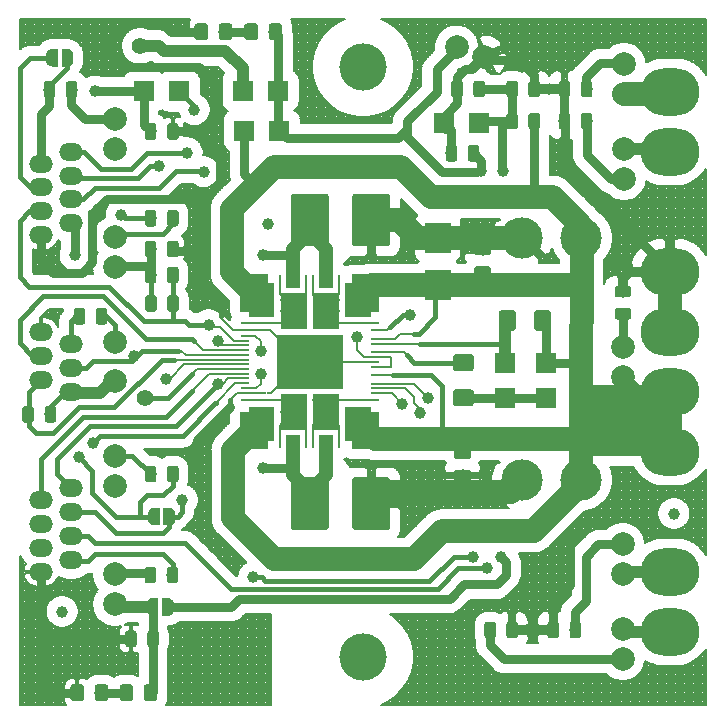
<source format=gbr>
G04 #@! TF.GenerationSoftware,KiCad,Pcbnew,5.0.0-fee4fd1~66~ubuntu16.04.1*
G04 #@! TF.CreationDate,2018-10-25T21:56:11-03:00*
G04 #@! TF.ProjectId,pap,7061702E6B696361645F706362000000,1.0*
G04 #@! TF.SameCoordinates,Original*
G04 #@! TF.FileFunction,Copper,L2,Bot,Signal*
G04 #@! TF.FilePolarity,Positive*
%FSLAX46Y46*%
G04 Gerber Fmt 4.6, Leading zero omitted, Abs format (unit mm)*
G04 Created by KiCad (PCBNEW 5.0.0-fee4fd1~66~ubuntu16.04.1) date Thu Oct 25 21:56:11 2018*
%MOMM*%
%LPD*%
G01*
G04 APERTURE LIST*
G04 #@! TA.AperFunction,ComponentPad*
%ADD10C,2.000000*%
G04 #@! TD*
G04 #@! TA.AperFunction,Conductor*
%ADD11C,0.100000*%
G04 #@! TD*
G04 #@! TA.AperFunction,SMDPad,CuDef*
%ADD12C,0.975000*%
G04 #@! TD*
G04 #@! TA.AperFunction,SMDPad,CuDef*
%ADD13C,1.150000*%
G04 #@! TD*
G04 #@! TA.AperFunction,ComponentPad*
%ADD14O,5.000000X4.000000*%
G04 #@! TD*
G04 #@! TA.AperFunction,BGAPad,CuDef*
%ADD15C,1.000000*%
G04 #@! TD*
G04 #@! TA.AperFunction,SMDPad,CuDef*
%ADD16C,0.500000*%
G04 #@! TD*
G04 #@! TA.AperFunction,Conductor*
%ADD17R,0.200000X0.200000*%
G04 #@! TD*
G04 #@! TA.AperFunction,SMDPad,CuDef*
%ADD18R,1.800000X1.800000*%
G04 #@! TD*
G04 #@! TA.AperFunction,SMDPad,CuDef*
%ADD19C,1.425000*%
G04 #@! TD*
G04 #@! TA.AperFunction,ComponentPad*
%ADD20C,4.000000*%
G04 #@! TD*
G04 #@! TA.AperFunction,SMDPad,CuDef*
%ADD21C,3.200000*%
G04 #@! TD*
G04 #@! TA.AperFunction,SMDPad,CuDef*
%ADD22R,2.200000X2.500000*%
G04 #@! TD*
G04 #@! TA.AperFunction,ComponentPad*
%ADD23O,2.000000X1.500000*%
G04 #@! TD*
G04 #@! TA.AperFunction,ComponentPad*
%ADD24C,3.500000*%
G04 #@! TD*
G04 #@! TA.AperFunction,SMDPad,CuDef*
%ADD25C,1.500000*%
G04 #@! TD*
G04 #@! TA.AperFunction,SMDPad,CuDef*
%ADD26R,2.300000X3.010000*%
G04 #@! TD*
G04 #@! TA.AperFunction,SMDPad,CuDef*
%ADD27R,0.200000X0.800000*%
G04 #@! TD*
G04 #@! TA.AperFunction,SMDPad,CuDef*
%ADD28R,0.800000X0.200000*%
G04 #@! TD*
G04 #@! TA.AperFunction,SMDPad,CuDef*
%ADD29R,5.580000X4.680000*%
G04 #@! TD*
G04 #@! TA.AperFunction,SMDPad,CuDef*
%ADD30R,1.160000X1.200000*%
G04 #@! TD*
G04 #@! TA.AperFunction,ViaPad*
%ADD31C,1.000000*%
G04 #@! TD*
G04 #@! TA.AperFunction,ViaPad*
%ADD32C,1.400000*%
G04 #@! TD*
G04 #@! TA.AperFunction,Conductor*
%ADD33C,0.200000*%
G04 #@! TD*
G04 #@! TA.AperFunction,Conductor*
%ADD34C,0.800000*%
G04 #@! TD*
G04 #@! TA.AperFunction,Conductor*
%ADD35C,0.400000*%
G04 #@! TD*
G04 #@! TA.AperFunction,Conductor*
%ADD36C,1.000000*%
G04 #@! TD*
G04 #@! TA.AperFunction,Conductor*
%ADD37C,2.000000*%
G04 #@! TD*
G04 #@! TA.AperFunction,Conductor*
%ADD38C,1.150000*%
G04 #@! TD*
%ADD39C,0.200000*%
G04 APERTURE END LIST*
D10*
G04 #@! TO.P,D9,1*
G04 #@! TO.N,Net-(D9-Pad1)*
X101500000Y-110810000D03*
G04 #@! TO.P,D9,2*
G04 #@! TO.N,3V3*
X101500000Y-114110000D03*
G04 #@! TD*
G04 #@! TO.P,D6,2*
G04 #@! TO.N,3V3*
X101500000Y-123000000D03*
G04 #@! TO.P,D6,1*
G04 #@! TO.N,Net-(D6-Pad1)*
X101500000Y-120460000D03*
G04 #@! TD*
G04 #@! TO.P,D5,2*
G04 #@! TO.N,3V3*
X101500000Y-104500000D03*
G04 #@! TO.P,D5,1*
G04 #@! TO.N,Net-(D5-Pad1)*
X101500000Y-101960000D03*
G04 #@! TD*
G04 #@! TO.P,D13,2*
G04 #@! TO.N,3V3*
X101500000Y-94500000D03*
G04 #@! TO.P,D13,1*
G04 #@! TO.N,Net-(D13-Pad1)*
X101500000Y-91960000D03*
G04 #@! TD*
G04 #@! TO.P,D4,2*
G04 #@! TO.N,3V3*
X101500000Y-133040000D03*
G04 #@! TO.P,D4,1*
G04 #@! TO.N,Net-(D4-Pad1)*
X101500000Y-130500000D03*
G04 #@! TD*
G04 #@! TO.P,D7,1*
G04 #@! TO.N,Net-(D7-Pad1)*
X144500000Y-137640000D03*
G04 #@! TO.P,D7,2*
G04 #@! TO.N,/connector/MotorB2*
X144500000Y-135100000D03*
G04 #@! TD*
G04 #@! TO.P,D10,1*
G04 #@! TO.N,/connector/MotorA2*
X144600000Y-89840000D03*
G04 #@! TO.P,D10,2*
G04 #@! TO.N,Net-(D10-Pad2)*
X144600000Y-87300000D03*
G04 #@! TD*
G04 #@! TO.P,D8,1*
G04 #@! TO.N,/connector/MotorB1*
X144500000Y-130500000D03*
G04 #@! TO.P,D8,2*
G04 #@! TO.N,Net-(D8-Pad2)*
X144500000Y-127960000D03*
G04 #@! TD*
G04 #@! TO.P,D11,1*
G04 #@! TO.N,Net-(D11-Pad1)*
X144600000Y-97000000D03*
G04 #@! TO.P,D11,2*
G04 #@! TO.N,/connector/MotorA1*
X144600000Y-94460000D03*
G04 #@! TD*
G04 #@! TO.P,D14,1*
G04 #@! TO.N,85v*
X144500000Y-113749079D03*
G04 #@! TO.P,D14,2*
G04 #@! TO.N,Net-(D14-Pad2)*
X144500000Y-111209079D03*
G04 #@! TD*
D11*
G04 #@! TO.N,Net-(D13-Pad1)*
G04 #@! TO.C,R17*
G36*
X98097952Y-88750253D02*
X98121613Y-88753763D01*
X98144817Y-88759575D01*
X98167339Y-88767633D01*
X98188963Y-88777861D01*
X98209480Y-88790158D01*
X98228693Y-88804408D01*
X98246417Y-88820472D01*
X98262481Y-88838196D01*
X98276731Y-88857409D01*
X98289028Y-88877926D01*
X98299256Y-88899550D01*
X98307314Y-88922072D01*
X98313126Y-88945276D01*
X98316636Y-88968937D01*
X98317810Y-88992829D01*
X98317810Y-89905329D01*
X98316636Y-89929221D01*
X98313126Y-89952882D01*
X98307314Y-89976086D01*
X98299256Y-89998608D01*
X98289028Y-90020232D01*
X98276731Y-90040749D01*
X98262481Y-90059962D01*
X98246417Y-90077686D01*
X98228693Y-90093750D01*
X98209480Y-90108000D01*
X98188963Y-90120297D01*
X98167339Y-90130525D01*
X98144817Y-90138583D01*
X98121613Y-90144395D01*
X98097952Y-90147905D01*
X98074060Y-90149079D01*
X97586560Y-90149079D01*
X97562668Y-90147905D01*
X97539007Y-90144395D01*
X97515803Y-90138583D01*
X97493281Y-90130525D01*
X97471657Y-90120297D01*
X97451140Y-90108000D01*
X97431927Y-90093750D01*
X97414203Y-90077686D01*
X97398139Y-90059962D01*
X97383889Y-90040749D01*
X97371592Y-90020232D01*
X97361364Y-89998608D01*
X97353306Y-89976086D01*
X97347494Y-89952882D01*
X97343984Y-89929221D01*
X97342810Y-89905329D01*
X97342810Y-88992829D01*
X97343984Y-88968937D01*
X97347494Y-88945276D01*
X97353306Y-88922072D01*
X97361364Y-88899550D01*
X97371592Y-88877926D01*
X97383889Y-88857409D01*
X97398139Y-88838196D01*
X97414203Y-88820472D01*
X97431927Y-88804408D01*
X97451140Y-88790158D01*
X97471657Y-88777861D01*
X97493281Y-88767633D01*
X97515803Y-88759575D01*
X97539007Y-88753763D01*
X97562668Y-88750253D01*
X97586560Y-88749079D01*
X98074060Y-88749079D01*
X98097952Y-88750253D01*
X98097952Y-88750253D01*
G37*
D12*
G04 #@! TD*
G04 #@! TO.P,R17,2*
G04 #@! TO.N,Net-(D13-Pad1)*
X97830310Y-89449079D03*
D11*
G04 #@! TO.N,/connector/SDO*
G04 #@! TO.C,R17*
G36*
X96222952Y-88750253D02*
X96246613Y-88753763D01*
X96269817Y-88759575D01*
X96292339Y-88767633D01*
X96313963Y-88777861D01*
X96334480Y-88790158D01*
X96353693Y-88804408D01*
X96371417Y-88820472D01*
X96387481Y-88838196D01*
X96401731Y-88857409D01*
X96414028Y-88877926D01*
X96424256Y-88899550D01*
X96432314Y-88922072D01*
X96438126Y-88945276D01*
X96441636Y-88968937D01*
X96442810Y-88992829D01*
X96442810Y-89905329D01*
X96441636Y-89929221D01*
X96438126Y-89952882D01*
X96432314Y-89976086D01*
X96424256Y-89998608D01*
X96414028Y-90020232D01*
X96401731Y-90040749D01*
X96387481Y-90059962D01*
X96371417Y-90077686D01*
X96353693Y-90093750D01*
X96334480Y-90108000D01*
X96313963Y-90120297D01*
X96292339Y-90130525D01*
X96269817Y-90138583D01*
X96246613Y-90144395D01*
X96222952Y-90147905D01*
X96199060Y-90149079D01*
X95711560Y-90149079D01*
X95687668Y-90147905D01*
X95664007Y-90144395D01*
X95640803Y-90138583D01*
X95618281Y-90130525D01*
X95596657Y-90120297D01*
X95576140Y-90108000D01*
X95556927Y-90093750D01*
X95539203Y-90077686D01*
X95523139Y-90059962D01*
X95508889Y-90040749D01*
X95496592Y-90020232D01*
X95486364Y-89998608D01*
X95478306Y-89976086D01*
X95472494Y-89952882D01*
X95468984Y-89929221D01*
X95467810Y-89905329D01*
X95467810Y-88992829D01*
X95468984Y-88968937D01*
X95472494Y-88945276D01*
X95478306Y-88922072D01*
X95486364Y-88899550D01*
X95496592Y-88877926D01*
X95508889Y-88857409D01*
X95523139Y-88838196D01*
X95539203Y-88820472D01*
X95556927Y-88804408D01*
X95576140Y-88790158D01*
X95596657Y-88777861D01*
X95618281Y-88767633D01*
X95640803Y-88759575D01*
X95664007Y-88753763D01*
X95687668Y-88750253D01*
X95711560Y-88749079D01*
X96199060Y-88749079D01*
X96222952Y-88750253D01*
X96222952Y-88750253D01*
G37*
D12*
G04 #@! TD*
G04 #@! TO.P,R17,1*
G04 #@! TO.N,/connector/SDO*
X95955310Y-89449079D03*
D11*
G04 #@! TO.N,G85V*
G04 #@! TO.C,C7*
G36*
X130260452Y-94150253D02*
X130284113Y-94153763D01*
X130307317Y-94159575D01*
X130329839Y-94167633D01*
X130351463Y-94177861D01*
X130371980Y-94190158D01*
X130391193Y-94204408D01*
X130408917Y-94220472D01*
X130424981Y-94238196D01*
X130439231Y-94257409D01*
X130451528Y-94277926D01*
X130461756Y-94299550D01*
X130469814Y-94322072D01*
X130475626Y-94345276D01*
X130479136Y-94368937D01*
X130480310Y-94392829D01*
X130480310Y-95305329D01*
X130479136Y-95329221D01*
X130475626Y-95352882D01*
X130469814Y-95376086D01*
X130461756Y-95398608D01*
X130451528Y-95420232D01*
X130439231Y-95440749D01*
X130424981Y-95459962D01*
X130408917Y-95477686D01*
X130391193Y-95493750D01*
X130371980Y-95508000D01*
X130351463Y-95520297D01*
X130329839Y-95530525D01*
X130307317Y-95538583D01*
X130284113Y-95544395D01*
X130260452Y-95547905D01*
X130236560Y-95549079D01*
X129749060Y-95549079D01*
X129725168Y-95547905D01*
X129701507Y-95544395D01*
X129678303Y-95538583D01*
X129655781Y-95530525D01*
X129634157Y-95520297D01*
X129613640Y-95508000D01*
X129594427Y-95493750D01*
X129576703Y-95477686D01*
X129560639Y-95459962D01*
X129546389Y-95440749D01*
X129534092Y-95420232D01*
X129523864Y-95398608D01*
X129515806Y-95376086D01*
X129509994Y-95352882D01*
X129506484Y-95329221D01*
X129505310Y-95305329D01*
X129505310Y-94392829D01*
X129506484Y-94368937D01*
X129509994Y-94345276D01*
X129515806Y-94322072D01*
X129523864Y-94299550D01*
X129534092Y-94277926D01*
X129546389Y-94257409D01*
X129560639Y-94238196D01*
X129576703Y-94220472D01*
X129594427Y-94204408D01*
X129613640Y-94190158D01*
X129634157Y-94177861D01*
X129655781Y-94167633D01*
X129678303Y-94159575D01*
X129701507Y-94153763D01*
X129725168Y-94150253D01*
X129749060Y-94149079D01*
X130236560Y-94149079D01*
X130260452Y-94150253D01*
X130260452Y-94150253D01*
G37*
D12*
G04 #@! TD*
G04 #@! TO.P,C7,1*
G04 #@! TO.N,G85V*
X129992810Y-94849079D03*
D11*
G04 #@! TO.N,15v*
G04 #@! TO.C,C7*
G36*
X132135452Y-94150253D02*
X132159113Y-94153763D01*
X132182317Y-94159575D01*
X132204839Y-94167633D01*
X132226463Y-94177861D01*
X132246980Y-94190158D01*
X132266193Y-94204408D01*
X132283917Y-94220472D01*
X132299981Y-94238196D01*
X132314231Y-94257409D01*
X132326528Y-94277926D01*
X132336756Y-94299550D01*
X132344814Y-94322072D01*
X132350626Y-94345276D01*
X132354136Y-94368937D01*
X132355310Y-94392829D01*
X132355310Y-95305329D01*
X132354136Y-95329221D01*
X132350626Y-95352882D01*
X132344814Y-95376086D01*
X132336756Y-95398608D01*
X132326528Y-95420232D01*
X132314231Y-95440749D01*
X132299981Y-95459962D01*
X132283917Y-95477686D01*
X132266193Y-95493750D01*
X132246980Y-95508000D01*
X132226463Y-95520297D01*
X132204839Y-95530525D01*
X132182317Y-95538583D01*
X132159113Y-95544395D01*
X132135452Y-95547905D01*
X132111560Y-95549079D01*
X131624060Y-95549079D01*
X131600168Y-95547905D01*
X131576507Y-95544395D01*
X131553303Y-95538583D01*
X131530781Y-95530525D01*
X131509157Y-95520297D01*
X131488640Y-95508000D01*
X131469427Y-95493750D01*
X131451703Y-95477686D01*
X131435639Y-95459962D01*
X131421389Y-95440749D01*
X131409092Y-95420232D01*
X131398864Y-95398608D01*
X131390806Y-95376086D01*
X131384994Y-95352882D01*
X131381484Y-95329221D01*
X131380310Y-95305329D01*
X131380310Y-94392829D01*
X131381484Y-94368937D01*
X131384994Y-94345276D01*
X131390806Y-94322072D01*
X131398864Y-94299550D01*
X131409092Y-94277926D01*
X131421389Y-94257409D01*
X131435639Y-94238196D01*
X131451703Y-94220472D01*
X131469427Y-94204408D01*
X131488640Y-94190158D01*
X131509157Y-94177861D01*
X131530781Y-94167633D01*
X131553303Y-94159575D01*
X131576507Y-94153763D01*
X131600168Y-94150253D01*
X131624060Y-94149079D01*
X132111560Y-94149079D01*
X132135452Y-94150253D01*
X132135452Y-94150253D01*
G37*
D12*
G04 #@! TD*
G04 #@! TO.P,C7,2*
G04 #@! TO.N,15v*
X131867810Y-94849079D03*
D11*
G04 #@! TO.N,3V3*
G04 #@! TO.C,R15*
G36*
X96297952Y-116250253D02*
X96321613Y-116253763D01*
X96344817Y-116259575D01*
X96367339Y-116267633D01*
X96388963Y-116277861D01*
X96409480Y-116290158D01*
X96428693Y-116304408D01*
X96446417Y-116320472D01*
X96462481Y-116338196D01*
X96476731Y-116357409D01*
X96489028Y-116377926D01*
X96499256Y-116399550D01*
X96507314Y-116422072D01*
X96513126Y-116445276D01*
X96516636Y-116468937D01*
X96517810Y-116492829D01*
X96517810Y-117405329D01*
X96516636Y-117429221D01*
X96513126Y-117452882D01*
X96507314Y-117476086D01*
X96499256Y-117498608D01*
X96489028Y-117520232D01*
X96476731Y-117540749D01*
X96462481Y-117559962D01*
X96446417Y-117577686D01*
X96428693Y-117593750D01*
X96409480Y-117608000D01*
X96388963Y-117620297D01*
X96367339Y-117630525D01*
X96344817Y-117638583D01*
X96321613Y-117644395D01*
X96297952Y-117647905D01*
X96274060Y-117649079D01*
X95786560Y-117649079D01*
X95762668Y-117647905D01*
X95739007Y-117644395D01*
X95715803Y-117638583D01*
X95693281Y-117630525D01*
X95671657Y-117620297D01*
X95651140Y-117608000D01*
X95631927Y-117593750D01*
X95614203Y-117577686D01*
X95598139Y-117559962D01*
X95583889Y-117540749D01*
X95571592Y-117520232D01*
X95561364Y-117498608D01*
X95553306Y-117476086D01*
X95547494Y-117452882D01*
X95543984Y-117429221D01*
X95542810Y-117405329D01*
X95542810Y-116492829D01*
X95543984Y-116468937D01*
X95547494Y-116445276D01*
X95553306Y-116422072D01*
X95561364Y-116399550D01*
X95571592Y-116377926D01*
X95583889Y-116357409D01*
X95598139Y-116338196D01*
X95614203Y-116320472D01*
X95631927Y-116304408D01*
X95651140Y-116290158D01*
X95671657Y-116277861D01*
X95693281Y-116267633D01*
X95715803Y-116259575D01*
X95739007Y-116253763D01*
X95762668Y-116250253D01*
X95786560Y-116249079D01*
X96274060Y-116249079D01*
X96297952Y-116250253D01*
X96297952Y-116250253D01*
G37*
D12*
G04 #@! TD*
G04 #@! TO.P,R15,2*
G04 #@! TO.N,3V3*
X96030310Y-116949079D03*
D11*
G04 #@! TO.N,/connector/Busy*
G04 #@! TO.C,R15*
G36*
X94422952Y-116250253D02*
X94446613Y-116253763D01*
X94469817Y-116259575D01*
X94492339Y-116267633D01*
X94513963Y-116277861D01*
X94534480Y-116290158D01*
X94553693Y-116304408D01*
X94571417Y-116320472D01*
X94587481Y-116338196D01*
X94601731Y-116357409D01*
X94614028Y-116377926D01*
X94624256Y-116399550D01*
X94632314Y-116422072D01*
X94638126Y-116445276D01*
X94641636Y-116468937D01*
X94642810Y-116492829D01*
X94642810Y-117405329D01*
X94641636Y-117429221D01*
X94638126Y-117452882D01*
X94632314Y-117476086D01*
X94624256Y-117498608D01*
X94614028Y-117520232D01*
X94601731Y-117540749D01*
X94587481Y-117559962D01*
X94571417Y-117577686D01*
X94553693Y-117593750D01*
X94534480Y-117608000D01*
X94513963Y-117620297D01*
X94492339Y-117630525D01*
X94469817Y-117638583D01*
X94446613Y-117644395D01*
X94422952Y-117647905D01*
X94399060Y-117649079D01*
X93911560Y-117649079D01*
X93887668Y-117647905D01*
X93864007Y-117644395D01*
X93840803Y-117638583D01*
X93818281Y-117630525D01*
X93796657Y-117620297D01*
X93776140Y-117608000D01*
X93756927Y-117593750D01*
X93739203Y-117577686D01*
X93723139Y-117559962D01*
X93708889Y-117540749D01*
X93696592Y-117520232D01*
X93686364Y-117498608D01*
X93678306Y-117476086D01*
X93672494Y-117452882D01*
X93668984Y-117429221D01*
X93667810Y-117405329D01*
X93667810Y-116492829D01*
X93668984Y-116468937D01*
X93672494Y-116445276D01*
X93678306Y-116422072D01*
X93686364Y-116399550D01*
X93696592Y-116377926D01*
X93708889Y-116357409D01*
X93723139Y-116338196D01*
X93739203Y-116320472D01*
X93756927Y-116304408D01*
X93776140Y-116290158D01*
X93796657Y-116277861D01*
X93818281Y-116267633D01*
X93840803Y-116259575D01*
X93864007Y-116253763D01*
X93887668Y-116250253D01*
X93911560Y-116249079D01*
X94399060Y-116249079D01*
X94422952Y-116250253D01*
X94422952Y-116250253D01*
G37*
D12*
G04 #@! TD*
G04 #@! TO.P,R15,1*
G04 #@! TO.N,/connector/Busy*
X94155310Y-116949079D03*
D11*
G04 #@! TO.N,Net-(D9-Pad1)*
G04 #@! TO.C,R16*
G36*
X100635452Y-107950253D02*
X100659113Y-107953763D01*
X100682317Y-107959575D01*
X100704839Y-107967633D01*
X100726463Y-107977861D01*
X100746980Y-107990158D01*
X100766193Y-108004408D01*
X100783917Y-108020472D01*
X100799981Y-108038196D01*
X100814231Y-108057409D01*
X100826528Y-108077926D01*
X100836756Y-108099550D01*
X100844814Y-108122072D01*
X100850626Y-108145276D01*
X100854136Y-108168937D01*
X100855310Y-108192829D01*
X100855310Y-109105329D01*
X100854136Y-109129221D01*
X100850626Y-109152882D01*
X100844814Y-109176086D01*
X100836756Y-109198608D01*
X100826528Y-109220232D01*
X100814231Y-109240749D01*
X100799981Y-109259962D01*
X100783917Y-109277686D01*
X100766193Y-109293750D01*
X100746980Y-109308000D01*
X100726463Y-109320297D01*
X100704839Y-109330525D01*
X100682317Y-109338583D01*
X100659113Y-109344395D01*
X100635452Y-109347905D01*
X100611560Y-109349079D01*
X100124060Y-109349079D01*
X100100168Y-109347905D01*
X100076507Y-109344395D01*
X100053303Y-109338583D01*
X100030781Y-109330525D01*
X100009157Y-109320297D01*
X99988640Y-109308000D01*
X99969427Y-109293750D01*
X99951703Y-109277686D01*
X99935639Y-109259962D01*
X99921389Y-109240749D01*
X99909092Y-109220232D01*
X99898864Y-109198608D01*
X99890806Y-109176086D01*
X99884994Y-109152882D01*
X99881484Y-109129221D01*
X99880310Y-109105329D01*
X99880310Y-108192829D01*
X99881484Y-108168937D01*
X99884994Y-108145276D01*
X99890806Y-108122072D01*
X99898864Y-108099550D01*
X99909092Y-108077926D01*
X99921389Y-108057409D01*
X99935639Y-108038196D01*
X99951703Y-108020472D01*
X99969427Y-108004408D01*
X99988640Y-107990158D01*
X100009157Y-107977861D01*
X100030781Y-107967633D01*
X100053303Y-107959575D01*
X100076507Y-107953763D01*
X100100168Y-107950253D01*
X100124060Y-107949079D01*
X100611560Y-107949079D01*
X100635452Y-107950253D01*
X100635452Y-107950253D01*
G37*
D12*
G04 #@! TD*
G04 #@! TO.P,R16,2*
G04 #@! TO.N,Net-(D9-Pad1)*
X100367810Y-108649079D03*
D11*
G04 #@! TO.N,/connector/Switch*
G04 #@! TO.C,R16*
G36*
X98760452Y-107950253D02*
X98784113Y-107953763D01*
X98807317Y-107959575D01*
X98829839Y-107967633D01*
X98851463Y-107977861D01*
X98871980Y-107990158D01*
X98891193Y-108004408D01*
X98908917Y-108020472D01*
X98924981Y-108038196D01*
X98939231Y-108057409D01*
X98951528Y-108077926D01*
X98961756Y-108099550D01*
X98969814Y-108122072D01*
X98975626Y-108145276D01*
X98979136Y-108168937D01*
X98980310Y-108192829D01*
X98980310Y-109105329D01*
X98979136Y-109129221D01*
X98975626Y-109152882D01*
X98969814Y-109176086D01*
X98961756Y-109198608D01*
X98951528Y-109220232D01*
X98939231Y-109240749D01*
X98924981Y-109259962D01*
X98908917Y-109277686D01*
X98891193Y-109293750D01*
X98871980Y-109308000D01*
X98851463Y-109320297D01*
X98829839Y-109330525D01*
X98807317Y-109338583D01*
X98784113Y-109344395D01*
X98760452Y-109347905D01*
X98736560Y-109349079D01*
X98249060Y-109349079D01*
X98225168Y-109347905D01*
X98201507Y-109344395D01*
X98178303Y-109338583D01*
X98155781Y-109330525D01*
X98134157Y-109320297D01*
X98113640Y-109308000D01*
X98094427Y-109293750D01*
X98076703Y-109277686D01*
X98060639Y-109259962D01*
X98046389Y-109240749D01*
X98034092Y-109220232D01*
X98023864Y-109198608D01*
X98015806Y-109176086D01*
X98009994Y-109152882D01*
X98006484Y-109129221D01*
X98005310Y-109105329D01*
X98005310Y-108192829D01*
X98006484Y-108168937D01*
X98009994Y-108145276D01*
X98015806Y-108122072D01*
X98023864Y-108099550D01*
X98034092Y-108077926D01*
X98046389Y-108057409D01*
X98060639Y-108038196D01*
X98076703Y-108020472D01*
X98094427Y-108004408D01*
X98113640Y-107990158D01*
X98134157Y-107977861D01*
X98155781Y-107967633D01*
X98178303Y-107959575D01*
X98201507Y-107953763D01*
X98225168Y-107950253D01*
X98249060Y-107949079D01*
X98736560Y-107949079D01*
X98760452Y-107950253D01*
X98760452Y-107950253D01*
G37*
D12*
G04 #@! TD*
G04 #@! TO.P,R16,1*
G04 #@! TO.N,/connector/Switch*
X98492810Y-108649079D03*
D11*
G04 #@! TO.N,/connector/Reset*
G04 #@! TO.C,C9*
G36*
X106697952Y-106850253D02*
X106721613Y-106853763D01*
X106744817Y-106859575D01*
X106767339Y-106867633D01*
X106788963Y-106877861D01*
X106809480Y-106890158D01*
X106828693Y-106904408D01*
X106846417Y-106920472D01*
X106862481Y-106938196D01*
X106876731Y-106957409D01*
X106889028Y-106977926D01*
X106899256Y-106999550D01*
X106907314Y-107022072D01*
X106913126Y-107045276D01*
X106916636Y-107068937D01*
X106917810Y-107092829D01*
X106917810Y-108005329D01*
X106916636Y-108029221D01*
X106913126Y-108052882D01*
X106907314Y-108076086D01*
X106899256Y-108098608D01*
X106889028Y-108120232D01*
X106876731Y-108140749D01*
X106862481Y-108159962D01*
X106846417Y-108177686D01*
X106828693Y-108193750D01*
X106809480Y-108208000D01*
X106788963Y-108220297D01*
X106767339Y-108230525D01*
X106744817Y-108238583D01*
X106721613Y-108244395D01*
X106697952Y-108247905D01*
X106674060Y-108249079D01*
X106186560Y-108249079D01*
X106162668Y-108247905D01*
X106139007Y-108244395D01*
X106115803Y-108238583D01*
X106093281Y-108230525D01*
X106071657Y-108220297D01*
X106051140Y-108208000D01*
X106031927Y-108193750D01*
X106014203Y-108177686D01*
X105998139Y-108159962D01*
X105983889Y-108140749D01*
X105971592Y-108120232D01*
X105961364Y-108098608D01*
X105953306Y-108076086D01*
X105947494Y-108052882D01*
X105943984Y-108029221D01*
X105942810Y-108005329D01*
X105942810Y-107092829D01*
X105943984Y-107068937D01*
X105947494Y-107045276D01*
X105953306Y-107022072D01*
X105961364Y-106999550D01*
X105971592Y-106977926D01*
X105983889Y-106957409D01*
X105998139Y-106938196D01*
X106014203Y-106920472D01*
X106031927Y-106904408D01*
X106051140Y-106890158D01*
X106071657Y-106877861D01*
X106093281Y-106867633D01*
X106115803Y-106859575D01*
X106139007Y-106853763D01*
X106162668Y-106850253D01*
X106186560Y-106849079D01*
X106674060Y-106849079D01*
X106697952Y-106850253D01*
X106697952Y-106850253D01*
G37*
D12*
G04 #@! TD*
G04 #@! TO.P,C9,1*
G04 #@! TO.N,/connector/Reset*
X106430310Y-107549079D03*
D11*
G04 #@! TO.N,3V3*
G04 #@! TO.C,C9*
G36*
X104822952Y-106850253D02*
X104846613Y-106853763D01*
X104869817Y-106859575D01*
X104892339Y-106867633D01*
X104913963Y-106877861D01*
X104934480Y-106890158D01*
X104953693Y-106904408D01*
X104971417Y-106920472D01*
X104987481Y-106938196D01*
X105001731Y-106957409D01*
X105014028Y-106977926D01*
X105024256Y-106999550D01*
X105032314Y-107022072D01*
X105038126Y-107045276D01*
X105041636Y-107068937D01*
X105042810Y-107092829D01*
X105042810Y-108005329D01*
X105041636Y-108029221D01*
X105038126Y-108052882D01*
X105032314Y-108076086D01*
X105024256Y-108098608D01*
X105014028Y-108120232D01*
X105001731Y-108140749D01*
X104987481Y-108159962D01*
X104971417Y-108177686D01*
X104953693Y-108193750D01*
X104934480Y-108208000D01*
X104913963Y-108220297D01*
X104892339Y-108230525D01*
X104869817Y-108238583D01*
X104846613Y-108244395D01*
X104822952Y-108247905D01*
X104799060Y-108249079D01*
X104311560Y-108249079D01*
X104287668Y-108247905D01*
X104264007Y-108244395D01*
X104240803Y-108238583D01*
X104218281Y-108230525D01*
X104196657Y-108220297D01*
X104176140Y-108208000D01*
X104156927Y-108193750D01*
X104139203Y-108177686D01*
X104123139Y-108159962D01*
X104108889Y-108140749D01*
X104096592Y-108120232D01*
X104086364Y-108098608D01*
X104078306Y-108076086D01*
X104072494Y-108052882D01*
X104068984Y-108029221D01*
X104067810Y-108005329D01*
X104067810Y-107092829D01*
X104068984Y-107068937D01*
X104072494Y-107045276D01*
X104078306Y-107022072D01*
X104086364Y-106999550D01*
X104096592Y-106977926D01*
X104108889Y-106957409D01*
X104123139Y-106938196D01*
X104139203Y-106920472D01*
X104156927Y-106904408D01*
X104176140Y-106890158D01*
X104196657Y-106877861D01*
X104218281Y-106867633D01*
X104240803Y-106859575D01*
X104264007Y-106853763D01*
X104287668Y-106850253D01*
X104311560Y-106849079D01*
X104799060Y-106849079D01*
X104822952Y-106850253D01*
X104822952Y-106850253D01*
G37*
D12*
G04 #@! TD*
G04 #@! TO.P,C9,2*
G04 #@! TO.N,3V3*
X104555310Y-107549079D03*
D11*
G04 #@! TO.N,3V3*
G04 #@! TO.C,R1*
G36*
X104792642Y-104450253D02*
X104816303Y-104453763D01*
X104839507Y-104459575D01*
X104862029Y-104467633D01*
X104883653Y-104477861D01*
X104904170Y-104490158D01*
X104923383Y-104504408D01*
X104941107Y-104520472D01*
X104957171Y-104538196D01*
X104971421Y-104557409D01*
X104983718Y-104577926D01*
X104993946Y-104599550D01*
X105002004Y-104622072D01*
X105007816Y-104645276D01*
X105011326Y-104668937D01*
X105012500Y-104692829D01*
X105012500Y-105605329D01*
X105011326Y-105629221D01*
X105007816Y-105652882D01*
X105002004Y-105676086D01*
X104993946Y-105698608D01*
X104983718Y-105720232D01*
X104971421Y-105740749D01*
X104957171Y-105759962D01*
X104941107Y-105777686D01*
X104923383Y-105793750D01*
X104904170Y-105808000D01*
X104883653Y-105820297D01*
X104862029Y-105830525D01*
X104839507Y-105838583D01*
X104816303Y-105844395D01*
X104792642Y-105847905D01*
X104768750Y-105849079D01*
X104281250Y-105849079D01*
X104257358Y-105847905D01*
X104233697Y-105844395D01*
X104210493Y-105838583D01*
X104187971Y-105830525D01*
X104166347Y-105820297D01*
X104145830Y-105808000D01*
X104126617Y-105793750D01*
X104108893Y-105777686D01*
X104092829Y-105759962D01*
X104078579Y-105740749D01*
X104066282Y-105720232D01*
X104056054Y-105698608D01*
X104047996Y-105676086D01*
X104042184Y-105652882D01*
X104038674Y-105629221D01*
X104037500Y-105605329D01*
X104037500Y-104692829D01*
X104038674Y-104668937D01*
X104042184Y-104645276D01*
X104047996Y-104622072D01*
X104056054Y-104599550D01*
X104066282Y-104577926D01*
X104078579Y-104557409D01*
X104092829Y-104538196D01*
X104108893Y-104520472D01*
X104126617Y-104504408D01*
X104145830Y-104490158D01*
X104166347Y-104477861D01*
X104187971Y-104467633D01*
X104210493Y-104459575D01*
X104233697Y-104453763D01*
X104257358Y-104450253D01*
X104281250Y-104449079D01*
X104768750Y-104449079D01*
X104792642Y-104450253D01*
X104792642Y-104450253D01*
G37*
D12*
G04 #@! TD*
G04 #@! TO.P,R1,2*
G04 #@! TO.N,3V3*
X104525000Y-105149079D03*
D11*
G04 #@! TO.N,/connector/Reset*
G04 #@! TO.C,R1*
G36*
X106667642Y-104450253D02*
X106691303Y-104453763D01*
X106714507Y-104459575D01*
X106737029Y-104467633D01*
X106758653Y-104477861D01*
X106779170Y-104490158D01*
X106798383Y-104504408D01*
X106816107Y-104520472D01*
X106832171Y-104538196D01*
X106846421Y-104557409D01*
X106858718Y-104577926D01*
X106868946Y-104599550D01*
X106877004Y-104622072D01*
X106882816Y-104645276D01*
X106886326Y-104668937D01*
X106887500Y-104692829D01*
X106887500Y-105605329D01*
X106886326Y-105629221D01*
X106882816Y-105652882D01*
X106877004Y-105676086D01*
X106868946Y-105698608D01*
X106858718Y-105720232D01*
X106846421Y-105740749D01*
X106832171Y-105759962D01*
X106816107Y-105777686D01*
X106798383Y-105793750D01*
X106779170Y-105808000D01*
X106758653Y-105820297D01*
X106737029Y-105830525D01*
X106714507Y-105838583D01*
X106691303Y-105844395D01*
X106667642Y-105847905D01*
X106643750Y-105849079D01*
X106156250Y-105849079D01*
X106132358Y-105847905D01*
X106108697Y-105844395D01*
X106085493Y-105838583D01*
X106062971Y-105830525D01*
X106041347Y-105820297D01*
X106020830Y-105808000D01*
X106001617Y-105793750D01*
X105983893Y-105777686D01*
X105967829Y-105759962D01*
X105953579Y-105740749D01*
X105941282Y-105720232D01*
X105931054Y-105698608D01*
X105922996Y-105676086D01*
X105917184Y-105652882D01*
X105913674Y-105629221D01*
X105912500Y-105605329D01*
X105912500Y-104692829D01*
X105913674Y-104668937D01*
X105917184Y-104645276D01*
X105922996Y-104622072D01*
X105931054Y-104599550D01*
X105941282Y-104577926D01*
X105953579Y-104557409D01*
X105967829Y-104538196D01*
X105983893Y-104520472D01*
X106001617Y-104504408D01*
X106020830Y-104490158D01*
X106041347Y-104477861D01*
X106062971Y-104467633D01*
X106085493Y-104459575D01*
X106108697Y-104453763D01*
X106132358Y-104450253D01*
X106156250Y-104449079D01*
X106643750Y-104449079D01*
X106667642Y-104450253D01*
X106667642Y-104450253D01*
G37*
D12*
G04 #@! TD*
G04 #@! TO.P,R1,1*
G04 #@! TO.N,/connector/Reset*
X106400000Y-105149079D03*
D11*
G04 #@! TO.N,G3V3*
G04 #@! TO.C,C8*
G36*
X106672952Y-102250253D02*
X106696613Y-102253763D01*
X106719817Y-102259575D01*
X106742339Y-102267633D01*
X106763963Y-102277861D01*
X106784480Y-102290158D01*
X106803693Y-102304408D01*
X106821417Y-102320472D01*
X106837481Y-102338196D01*
X106851731Y-102357409D01*
X106864028Y-102377926D01*
X106874256Y-102399550D01*
X106882314Y-102422072D01*
X106888126Y-102445276D01*
X106891636Y-102468937D01*
X106892810Y-102492829D01*
X106892810Y-103405329D01*
X106891636Y-103429221D01*
X106888126Y-103452882D01*
X106882314Y-103476086D01*
X106874256Y-103498608D01*
X106864028Y-103520232D01*
X106851731Y-103540749D01*
X106837481Y-103559962D01*
X106821417Y-103577686D01*
X106803693Y-103593750D01*
X106784480Y-103608000D01*
X106763963Y-103620297D01*
X106742339Y-103630525D01*
X106719817Y-103638583D01*
X106696613Y-103644395D01*
X106672952Y-103647905D01*
X106649060Y-103649079D01*
X106161560Y-103649079D01*
X106137668Y-103647905D01*
X106114007Y-103644395D01*
X106090803Y-103638583D01*
X106068281Y-103630525D01*
X106046657Y-103620297D01*
X106026140Y-103608000D01*
X106006927Y-103593750D01*
X105989203Y-103577686D01*
X105973139Y-103559962D01*
X105958889Y-103540749D01*
X105946592Y-103520232D01*
X105936364Y-103498608D01*
X105928306Y-103476086D01*
X105922494Y-103452882D01*
X105918984Y-103429221D01*
X105917810Y-103405329D01*
X105917810Y-102492829D01*
X105918984Y-102468937D01*
X105922494Y-102445276D01*
X105928306Y-102422072D01*
X105936364Y-102399550D01*
X105946592Y-102377926D01*
X105958889Y-102357409D01*
X105973139Y-102338196D01*
X105989203Y-102320472D01*
X106006927Y-102304408D01*
X106026140Y-102290158D01*
X106046657Y-102277861D01*
X106068281Y-102267633D01*
X106090803Y-102259575D01*
X106114007Y-102253763D01*
X106137668Y-102250253D01*
X106161560Y-102249079D01*
X106649060Y-102249079D01*
X106672952Y-102250253D01*
X106672952Y-102250253D01*
G37*
D12*
G04 #@! TD*
G04 #@! TO.P,C8,1*
G04 #@! TO.N,G3V3*
X106405310Y-102949079D03*
D11*
G04 #@! TO.N,3V3*
G04 #@! TO.C,C8*
G36*
X104797952Y-102250253D02*
X104821613Y-102253763D01*
X104844817Y-102259575D01*
X104867339Y-102267633D01*
X104888963Y-102277861D01*
X104909480Y-102290158D01*
X104928693Y-102304408D01*
X104946417Y-102320472D01*
X104962481Y-102338196D01*
X104976731Y-102357409D01*
X104989028Y-102377926D01*
X104999256Y-102399550D01*
X105007314Y-102422072D01*
X105013126Y-102445276D01*
X105016636Y-102468937D01*
X105017810Y-102492829D01*
X105017810Y-103405329D01*
X105016636Y-103429221D01*
X105013126Y-103452882D01*
X105007314Y-103476086D01*
X104999256Y-103498608D01*
X104989028Y-103520232D01*
X104976731Y-103540749D01*
X104962481Y-103559962D01*
X104946417Y-103577686D01*
X104928693Y-103593750D01*
X104909480Y-103608000D01*
X104888963Y-103620297D01*
X104867339Y-103630525D01*
X104844817Y-103638583D01*
X104821613Y-103644395D01*
X104797952Y-103647905D01*
X104774060Y-103649079D01*
X104286560Y-103649079D01*
X104262668Y-103647905D01*
X104239007Y-103644395D01*
X104215803Y-103638583D01*
X104193281Y-103630525D01*
X104171657Y-103620297D01*
X104151140Y-103608000D01*
X104131927Y-103593750D01*
X104114203Y-103577686D01*
X104098139Y-103559962D01*
X104083889Y-103540749D01*
X104071592Y-103520232D01*
X104061364Y-103498608D01*
X104053306Y-103476086D01*
X104047494Y-103452882D01*
X104043984Y-103429221D01*
X104042810Y-103405329D01*
X104042810Y-102492829D01*
X104043984Y-102468937D01*
X104047494Y-102445276D01*
X104053306Y-102422072D01*
X104061364Y-102399550D01*
X104071592Y-102377926D01*
X104083889Y-102357409D01*
X104098139Y-102338196D01*
X104114203Y-102320472D01*
X104131927Y-102304408D01*
X104151140Y-102290158D01*
X104171657Y-102277861D01*
X104193281Y-102267633D01*
X104215803Y-102259575D01*
X104239007Y-102253763D01*
X104262668Y-102250253D01*
X104286560Y-102249079D01*
X104774060Y-102249079D01*
X104797952Y-102250253D01*
X104797952Y-102250253D01*
G37*
D12*
G04 #@! TD*
G04 #@! TO.P,C8,2*
G04 #@! TO.N,3V3*
X104530310Y-102949079D03*
D11*
G04 #@! TO.N,G85V*
G04 #@! TO.C,C11*
G36*
X133110452Y-102525253D02*
X133134113Y-102528763D01*
X133157317Y-102534575D01*
X133179839Y-102542633D01*
X133201463Y-102552861D01*
X133221980Y-102565158D01*
X133241193Y-102579408D01*
X133258917Y-102595472D01*
X133274981Y-102613196D01*
X133289231Y-102632409D01*
X133301528Y-102652926D01*
X133311756Y-102674550D01*
X133319814Y-102697072D01*
X133325626Y-102720276D01*
X133329136Y-102743937D01*
X133330310Y-102767829D01*
X133330310Y-103255329D01*
X133329136Y-103279221D01*
X133325626Y-103302882D01*
X133319814Y-103326086D01*
X133311756Y-103348608D01*
X133301528Y-103370232D01*
X133289231Y-103390749D01*
X133274981Y-103409962D01*
X133258917Y-103427686D01*
X133241193Y-103443750D01*
X133221980Y-103458000D01*
X133201463Y-103470297D01*
X133179839Y-103480525D01*
X133157317Y-103488583D01*
X133134113Y-103494395D01*
X133110452Y-103497905D01*
X133086560Y-103499079D01*
X132174060Y-103499079D01*
X132150168Y-103497905D01*
X132126507Y-103494395D01*
X132103303Y-103488583D01*
X132080781Y-103480525D01*
X132059157Y-103470297D01*
X132038640Y-103458000D01*
X132019427Y-103443750D01*
X132001703Y-103427686D01*
X131985639Y-103409962D01*
X131971389Y-103390749D01*
X131959092Y-103370232D01*
X131948864Y-103348608D01*
X131940806Y-103326086D01*
X131934994Y-103302882D01*
X131931484Y-103279221D01*
X131930310Y-103255329D01*
X131930310Y-102767829D01*
X131931484Y-102743937D01*
X131934994Y-102720276D01*
X131940806Y-102697072D01*
X131948864Y-102674550D01*
X131959092Y-102652926D01*
X131971389Y-102632409D01*
X131985639Y-102613196D01*
X132001703Y-102595472D01*
X132019427Y-102579408D01*
X132038640Y-102565158D01*
X132059157Y-102552861D01*
X132080781Y-102542633D01*
X132103303Y-102534575D01*
X132126507Y-102528763D01*
X132150168Y-102525253D01*
X132174060Y-102524079D01*
X133086560Y-102524079D01*
X133110452Y-102525253D01*
X133110452Y-102525253D01*
G37*
D12*
G04 #@! TD*
G04 #@! TO.P,C11,1*
G04 #@! TO.N,G85V*
X132630310Y-103011579D03*
D11*
G04 #@! TO.N,85v*
G04 #@! TO.C,C11*
G36*
X133110452Y-104400253D02*
X133134113Y-104403763D01*
X133157317Y-104409575D01*
X133179839Y-104417633D01*
X133201463Y-104427861D01*
X133221980Y-104440158D01*
X133241193Y-104454408D01*
X133258917Y-104470472D01*
X133274981Y-104488196D01*
X133289231Y-104507409D01*
X133301528Y-104527926D01*
X133311756Y-104549550D01*
X133319814Y-104572072D01*
X133325626Y-104595276D01*
X133329136Y-104618937D01*
X133330310Y-104642829D01*
X133330310Y-105130329D01*
X133329136Y-105154221D01*
X133325626Y-105177882D01*
X133319814Y-105201086D01*
X133311756Y-105223608D01*
X133301528Y-105245232D01*
X133289231Y-105265749D01*
X133274981Y-105284962D01*
X133258917Y-105302686D01*
X133241193Y-105318750D01*
X133221980Y-105333000D01*
X133201463Y-105345297D01*
X133179839Y-105355525D01*
X133157317Y-105363583D01*
X133134113Y-105369395D01*
X133110452Y-105372905D01*
X133086560Y-105374079D01*
X132174060Y-105374079D01*
X132150168Y-105372905D01*
X132126507Y-105369395D01*
X132103303Y-105363583D01*
X132080781Y-105355525D01*
X132059157Y-105345297D01*
X132038640Y-105333000D01*
X132019427Y-105318750D01*
X132001703Y-105302686D01*
X131985639Y-105284962D01*
X131971389Y-105265749D01*
X131959092Y-105245232D01*
X131948864Y-105223608D01*
X131940806Y-105201086D01*
X131934994Y-105177882D01*
X131931484Y-105154221D01*
X131930310Y-105130329D01*
X131930310Y-104642829D01*
X131931484Y-104618937D01*
X131934994Y-104595276D01*
X131940806Y-104572072D01*
X131948864Y-104549550D01*
X131959092Y-104527926D01*
X131971389Y-104507409D01*
X131985639Y-104488196D01*
X132001703Y-104470472D01*
X132019427Y-104454408D01*
X132038640Y-104440158D01*
X132059157Y-104427861D01*
X132080781Y-104417633D01*
X132103303Y-104409575D01*
X132126507Y-104403763D01*
X132150168Y-104400253D01*
X132174060Y-104399079D01*
X133086560Y-104399079D01*
X133110452Y-104400253D01*
X133110452Y-104400253D01*
G37*
D12*
G04 #@! TD*
G04 #@! TO.P,C11,2*
G04 #@! TO.N,85v*
X132630310Y-104886579D03*
D10*
G04 #@! TO.P,C3,1*
G04 #@! TO.N,G85V*
X132779542Y-86704129D03*
G04 #@! TO.P,C3,2*
G04 #@! TO.N,15v*
X130430310Y-85849079D03*
G04 #@! TD*
D11*
G04 #@! TO.N,G85V*
G04 #@! TO.C,C10*
G36*
X131410452Y-121637753D02*
X131434113Y-121641263D01*
X131457317Y-121647075D01*
X131479839Y-121655133D01*
X131501463Y-121665361D01*
X131521980Y-121677658D01*
X131541193Y-121691908D01*
X131558917Y-121707972D01*
X131574981Y-121725696D01*
X131589231Y-121744909D01*
X131601528Y-121765426D01*
X131611756Y-121787050D01*
X131619814Y-121809572D01*
X131625626Y-121832776D01*
X131629136Y-121856437D01*
X131630310Y-121880329D01*
X131630310Y-122367829D01*
X131629136Y-122391721D01*
X131625626Y-122415382D01*
X131619814Y-122438586D01*
X131611756Y-122461108D01*
X131601528Y-122482732D01*
X131589231Y-122503249D01*
X131574981Y-122522462D01*
X131558917Y-122540186D01*
X131541193Y-122556250D01*
X131521980Y-122570500D01*
X131501463Y-122582797D01*
X131479839Y-122593025D01*
X131457317Y-122601083D01*
X131434113Y-122606895D01*
X131410452Y-122610405D01*
X131386560Y-122611579D01*
X130474060Y-122611579D01*
X130450168Y-122610405D01*
X130426507Y-122606895D01*
X130403303Y-122601083D01*
X130380781Y-122593025D01*
X130359157Y-122582797D01*
X130338640Y-122570500D01*
X130319427Y-122556250D01*
X130301703Y-122540186D01*
X130285639Y-122522462D01*
X130271389Y-122503249D01*
X130259092Y-122482732D01*
X130248864Y-122461108D01*
X130240806Y-122438586D01*
X130234994Y-122415382D01*
X130231484Y-122391721D01*
X130230310Y-122367829D01*
X130230310Y-121880329D01*
X130231484Y-121856437D01*
X130234994Y-121832776D01*
X130240806Y-121809572D01*
X130248864Y-121787050D01*
X130259092Y-121765426D01*
X130271389Y-121744909D01*
X130285639Y-121725696D01*
X130301703Y-121707972D01*
X130319427Y-121691908D01*
X130338640Y-121677658D01*
X130359157Y-121665361D01*
X130380781Y-121655133D01*
X130403303Y-121647075D01*
X130426507Y-121641263D01*
X130450168Y-121637753D01*
X130474060Y-121636579D01*
X131386560Y-121636579D01*
X131410452Y-121637753D01*
X131410452Y-121637753D01*
G37*
D12*
G04 #@! TD*
G04 #@! TO.P,C10,1*
G04 #@! TO.N,G85V*
X130930310Y-122124079D03*
D11*
G04 #@! TO.N,85v*
G04 #@! TO.C,C10*
G36*
X131410452Y-119762753D02*
X131434113Y-119766263D01*
X131457317Y-119772075D01*
X131479839Y-119780133D01*
X131501463Y-119790361D01*
X131521980Y-119802658D01*
X131541193Y-119816908D01*
X131558917Y-119832972D01*
X131574981Y-119850696D01*
X131589231Y-119869909D01*
X131601528Y-119890426D01*
X131611756Y-119912050D01*
X131619814Y-119934572D01*
X131625626Y-119957776D01*
X131629136Y-119981437D01*
X131630310Y-120005329D01*
X131630310Y-120492829D01*
X131629136Y-120516721D01*
X131625626Y-120540382D01*
X131619814Y-120563586D01*
X131611756Y-120586108D01*
X131601528Y-120607732D01*
X131589231Y-120628249D01*
X131574981Y-120647462D01*
X131558917Y-120665186D01*
X131541193Y-120681250D01*
X131521980Y-120695500D01*
X131501463Y-120707797D01*
X131479839Y-120718025D01*
X131457317Y-120726083D01*
X131434113Y-120731895D01*
X131410452Y-120735405D01*
X131386560Y-120736579D01*
X130474060Y-120736579D01*
X130450168Y-120735405D01*
X130426507Y-120731895D01*
X130403303Y-120726083D01*
X130380781Y-120718025D01*
X130359157Y-120707797D01*
X130338640Y-120695500D01*
X130319427Y-120681250D01*
X130301703Y-120665186D01*
X130285639Y-120647462D01*
X130271389Y-120628249D01*
X130259092Y-120607732D01*
X130248864Y-120586108D01*
X130240806Y-120563586D01*
X130234994Y-120540382D01*
X130231484Y-120516721D01*
X130230310Y-120492829D01*
X130230310Y-120005329D01*
X130231484Y-119981437D01*
X130234994Y-119957776D01*
X130240806Y-119934572D01*
X130248864Y-119912050D01*
X130259092Y-119890426D01*
X130271389Y-119869909D01*
X130285639Y-119850696D01*
X130301703Y-119832972D01*
X130319427Y-119816908D01*
X130338640Y-119802658D01*
X130359157Y-119790361D01*
X130380781Y-119780133D01*
X130403303Y-119772075D01*
X130426507Y-119766263D01*
X130450168Y-119762753D01*
X130474060Y-119761579D01*
X131386560Y-119761579D01*
X131410452Y-119762753D01*
X131410452Y-119762753D01*
G37*
D12*
G04 #@! TD*
G04 #@! TO.P,C10,2*
G04 #@! TO.N,85v*
X130930310Y-120249079D03*
D11*
G04 #@! TO.N,G3V3*
G04 #@! TO.C,C2*
G36*
X103122952Y-135250253D02*
X103146613Y-135253763D01*
X103169817Y-135259575D01*
X103192339Y-135267633D01*
X103213963Y-135277861D01*
X103234480Y-135290158D01*
X103253693Y-135304408D01*
X103271417Y-135320472D01*
X103287481Y-135338196D01*
X103301731Y-135357409D01*
X103314028Y-135377926D01*
X103324256Y-135399550D01*
X103332314Y-135422072D01*
X103338126Y-135445276D01*
X103341636Y-135468937D01*
X103342810Y-135492829D01*
X103342810Y-136405329D01*
X103341636Y-136429221D01*
X103338126Y-136452882D01*
X103332314Y-136476086D01*
X103324256Y-136498608D01*
X103314028Y-136520232D01*
X103301731Y-136540749D01*
X103287481Y-136559962D01*
X103271417Y-136577686D01*
X103253693Y-136593750D01*
X103234480Y-136608000D01*
X103213963Y-136620297D01*
X103192339Y-136630525D01*
X103169817Y-136638583D01*
X103146613Y-136644395D01*
X103122952Y-136647905D01*
X103099060Y-136649079D01*
X102611560Y-136649079D01*
X102587668Y-136647905D01*
X102564007Y-136644395D01*
X102540803Y-136638583D01*
X102518281Y-136630525D01*
X102496657Y-136620297D01*
X102476140Y-136608000D01*
X102456927Y-136593750D01*
X102439203Y-136577686D01*
X102423139Y-136559962D01*
X102408889Y-136540749D01*
X102396592Y-136520232D01*
X102386364Y-136498608D01*
X102378306Y-136476086D01*
X102372494Y-136452882D01*
X102368984Y-136429221D01*
X102367810Y-136405329D01*
X102367810Y-135492829D01*
X102368984Y-135468937D01*
X102372494Y-135445276D01*
X102378306Y-135422072D01*
X102386364Y-135399550D01*
X102396592Y-135377926D01*
X102408889Y-135357409D01*
X102423139Y-135338196D01*
X102439203Y-135320472D01*
X102456927Y-135304408D01*
X102476140Y-135290158D01*
X102496657Y-135277861D01*
X102518281Y-135267633D01*
X102540803Y-135259575D01*
X102564007Y-135253763D01*
X102587668Y-135250253D01*
X102611560Y-135249079D01*
X103099060Y-135249079D01*
X103122952Y-135250253D01*
X103122952Y-135250253D01*
G37*
D12*
G04 #@! TD*
G04 #@! TO.P,C2,1*
G04 #@! TO.N,G3V3*
X102855310Y-135949079D03*
D11*
G04 #@! TO.N,3V3*
G04 #@! TO.C,C2*
G36*
X104997952Y-135250253D02*
X105021613Y-135253763D01*
X105044817Y-135259575D01*
X105067339Y-135267633D01*
X105088963Y-135277861D01*
X105109480Y-135290158D01*
X105128693Y-135304408D01*
X105146417Y-135320472D01*
X105162481Y-135338196D01*
X105176731Y-135357409D01*
X105189028Y-135377926D01*
X105199256Y-135399550D01*
X105207314Y-135422072D01*
X105213126Y-135445276D01*
X105216636Y-135468937D01*
X105217810Y-135492829D01*
X105217810Y-136405329D01*
X105216636Y-136429221D01*
X105213126Y-136452882D01*
X105207314Y-136476086D01*
X105199256Y-136498608D01*
X105189028Y-136520232D01*
X105176731Y-136540749D01*
X105162481Y-136559962D01*
X105146417Y-136577686D01*
X105128693Y-136593750D01*
X105109480Y-136608000D01*
X105088963Y-136620297D01*
X105067339Y-136630525D01*
X105044817Y-136638583D01*
X105021613Y-136644395D01*
X104997952Y-136647905D01*
X104974060Y-136649079D01*
X104486560Y-136649079D01*
X104462668Y-136647905D01*
X104439007Y-136644395D01*
X104415803Y-136638583D01*
X104393281Y-136630525D01*
X104371657Y-136620297D01*
X104351140Y-136608000D01*
X104331927Y-136593750D01*
X104314203Y-136577686D01*
X104298139Y-136559962D01*
X104283889Y-136540749D01*
X104271592Y-136520232D01*
X104261364Y-136498608D01*
X104253306Y-136476086D01*
X104247494Y-136452882D01*
X104243984Y-136429221D01*
X104242810Y-136405329D01*
X104242810Y-135492829D01*
X104243984Y-135468937D01*
X104247494Y-135445276D01*
X104253306Y-135422072D01*
X104261364Y-135399550D01*
X104271592Y-135377926D01*
X104283889Y-135357409D01*
X104298139Y-135338196D01*
X104314203Y-135320472D01*
X104331927Y-135304408D01*
X104351140Y-135290158D01*
X104371657Y-135277861D01*
X104393281Y-135267633D01*
X104415803Y-135259575D01*
X104439007Y-135253763D01*
X104462668Y-135250253D01*
X104486560Y-135249079D01*
X104974060Y-135249079D01*
X104997952Y-135250253D01*
X104997952Y-135250253D01*
G37*
D12*
G04 #@! TD*
G04 #@! TO.P,C2,2*
G04 #@! TO.N,3V3*
X104730310Y-135949079D03*
D11*
G04 #@! TO.N,Net-(D18-Pad2)*
G04 #@! TO.C,D18*
G36*
X102817394Y-139811389D02*
X102841619Y-139814982D01*
X102865375Y-139820933D01*
X102888433Y-139829183D01*
X102910571Y-139839654D01*
X102931577Y-139852244D01*
X102951247Y-139866832D01*
X102969392Y-139883279D01*
X102985839Y-139901424D01*
X103000427Y-139921094D01*
X103013017Y-139942100D01*
X103023488Y-139964238D01*
X103031738Y-139987296D01*
X103037689Y-140011052D01*
X103041282Y-140035277D01*
X103042484Y-140059737D01*
X103042484Y-140960637D01*
X103041282Y-140985097D01*
X103037689Y-141009322D01*
X103031738Y-141033078D01*
X103023488Y-141056136D01*
X103013017Y-141078274D01*
X103000427Y-141099280D01*
X102985839Y-141118950D01*
X102969392Y-141137095D01*
X102951247Y-141153542D01*
X102931577Y-141168130D01*
X102910571Y-141180720D01*
X102888433Y-141191191D01*
X102865375Y-141199441D01*
X102841619Y-141205392D01*
X102817394Y-141208985D01*
X102792934Y-141210187D01*
X102142034Y-141210187D01*
X102117574Y-141208985D01*
X102093349Y-141205392D01*
X102069593Y-141199441D01*
X102046535Y-141191191D01*
X102024397Y-141180720D01*
X102003391Y-141168130D01*
X101983721Y-141153542D01*
X101965576Y-141137095D01*
X101949129Y-141118950D01*
X101934541Y-141099280D01*
X101921951Y-141078274D01*
X101911480Y-141056136D01*
X101903230Y-141033078D01*
X101897279Y-141009322D01*
X101893686Y-140985097D01*
X101892484Y-140960637D01*
X101892484Y-140059737D01*
X101893686Y-140035277D01*
X101897279Y-140011052D01*
X101903230Y-139987296D01*
X101911480Y-139964238D01*
X101921951Y-139942100D01*
X101934541Y-139921094D01*
X101949129Y-139901424D01*
X101965576Y-139883279D01*
X101983721Y-139866832D01*
X102003391Y-139852244D01*
X102024397Y-139839654D01*
X102046535Y-139829183D01*
X102069593Y-139820933D01*
X102093349Y-139814982D01*
X102117574Y-139811389D01*
X102142034Y-139810187D01*
X102792934Y-139810187D01*
X102817394Y-139811389D01*
X102817394Y-139811389D01*
G37*
D13*
G04 #@! TD*
G04 #@! TO.P,D18,2*
G04 #@! TO.N,Net-(D18-Pad2)*
X102467484Y-140510187D03*
D11*
G04 #@! TO.N,3V3*
G04 #@! TO.C,D18*
G36*
X104867394Y-139811389D02*
X104891619Y-139814982D01*
X104915375Y-139820933D01*
X104938433Y-139829183D01*
X104960571Y-139839654D01*
X104981577Y-139852244D01*
X105001247Y-139866832D01*
X105019392Y-139883279D01*
X105035839Y-139901424D01*
X105050427Y-139921094D01*
X105063017Y-139942100D01*
X105073488Y-139964238D01*
X105081738Y-139987296D01*
X105087689Y-140011052D01*
X105091282Y-140035277D01*
X105092484Y-140059737D01*
X105092484Y-140960637D01*
X105091282Y-140985097D01*
X105087689Y-141009322D01*
X105081738Y-141033078D01*
X105073488Y-141056136D01*
X105063017Y-141078274D01*
X105050427Y-141099280D01*
X105035839Y-141118950D01*
X105019392Y-141137095D01*
X105001247Y-141153542D01*
X104981577Y-141168130D01*
X104960571Y-141180720D01*
X104938433Y-141191191D01*
X104915375Y-141199441D01*
X104891619Y-141205392D01*
X104867394Y-141208985D01*
X104842934Y-141210187D01*
X104192034Y-141210187D01*
X104167574Y-141208985D01*
X104143349Y-141205392D01*
X104119593Y-141199441D01*
X104096535Y-141191191D01*
X104074397Y-141180720D01*
X104053391Y-141168130D01*
X104033721Y-141153542D01*
X104015576Y-141137095D01*
X103999129Y-141118950D01*
X103984541Y-141099280D01*
X103971951Y-141078274D01*
X103961480Y-141056136D01*
X103953230Y-141033078D01*
X103947279Y-141009322D01*
X103943686Y-140985097D01*
X103942484Y-140960637D01*
X103942484Y-140059737D01*
X103943686Y-140035277D01*
X103947279Y-140011052D01*
X103953230Y-139987296D01*
X103961480Y-139964238D01*
X103971951Y-139942100D01*
X103984541Y-139921094D01*
X103999129Y-139901424D01*
X104015576Y-139883279D01*
X104033721Y-139866832D01*
X104053391Y-139852244D01*
X104074397Y-139839654D01*
X104096535Y-139829183D01*
X104119593Y-139820933D01*
X104143349Y-139814982D01*
X104167574Y-139811389D01*
X104192034Y-139810187D01*
X104842934Y-139810187D01*
X104867394Y-139811389D01*
X104867394Y-139811389D01*
G37*
D13*
G04 #@! TD*
G04 #@! TO.P,D18,1*
G04 #@! TO.N,3V3*
X104517484Y-140510187D03*
D11*
G04 #@! TO.N,Net-(D1-Pad2)*
G04 #@! TO.C,D1*
G36*
X113380220Y-83850281D02*
X113404445Y-83853874D01*
X113428201Y-83859825D01*
X113451259Y-83868075D01*
X113473397Y-83878546D01*
X113494403Y-83891136D01*
X113514073Y-83905724D01*
X113532218Y-83922171D01*
X113548665Y-83940316D01*
X113563253Y-83959986D01*
X113575843Y-83980992D01*
X113586314Y-84003130D01*
X113594564Y-84026188D01*
X113600515Y-84049944D01*
X113604108Y-84074169D01*
X113605310Y-84098629D01*
X113605310Y-84999529D01*
X113604108Y-85023989D01*
X113600515Y-85048214D01*
X113594564Y-85071970D01*
X113586314Y-85095028D01*
X113575843Y-85117166D01*
X113563253Y-85138172D01*
X113548665Y-85157842D01*
X113532218Y-85175987D01*
X113514073Y-85192434D01*
X113494403Y-85207022D01*
X113473397Y-85219612D01*
X113451259Y-85230083D01*
X113428201Y-85238333D01*
X113404445Y-85244284D01*
X113380220Y-85247877D01*
X113355760Y-85249079D01*
X112704860Y-85249079D01*
X112680400Y-85247877D01*
X112656175Y-85244284D01*
X112632419Y-85238333D01*
X112609361Y-85230083D01*
X112587223Y-85219612D01*
X112566217Y-85207022D01*
X112546547Y-85192434D01*
X112528402Y-85175987D01*
X112511955Y-85157842D01*
X112497367Y-85138172D01*
X112484777Y-85117166D01*
X112474306Y-85095028D01*
X112466056Y-85071970D01*
X112460105Y-85048214D01*
X112456512Y-85023989D01*
X112455310Y-84999529D01*
X112455310Y-84098629D01*
X112456512Y-84074169D01*
X112460105Y-84049944D01*
X112466056Y-84026188D01*
X112474306Y-84003130D01*
X112484777Y-83980992D01*
X112497367Y-83959986D01*
X112511955Y-83940316D01*
X112528402Y-83922171D01*
X112546547Y-83905724D01*
X112566217Y-83891136D01*
X112587223Y-83878546D01*
X112609361Y-83868075D01*
X112632419Y-83859825D01*
X112656175Y-83853874D01*
X112680400Y-83850281D01*
X112704860Y-83849079D01*
X113355760Y-83849079D01*
X113380220Y-83850281D01*
X113380220Y-83850281D01*
G37*
D13*
G04 #@! TD*
G04 #@! TO.P,D1,2*
G04 #@! TO.N,Net-(D1-Pad2)*
X113030310Y-84549079D03*
D11*
G04 #@! TO.N,15v*
G04 #@! TO.C,D1*
G36*
X115430220Y-83850281D02*
X115454445Y-83853874D01*
X115478201Y-83859825D01*
X115501259Y-83868075D01*
X115523397Y-83878546D01*
X115544403Y-83891136D01*
X115564073Y-83905724D01*
X115582218Y-83922171D01*
X115598665Y-83940316D01*
X115613253Y-83959986D01*
X115625843Y-83980992D01*
X115636314Y-84003130D01*
X115644564Y-84026188D01*
X115650515Y-84049944D01*
X115654108Y-84074169D01*
X115655310Y-84098629D01*
X115655310Y-84999529D01*
X115654108Y-85023989D01*
X115650515Y-85048214D01*
X115644564Y-85071970D01*
X115636314Y-85095028D01*
X115625843Y-85117166D01*
X115613253Y-85138172D01*
X115598665Y-85157842D01*
X115582218Y-85175987D01*
X115564073Y-85192434D01*
X115544403Y-85207022D01*
X115523397Y-85219612D01*
X115501259Y-85230083D01*
X115478201Y-85238333D01*
X115454445Y-85244284D01*
X115430220Y-85247877D01*
X115405760Y-85249079D01*
X114754860Y-85249079D01*
X114730400Y-85247877D01*
X114706175Y-85244284D01*
X114682419Y-85238333D01*
X114659361Y-85230083D01*
X114637223Y-85219612D01*
X114616217Y-85207022D01*
X114596547Y-85192434D01*
X114578402Y-85175987D01*
X114561955Y-85157842D01*
X114547367Y-85138172D01*
X114534777Y-85117166D01*
X114524306Y-85095028D01*
X114516056Y-85071970D01*
X114510105Y-85048214D01*
X114506512Y-85023989D01*
X114505310Y-84999529D01*
X114505310Y-84098629D01*
X114506512Y-84074169D01*
X114510105Y-84049944D01*
X114516056Y-84026188D01*
X114524306Y-84003130D01*
X114534777Y-83980992D01*
X114547367Y-83959986D01*
X114561955Y-83940316D01*
X114578402Y-83922171D01*
X114596547Y-83905724D01*
X114616217Y-83891136D01*
X114637223Y-83878546D01*
X114659361Y-83868075D01*
X114682419Y-83859825D01*
X114706175Y-83853874D01*
X114730400Y-83850281D01*
X114754860Y-83849079D01*
X115405760Y-83849079D01*
X115430220Y-83850281D01*
X115430220Y-83850281D01*
G37*
D13*
G04 #@! TD*
G04 #@! TO.P,D1,1*
G04 #@! TO.N,15v*
X115080310Y-84549079D03*
D11*
G04 #@! TO.N,Net-(D1-Pad2)*
G04 #@! TO.C,R2*
G36*
X111205220Y-83850281D02*
X111229445Y-83853874D01*
X111253201Y-83859825D01*
X111276259Y-83868075D01*
X111298397Y-83878546D01*
X111319403Y-83891136D01*
X111339073Y-83905724D01*
X111357218Y-83922171D01*
X111373665Y-83940316D01*
X111388253Y-83959986D01*
X111400843Y-83980992D01*
X111411314Y-84003130D01*
X111419564Y-84026188D01*
X111425515Y-84049944D01*
X111429108Y-84074169D01*
X111430310Y-84098629D01*
X111430310Y-84999529D01*
X111429108Y-85023989D01*
X111425515Y-85048214D01*
X111419564Y-85071970D01*
X111411314Y-85095028D01*
X111400843Y-85117166D01*
X111388253Y-85138172D01*
X111373665Y-85157842D01*
X111357218Y-85175987D01*
X111339073Y-85192434D01*
X111319403Y-85207022D01*
X111298397Y-85219612D01*
X111276259Y-85230083D01*
X111253201Y-85238333D01*
X111229445Y-85244284D01*
X111205220Y-85247877D01*
X111180760Y-85249079D01*
X110529860Y-85249079D01*
X110505400Y-85247877D01*
X110481175Y-85244284D01*
X110457419Y-85238333D01*
X110434361Y-85230083D01*
X110412223Y-85219612D01*
X110391217Y-85207022D01*
X110371547Y-85192434D01*
X110353402Y-85175987D01*
X110336955Y-85157842D01*
X110322367Y-85138172D01*
X110309777Y-85117166D01*
X110299306Y-85095028D01*
X110291056Y-85071970D01*
X110285105Y-85048214D01*
X110281512Y-85023989D01*
X110280310Y-84999529D01*
X110280310Y-84098629D01*
X110281512Y-84074169D01*
X110285105Y-84049944D01*
X110291056Y-84026188D01*
X110299306Y-84003130D01*
X110309777Y-83980992D01*
X110322367Y-83959986D01*
X110336955Y-83940316D01*
X110353402Y-83922171D01*
X110371547Y-83905724D01*
X110391217Y-83891136D01*
X110412223Y-83878546D01*
X110434361Y-83868075D01*
X110457419Y-83859825D01*
X110481175Y-83853874D01*
X110505400Y-83850281D01*
X110529860Y-83849079D01*
X111180760Y-83849079D01*
X111205220Y-83850281D01*
X111205220Y-83850281D01*
G37*
D13*
G04 #@! TD*
G04 #@! TO.P,R2,2*
G04 #@! TO.N,Net-(D1-Pad2)*
X110855310Y-84549079D03*
D11*
G04 #@! TO.N,G3V3*
G04 #@! TO.C,R2*
G36*
X109155220Y-83850281D02*
X109179445Y-83853874D01*
X109203201Y-83859825D01*
X109226259Y-83868075D01*
X109248397Y-83878546D01*
X109269403Y-83891136D01*
X109289073Y-83905724D01*
X109307218Y-83922171D01*
X109323665Y-83940316D01*
X109338253Y-83959986D01*
X109350843Y-83980992D01*
X109361314Y-84003130D01*
X109369564Y-84026188D01*
X109375515Y-84049944D01*
X109379108Y-84074169D01*
X109380310Y-84098629D01*
X109380310Y-84999529D01*
X109379108Y-85023989D01*
X109375515Y-85048214D01*
X109369564Y-85071970D01*
X109361314Y-85095028D01*
X109350843Y-85117166D01*
X109338253Y-85138172D01*
X109323665Y-85157842D01*
X109307218Y-85175987D01*
X109289073Y-85192434D01*
X109269403Y-85207022D01*
X109248397Y-85219612D01*
X109226259Y-85230083D01*
X109203201Y-85238333D01*
X109179445Y-85244284D01*
X109155220Y-85247877D01*
X109130760Y-85249079D01*
X108479860Y-85249079D01*
X108455400Y-85247877D01*
X108431175Y-85244284D01*
X108407419Y-85238333D01*
X108384361Y-85230083D01*
X108362223Y-85219612D01*
X108341217Y-85207022D01*
X108321547Y-85192434D01*
X108303402Y-85175987D01*
X108286955Y-85157842D01*
X108272367Y-85138172D01*
X108259777Y-85117166D01*
X108249306Y-85095028D01*
X108241056Y-85071970D01*
X108235105Y-85048214D01*
X108231512Y-85023989D01*
X108230310Y-84999529D01*
X108230310Y-84098629D01*
X108231512Y-84074169D01*
X108235105Y-84049944D01*
X108241056Y-84026188D01*
X108249306Y-84003130D01*
X108259777Y-83980992D01*
X108272367Y-83959986D01*
X108286955Y-83940316D01*
X108303402Y-83922171D01*
X108321547Y-83905724D01*
X108341217Y-83891136D01*
X108362223Y-83878546D01*
X108384361Y-83868075D01*
X108407419Y-83859825D01*
X108431175Y-83853874D01*
X108455400Y-83850281D01*
X108479860Y-83849079D01*
X109130760Y-83849079D01*
X109155220Y-83850281D01*
X109155220Y-83850281D01*
G37*
D13*
G04 #@! TD*
G04 #@! TO.P,R2,1*
G04 #@! TO.N,G3V3*
X108805310Y-84549079D03*
D11*
G04 #@! TO.N,Net-(D18-Pad2)*
G04 #@! TO.C,R5*
G36*
X100704894Y-139811389D02*
X100729119Y-139814982D01*
X100752875Y-139820933D01*
X100775933Y-139829183D01*
X100798071Y-139839654D01*
X100819077Y-139852244D01*
X100838747Y-139866832D01*
X100856892Y-139883279D01*
X100873339Y-139901424D01*
X100887927Y-139921094D01*
X100900517Y-139942100D01*
X100910988Y-139964238D01*
X100919238Y-139987296D01*
X100925189Y-140011052D01*
X100928782Y-140035277D01*
X100929984Y-140059737D01*
X100929984Y-140960637D01*
X100928782Y-140985097D01*
X100925189Y-141009322D01*
X100919238Y-141033078D01*
X100910988Y-141056136D01*
X100900517Y-141078274D01*
X100887927Y-141099280D01*
X100873339Y-141118950D01*
X100856892Y-141137095D01*
X100838747Y-141153542D01*
X100819077Y-141168130D01*
X100798071Y-141180720D01*
X100775933Y-141191191D01*
X100752875Y-141199441D01*
X100729119Y-141205392D01*
X100704894Y-141208985D01*
X100680434Y-141210187D01*
X100029534Y-141210187D01*
X100005074Y-141208985D01*
X99980849Y-141205392D01*
X99957093Y-141199441D01*
X99934035Y-141191191D01*
X99911897Y-141180720D01*
X99890891Y-141168130D01*
X99871221Y-141153542D01*
X99853076Y-141137095D01*
X99836629Y-141118950D01*
X99822041Y-141099280D01*
X99809451Y-141078274D01*
X99798980Y-141056136D01*
X99790730Y-141033078D01*
X99784779Y-141009322D01*
X99781186Y-140985097D01*
X99779984Y-140960637D01*
X99779984Y-140059737D01*
X99781186Y-140035277D01*
X99784779Y-140011052D01*
X99790730Y-139987296D01*
X99798980Y-139964238D01*
X99809451Y-139942100D01*
X99822041Y-139921094D01*
X99836629Y-139901424D01*
X99853076Y-139883279D01*
X99871221Y-139866832D01*
X99890891Y-139852244D01*
X99911897Y-139839654D01*
X99934035Y-139829183D01*
X99957093Y-139820933D01*
X99980849Y-139814982D01*
X100005074Y-139811389D01*
X100029534Y-139810187D01*
X100680434Y-139810187D01*
X100704894Y-139811389D01*
X100704894Y-139811389D01*
G37*
D13*
G04 #@! TD*
G04 #@! TO.P,R5,2*
G04 #@! TO.N,Net-(D18-Pad2)*
X100354984Y-140510187D03*
D11*
G04 #@! TO.N,G3V3*
G04 #@! TO.C,R5*
G36*
X98654894Y-139811389D02*
X98679119Y-139814982D01*
X98702875Y-139820933D01*
X98725933Y-139829183D01*
X98748071Y-139839654D01*
X98769077Y-139852244D01*
X98788747Y-139866832D01*
X98806892Y-139883279D01*
X98823339Y-139901424D01*
X98837927Y-139921094D01*
X98850517Y-139942100D01*
X98860988Y-139964238D01*
X98869238Y-139987296D01*
X98875189Y-140011052D01*
X98878782Y-140035277D01*
X98879984Y-140059737D01*
X98879984Y-140960637D01*
X98878782Y-140985097D01*
X98875189Y-141009322D01*
X98869238Y-141033078D01*
X98860988Y-141056136D01*
X98850517Y-141078274D01*
X98837927Y-141099280D01*
X98823339Y-141118950D01*
X98806892Y-141137095D01*
X98788747Y-141153542D01*
X98769077Y-141168130D01*
X98748071Y-141180720D01*
X98725933Y-141191191D01*
X98702875Y-141199441D01*
X98679119Y-141205392D01*
X98654894Y-141208985D01*
X98630434Y-141210187D01*
X97979534Y-141210187D01*
X97955074Y-141208985D01*
X97930849Y-141205392D01*
X97907093Y-141199441D01*
X97884035Y-141191191D01*
X97861897Y-141180720D01*
X97840891Y-141168130D01*
X97821221Y-141153542D01*
X97803076Y-141137095D01*
X97786629Y-141118950D01*
X97772041Y-141099280D01*
X97759451Y-141078274D01*
X97748980Y-141056136D01*
X97740730Y-141033078D01*
X97734779Y-141009322D01*
X97731186Y-140985097D01*
X97729984Y-140960637D01*
X97729984Y-140059737D01*
X97731186Y-140035277D01*
X97734779Y-140011052D01*
X97740730Y-139987296D01*
X97748980Y-139964238D01*
X97759451Y-139942100D01*
X97772041Y-139921094D01*
X97786629Y-139901424D01*
X97803076Y-139883279D01*
X97821221Y-139866832D01*
X97840891Y-139852244D01*
X97861897Y-139839654D01*
X97884035Y-139829183D01*
X97907093Y-139820933D01*
X97930849Y-139814982D01*
X97955074Y-139811389D01*
X97979534Y-139810187D01*
X98630434Y-139810187D01*
X98654894Y-139811389D01*
X98654894Y-139811389D01*
G37*
D13*
G04 #@! TD*
G04 #@! TO.P,R5,1*
G04 #@! TO.N,G3V3*
X98304984Y-140510187D03*
D14*
G04 #@! TO.P,J53,2*
G04 #@! TO.N,/connector/MotorA2*
X148500000Y-89640000D03*
G04 #@! TO.P,J53,1*
G04 #@! TO.N,/connector/MotorA1*
X148500000Y-94720000D03*
G04 #@! TD*
D15*
G04 #@! TO.P,F2,~*
G04 #@! TO.N,N/C*
X97030310Y-133649079D03*
G04 #@! TD*
G04 #@! TO.P,F3,~*
G04 #@! TO.N,N/C*
X114430310Y-100849079D03*
G04 #@! TD*
G04 #@! TO.P,F1,~*
G04 #@! TO.N,N/C*
X148830310Y-125349079D03*
G04 #@! TD*
D16*
G04 #@! TO.P,JP2,1*
G04 #@! TO.N,3V3*
X104680310Y-133249079D03*
D11*
G04 #@! TD*
G04 #@! TO.N,3V3*
G04 #@! TO.C,JP2*
G36*
X105180310Y-133999079D02*
X104680310Y-133999079D01*
X104680310Y-133998477D01*
X104655776Y-133998477D01*
X104606945Y-133993667D01*
X104558820Y-133984095D01*
X104511865Y-133969851D01*
X104466532Y-133951074D01*
X104423259Y-133927943D01*
X104382460Y-133900683D01*
X104344531Y-133869555D01*
X104309834Y-133834858D01*
X104278706Y-133796929D01*
X104251446Y-133756130D01*
X104228315Y-133712857D01*
X104209538Y-133667524D01*
X104195294Y-133620569D01*
X104185722Y-133572444D01*
X104180912Y-133523613D01*
X104180912Y-133499079D01*
X104180310Y-133499079D01*
X104180310Y-132999079D01*
X104180912Y-132999079D01*
X104180912Y-132974545D01*
X104185722Y-132925714D01*
X104195294Y-132877589D01*
X104209538Y-132830634D01*
X104228315Y-132785301D01*
X104251446Y-132742028D01*
X104278706Y-132701229D01*
X104309834Y-132663300D01*
X104344531Y-132628603D01*
X104382460Y-132597475D01*
X104423259Y-132570215D01*
X104466532Y-132547084D01*
X104511865Y-132528307D01*
X104558820Y-132514063D01*
X104606945Y-132504491D01*
X104655776Y-132499681D01*
X104680310Y-132499681D01*
X104680310Y-132499079D01*
X105180310Y-132499079D01*
X105180310Y-133999079D01*
X105180310Y-133999079D01*
G37*
D16*
G04 #@! TO.P,JP2,2*
G04 #@! TO.N,Vreg*
X105980310Y-133249079D03*
D11*
G04 #@! TD*
G04 #@! TO.N,Vreg*
G04 #@! TO.C,JP2*
G36*
X105980310Y-132499681D02*
X106004844Y-132499681D01*
X106053675Y-132504491D01*
X106101800Y-132514063D01*
X106148755Y-132528307D01*
X106194088Y-132547084D01*
X106237361Y-132570215D01*
X106278160Y-132597475D01*
X106316089Y-132628603D01*
X106350786Y-132663300D01*
X106381914Y-132701229D01*
X106409174Y-132742028D01*
X106432305Y-132785301D01*
X106451082Y-132830634D01*
X106465326Y-132877589D01*
X106474898Y-132925714D01*
X106479708Y-132974545D01*
X106479708Y-132999079D01*
X106480310Y-132999079D01*
X106480310Y-133499079D01*
X106479708Y-133499079D01*
X106479708Y-133523613D01*
X106474898Y-133572444D01*
X106465326Y-133620569D01*
X106451082Y-133667524D01*
X106432305Y-133712857D01*
X106409174Y-133756130D01*
X106381914Y-133796929D01*
X106350786Y-133834858D01*
X106316089Y-133869555D01*
X106278160Y-133900683D01*
X106237361Y-133927943D01*
X106194088Y-133951074D01*
X106148755Y-133969851D01*
X106101800Y-133984095D01*
X106053675Y-133993667D01*
X106004844Y-133998477D01*
X105980310Y-133998477D01*
X105980310Y-133999079D01*
X105480310Y-133999079D01*
X105480310Y-132499079D01*
X105980310Y-132499079D01*
X105980310Y-132499681D01*
X105980310Y-132499681D01*
G37*
D17*
G04 #@! TO.N,G3V3*
G04 #@! TO.C,NT52*
X114030310Y-109849079D03*
G04 #@! TO.N,G85V*
X114230310Y-109849079D03*
G04 #@! TD*
G04 #@! TO.N,G3V3*
G04 #@! TO.C,NT51*
X114230310Y-115149079D03*
G04 #@! TO.N,G85V*
X114430310Y-115149079D03*
G04 #@! TD*
D18*
G04 #@! TO.P,D15,1*
G04 #@! TO.N,15v*
X115330310Y-89549079D03*
G04 #@! TO.P,D15,2*
G04 #@! TO.N,3V3*
X112330310Y-89549079D03*
G04 #@! TD*
G04 #@! TO.P,D16,1*
G04 #@! TO.N,85v*
X112430310Y-92949079D03*
G04 #@! TO.P,D16,2*
G04 #@! TO.N,15v*
X115430310Y-92949079D03*
G04 #@! TD*
D11*
G04 #@! TO.N,/motor/Vboot*
G04 #@! TO.C,C4*
G36*
X135217314Y-108126204D02*
X135241583Y-108129804D01*
X135265381Y-108135765D01*
X135288481Y-108144030D01*
X135310659Y-108154520D01*
X135331703Y-108167133D01*
X135351408Y-108181747D01*
X135369587Y-108198223D01*
X135386063Y-108216402D01*
X135400677Y-108236107D01*
X135413290Y-108257151D01*
X135423780Y-108279329D01*
X135432045Y-108302429D01*
X135438006Y-108326227D01*
X135441606Y-108350496D01*
X135442810Y-108375000D01*
X135442810Y-109625000D01*
X135441606Y-109649504D01*
X135438006Y-109673773D01*
X135432045Y-109697571D01*
X135423780Y-109720671D01*
X135413290Y-109742849D01*
X135400677Y-109763893D01*
X135386063Y-109783598D01*
X135369587Y-109801777D01*
X135351408Y-109818253D01*
X135331703Y-109832867D01*
X135310659Y-109845480D01*
X135288481Y-109855970D01*
X135265381Y-109864235D01*
X135241583Y-109870196D01*
X135217314Y-109873796D01*
X135192810Y-109875000D01*
X134267810Y-109875000D01*
X134243306Y-109873796D01*
X134219037Y-109870196D01*
X134195239Y-109864235D01*
X134172139Y-109855970D01*
X134149961Y-109845480D01*
X134128917Y-109832867D01*
X134109212Y-109818253D01*
X134091033Y-109801777D01*
X134074557Y-109783598D01*
X134059943Y-109763893D01*
X134047330Y-109742849D01*
X134036840Y-109720671D01*
X134028575Y-109697571D01*
X134022614Y-109673773D01*
X134019014Y-109649504D01*
X134017810Y-109625000D01*
X134017810Y-108375000D01*
X134019014Y-108350496D01*
X134022614Y-108326227D01*
X134028575Y-108302429D01*
X134036840Y-108279329D01*
X134047330Y-108257151D01*
X134059943Y-108236107D01*
X134074557Y-108216402D01*
X134091033Y-108198223D01*
X134109212Y-108181747D01*
X134128917Y-108167133D01*
X134149961Y-108154520D01*
X134172139Y-108144030D01*
X134195239Y-108135765D01*
X134219037Y-108129804D01*
X134243306Y-108126204D01*
X134267810Y-108125000D01*
X135192810Y-108125000D01*
X135217314Y-108126204D01*
X135217314Y-108126204D01*
G37*
D19*
G04 #@! TD*
G04 #@! TO.P,C4,1*
G04 #@! TO.N,/motor/Vboot*
X134730310Y-109000000D03*
D11*
G04 #@! TO.N,85v*
G04 #@! TO.C,C4*
G36*
X138192314Y-108126204D02*
X138216583Y-108129804D01*
X138240381Y-108135765D01*
X138263481Y-108144030D01*
X138285659Y-108154520D01*
X138306703Y-108167133D01*
X138326408Y-108181747D01*
X138344587Y-108198223D01*
X138361063Y-108216402D01*
X138375677Y-108236107D01*
X138388290Y-108257151D01*
X138398780Y-108279329D01*
X138407045Y-108302429D01*
X138413006Y-108326227D01*
X138416606Y-108350496D01*
X138417810Y-108375000D01*
X138417810Y-109625000D01*
X138416606Y-109649504D01*
X138413006Y-109673773D01*
X138407045Y-109697571D01*
X138398780Y-109720671D01*
X138388290Y-109742849D01*
X138375677Y-109763893D01*
X138361063Y-109783598D01*
X138344587Y-109801777D01*
X138326408Y-109818253D01*
X138306703Y-109832867D01*
X138285659Y-109845480D01*
X138263481Y-109855970D01*
X138240381Y-109864235D01*
X138216583Y-109870196D01*
X138192314Y-109873796D01*
X138167810Y-109875000D01*
X137242810Y-109875000D01*
X137218306Y-109873796D01*
X137194037Y-109870196D01*
X137170239Y-109864235D01*
X137147139Y-109855970D01*
X137124961Y-109845480D01*
X137103917Y-109832867D01*
X137084212Y-109818253D01*
X137066033Y-109801777D01*
X137049557Y-109783598D01*
X137034943Y-109763893D01*
X137022330Y-109742849D01*
X137011840Y-109720671D01*
X137003575Y-109697571D01*
X136997614Y-109673773D01*
X136994014Y-109649504D01*
X136992810Y-109625000D01*
X136992810Y-108375000D01*
X136994014Y-108350496D01*
X136997614Y-108326227D01*
X137003575Y-108302429D01*
X137011840Y-108279329D01*
X137022330Y-108257151D01*
X137034943Y-108236107D01*
X137049557Y-108216402D01*
X137066033Y-108198223D01*
X137084212Y-108181747D01*
X137103917Y-108167133D01*
X137124961Y-108154520D01*
X137147139Y-108144030D01*
X137170239Y-108135765D01*
X137194037Y-108129804D01*
X137218306Y-108126204D01*
X137242810Y-108125000D01*
X138167810Y-108125000D01*
X138192314Y-108126204D01*
X138192314Y-108126204D01*
G37*
D19*
G04 #@! TD*
G04 #@! TO.P,C4,2*
G04 #@! TO.N,85v*
X137705310Y-109000000D03*
D16*
G04 #@! TO.P,JP52,1*
G04 #@! TO.N,/connector/SDO*
X97480310Y-86749079D03*
D11*
G04 #@! TD*
G04 #@! TO.N,/connector/SDO*
G04 #@! TO.C,JP52*
G36*
X96980310Y-85999079D02*
X97480310Y-85999079D01*
X97480310Y-85999681D01*
X97504844Y-85999681D01*
X97553675Y-86004491D01*
X97601800Y-86014063D01*
X97648755Y-86028307D01*
X97694088Y-86047084D01*
X97737361Y-86070215D01*
X97778160Y-86097475D01*
X97816089Y-86128603D01*
X97850786Y-86163300D01*
X97881914Y-86201229D01*
X97909174Y-86242028D01*
X97932305Y-86285301D01*
X97951082Y-86330634D01*
X97965326Y-86377589D01*
X97974898Y-86425714D01*
X97979708Y-86474545D01*
X97979708Y-86499079D01*
X97980310Y-86499079D01*
X97980310Y-86999079D01*
X97979708Y-86999079D01*
X97979708Y-87023613D01*
X97974898Y-87072444D01*
X97965326Y-87120569D01*
X97951082Y-87167524D01*
X97932305Y-87212857D01*
X97909174Y-87256130D01*
X97881914Y-87296929D01*
X97850786Y-87334858D01*
X97816089Y-87369555D01*
X97778160Y-87400683D01*
X97737361Y-87427943D01*
X97694088Y-87451074D01*
X97648755Y-87469851D01*
X97601800Y-87484095D01*
X97553675Y-87493667D01*
X97504844Y-87498477D01*
X97480310Y-87498477D01*
X97480310Y-87499079D01*
X96980310Y-87499079D01*
X96980310Y-85999079D01*
X96980310Y-85999079D01*
G37*
D16*
G04 #@! TO.P,JP52,2*
G04 #@! TO.N,/connector/Sdo_Back*
X96180310Y-86749079D03*
D11*
G04 #@! TD*
G04 #@! TO.N,/connector/Sdo_Back*
G04 #@! TO.C,JP52*
G36*
X96180310Y-87498477D02*
X96155776Y-87498477D01*
X96106945Y-87493667D01*
X96058820Y-87484095D01*
X96011865Y-87469851D01*
X95966532Y-87451074D01*
X95923259Y-87427943D01*
X95882460Y-87400683D01*
X95844531Y-87369555D01*
X95809834Y-87334858D01*
X95778706Y-87296929D01*
X95751446Y-87256130D01*
X95728315Y-87212857D01*
X95709538Y-87167524D01*
X95695294Y-87120569D01*
X95685722Y-87072444D01*
X95680912Y-87023613D01*
X95680912Y-86999079D01*
X95680310Y-86999079D01*
X95680310Y-86499079D01*
X95680912Y-86499079D01*
X95680912Y-86474545D01*
X95685722Y-86425714D01*
X95695294Y-86377589D01*
X95709538Y-86330634D01*
X95728315Y-86285301D01*
X95751446Y-86242028D01*
X95778706Y-86201229D01*
X95809834Y-86163300D01*
X95844531Y-86128603D01*
X95882460Y-86097475D01*
X95923259Y-86070215D01*
X95966532Y-86047084D01*
X96011865Y-86028307D01*
X96058820Y-86014063D01*
X96106945Y-86004491D01*
X96155776Y-85999681D01*
X96180310Y-85999681D01*
X96180310Y-85999079D01*
X96680310Y-85999079D01*
X96680310Y-87499079D01*
X96180310Y-87499079D01*
X96180310Y-87498477D01*
X96180310Y-87498477D01*
G37*
G04 #@! TO.N,Net-(D4-Pad1)*
G04 #@! TO.C,R8*
G36*
X104760452Y-129850253D02*
X104784113Y-129853763D01*
X104807317Y-129859575D01*
X104829839Y-129867633D01*
X104851463Y-129877861D01*
X104871980Y-129890158D01*
X104891193Y-129904408D01*
X104908917Y-129920472D01*
X104924981Y-129938196D01*
X104939231Y-129957409D01*
X104951528Y-129977926D01*
X104961756Y-129999550D01*
X104969814Y-130022072D01*
X104975626Y-130045276D01*
X104979136Y-130068937D01*
X104980310Y-130092829D01*
X104980310Y-131005329D01*
X104979136Y-131029221D01*
X104975626Y-131052882D01*
X104969814Y-131076086D01*
X104961756Y-131098608D01*
X104951528Y-131120232D01*
X104939231Y-131140749D01*
X104924981Y-131159962D01*
X104908917Y-131177686D01*
X104891193Y-131193750D01*
X104871980Y-131208000D01*
X104851463Y-131220297D01*
X104829839Y-131230525D01*
X104807317Y-131238583D01*
X104784113Y-131244395D01*
X104760452Y-131247905D01*
X104736560Y-131249079D01*
X104249060Y-131249079D01*
X104225168Y-131247905D01*
X104201507Y-131244395D01*
X104178303Y-131238583D01*
X104155781Y-131230525D01*
X104134157Y-131220297D01*
X104113640Y-131208000D01*
X104094427Y-131193750D01*
X104076703Y-131177686D01*
X104060639Y-131159962D01*
X104046389Y-131140749D01*
X104034092Y-131120232D01*
X104023864Y-131098608D01*
X104015806Y-131076086D01*
X104009994Y-131052882D01*
X104006484Y-131029221D01*
X104005310Y-131005329D01*
X104005310Y-130092829D01*
X104006484Y-130068937D01*
X104009994Y-130045276D01*
X104015806Y-130022072D01*
X104023864Y-129999550D01*
X104034092Y-129977926D01*
X104046389Y-129957409D01*
X104060639Y-129938196D01*
X104076703Y-129920472D01*
X104094427Y-129904408D01*
X104113640Y-129890158D01*
X104134157Y-129877861D01*
X104155781Y-129867633D01*
X104178303Y-129859575D01*
X104201507Y-129853763D01*
X104225168Y-129850253D01*
X104249060Y-129849079D01*
X104736560Y-129849079D01*
X104760452Y-129850253D01*
X104760452Y-129850253D01*
G37*
D12*
G04 #@! TD*
G04 #@! TO.P,R8,2*
G04 #@! TO.N,Net-(D4-Pad1)*
X104492810Y-130549079D03*
D11*
G04 #@! TO.N,/connector/CS*
G04 #@! TO.C,R8*
G36*
X106635452Y-129850253D02*
X106659113Y-129853763D01*
X106682317Y-129859575D01*
X106704839Y-129867633D01*
X106726463Y-129877861D01*
X106746980Y-129890158D01*
X106766193Y-129904408D01*
X106783917Y-129920472D01*
X106799981Y-129938196D01*
X106814231Y-129957409D01*
X106826528Y-129977926D01*
X106836756Y-129999550D01*
X106844814Y-130022072D01*
X106850626Y-130045276D01*
X106854136Y-130068937D01*
X106855310Y-130092829D01*
X106855310Y-131005329D01*
X106854136Y-131029221D01*
X106850626Y-131052882D01*
X106844814Y-131076086D01*
X106836756Y-131098608D01*
X106826528Y-131120232D01*
X106814231Y-131140749D01*
X106799981Y-131159962D01*
X106783917Y-131177686D01*
X106766193Y-131193750D01*
X106746980Y-131208000D01*
X106726463Y-131220297D01*
X106704839Y-131230525D01*
X106682317Y-131238583D01*
X106659113Y-131244395D01*
X106635452Y-131247905D01*
X106611560Y-131249079D01*
X106124060Y-131249079D01*
X106100168Y-131247905D01*
X106076507Y-131244395D01*
X106053303Y-131238583D01*
X106030781Y-131230525D01*
X106009157Y-131220297D01*
X105988640Y-131208000D01*
X105969427Y-131193750D01*
X105951703Y-131177686D01*
X105935639Y-131159962D01*
X105921389Y-131140749D01*
X105909092Y-131120232D01*
X105898864Y-131098608D01*
X105890806Y-131076086D01*
X105884994Y-131052882D01*
X105881484Y-131029221D01*
X105880310Y-131005329D01*
X105880310Y-130092829D01*
X105881484Y-130068937D01*
X105884994Y-130045276D01*
X105890806Y-130022072D01*
X105898864Y-129999550D01*
X105909092Y-129977926D01*
X105921389Y-129957409D01*
X105935639Y-129938196D01*
X105951703Y-129920472D01*
X105969427Y-129904408D01*
X105988640Y-129890158D01*
X106009157Y-129877861D01*
X106030781Y-129867633D01*
X106053303Y-129859575D01*
X106076507Y-129853763D01*
X106100168Y-129850253D01*
X106124060Y-129849079D01*
X106611560Y-129849079D01*
X106635452Y-129850253D01*
X106635452Y-129850253D01*
G37*
D12*
G04 #@! TD*
G04 #@! TO.P,R8,1*
G04 #@! TO.N,/connector/CS*
X106367810Y-130549079D03*
D11*
G04 #@! TO.N,Net-(D5-Pad1)*
G04 #@! TO.C,R9*
G36*
X106667642Y-99650253D02*
X106691303Y-99653763D01*
X106714507Y-99659575D01*
X106737029Y-99667633D01*
X106758653Y-99677861D01*
X106779170Y-99690158D01*
X106798383Y-99704408D01*
X106816107Y-99720472D01*
X106832171Y-99738196D01*
X106846421Y-99757409D01*
X106858718Y-99777926D01*
X106868946Y-99799550D01*
X106877004Y-99822072D01*
X106882816Y-99845276D01*
X106886326Y-99868937D01*
X106887500Y-99892829D01*
X106887500Y-100805329D01*
X106886326Y-100829221D01*
X106882816Y-100852882D01*
X106877004Y-100876086D01*
X106868946Y-100898608D01*
X106858718Y-100920232D01*
X106846421Y-100940749D01*
X106832171Y-100959962D01*
X106816107Y-100977686D01*
X106798383Y-100993750D01*
X106779170Y-101008000D01*
X106758653Y-101020297D01*
X106737029Y-101030525D01*
X106714507Y-101038583D01*
X106691303Y-101044395D01*
X106667642Y-101047905D01*
X106643750Y-101049079D01*
X106156250Y-101049079D01*
X106132358Y-101047905D01*
X106108697Y-101044395D01*
X106085493Y-101038583D01*
X106062971Y-101030525D01*
X106041347Y-101020297D01*
X106020830Y-101008000D01*
X106001617Y-100993750D01*
X105983893Y-100977686D01*
X105967829Y-100959962D01*
X105953579Y-100940749D01*
X105941282Y-100920232D01*
X105931054Y-100898608D01*
X105922996Y-100876086D01*
X105917184Y-100852882D01*
X105913674Y-100829221D01*
X105912500Y-100805329D01*
X105912500Y-99892829D01*
X105913674Y-99868937D01*
X105917184Y-99845276D01*
X105922996Y-99822072D01*
X105931054Y-99799550D01*
X105941282Y-99777926D01*
X105953579Y-99757409D01*
X105967829Y-99738196D01*
X105983893Y-99720472D01*
X106001617Y-99704408D01*
X106020830Y-99690158D01*
X106041347Y-99677861D01*
X106062971Y-99667633D01*
X106085493Y-99659575D01*
X106108697Y-99653763D01*
X106132358Y-99650253D01*
X106156250Y-99649079D01*
X106643750Y-99649079D01*
X106667642Y-99650253D01*
X106667642Y-99650253D01*
G37*
D12*
G04 #@! TD*
G04 #@! TO.P,R9,2*
G04 #@! TO.N,Net-(D5-Pad1)*
X106400000Y-100349079D03*
D11*
G04 #@! TO.N,/connector/Flag*
G04 #@! TO.C,R9*
G36*
X104792642Y-99650253D02*
X104816303Y-99653763D01*
X104839507Y-99659575D01*
X104862029Y-99667633D01*
X104883653Y-99677861D01*
X104904170Y-99690158D01*
X104923383Y-99704408D01*
X104941107Y-99720472D01*
X104957171Y-99738196D01*
X104971421Y-99757409D01*
X104983718Y-99777926D01*
X104993946Y-99799550D01*
X105002004Y-99822072D01*
X105007816Y-99845276D01*
X105011326Y-99868937D01*
X105012500Y-99892829D01*
X105012500Y-100805329D01*
X105011326Y-100829221D01*
X105007816Y-100852882D01*
X105002004Y-100876086D01*
X104993946Y-100898608D01*
X104983718Y-100920232D01*
X104971421Y-100940749D01*
X104957171Y-100959962D01*
X104941107Y-100977686D01*
X104923383Y-100993750D01*
X104904170Y-101008000D01*
X104883653Y-101020297D01*
X104862029Y-101030525D01*
X104839507Y-101038583D01*
X104816303Y-101044395D01*
X104792642Y-101047905D01*
X104768750Y-101049079D01*
X104281250Y-101049079D01*
X104257358Y-101047905D01*
X104233697Y-101044395D01*
X104210493Y-101038583D01*
X104187971Y-101030525D01*
X104166347Y-101020297D01*
X104145830Y-101008000D01*
X104126617Y-100993750D01*
X104108893Y-100977686D01*
X104092829Y-100959962D01*
X104078579Y-100940749D01*
X104066282Y-100920232D01*
X104056054Y-100898608D01*
X104047996Y-100876086D01*
X104042184Y-100852882D01*
X104038674Y-100829221D01*
X104037500Y-100805329D01*
X104037500Y-99892829D01*
X104038674Y-99868937D01*
X104042184Y-99845276D01*
X104047996Y-99822072D01*
X104056054Y-99799550D01*
X104066282Y-99777926D01*
X104078579Y-99757409D01*
X104092829Y-99738196D01*
X104108893Y-99720472D01*
X104126617Y-99704408D01*
X104145830Y-99690158D01*
X104166347Y-99677861D01*
X104187971Y-99667633D01*
X104210493Y-99659575D01*
X104233697Y-99653763D01*
X104257358Y-99650253D01*
X104281250Y-99649079D01*
X104768750Y-99649079D01*
X104792642Y-99650253D01*
X104792642Y-99650253D01*
G37*
D12*
G04 #@! TD*
G04 #@! TO.P,R9,1*
G04 #@! TO.N,/connector/Flag*
X104525000Y-100349079D03*
D16*
G04 #@! TO.P,JP51,1*
G04 #@! TO.N,/connector/Busy_Out*
X106112500Y-125600000D03*
D11*
G04 #@! TD*
G04 #@! TO.N,/connector/Busy_Out*
G04 #@! TO.C,JP51*
G36*
X105612500Y-124850000D02*
X106112500Y-124850000D01*
X106112500Y-124850602D01*
X106137034Y-124850602D01*
X106185865Y-124855412D01*
X106233990Y-124864984D01*
X106280945Y-124879228D01*
X106326278Y-124898005D01*
X106369551Y-124921136D01*
X106410350Y-124948396D01*
X106448279Y-124979524D01*
X106482976Y-125014221D01*
X106514104Y-125052150D01*
X106541364Y-125092949D01*
X106564495Y-125136222D01*
X106583272Y-125181555D01*
X106597516Y-125228510D01*
X106607088Y-125276635D01*
X106611898Y-125325466D01*
X106611898Y-125350000D01*
X106612500Y-125350000D01*
X106612500Y-125850000D01*
X106611898Y-125850000D01*
X106611898Y-125874534D01*
X106607088Y-125923365D01*
X106597516Y-125971490D01*
X106583272Y-126018445D01*
X106564495Y-126063778D01*
X106541364Y-126107051D01*
X106514104Y-126147850D01*
X106482976Y-126185779D01*
X106448279Y-126220476D01*
X106410350Y-126251604D01*
X106369551Y-126278864D01*
X106326278Y-126301995D01*
X106280945Y-126320772D01*
X106233990Y-126335016D01*
X106185865Y-126344588D01*
X106137034Y-126349398D01*
X106112500Y-126349398D01*
X106112500Y-126350000D01*
X105612500Y-126350000D01*
X105612500Y-124850000D01*
X105612500Y-124850000D01*
G37*
D16*
G04 #@! TO.P,JP51,2*
G04 #@! TO.N,/connector/Busy*
X104812500Y-125600000D03*
D11*
G04 #@! TD*
G04 #@! TO.N,/connector/Busy*
G04 #@! TO.C,JP51*
G36*
X104812500Y-126349398D02*
X104787966Y-126349398D01*
X104739135Y-126344588D01*
X104691010Y-126335016D01*
X104644055Y-126320772D01*
X104598722Y-126301995D01*
X104555449Y-126278864D01*
X104514650Y-126251604D01*
X104476721Y-126220476D01*
X104442024Y-126185779D01*
X104410896Y-126147850D01*
X104383636Y-126107051D01*
X104360505Y-126063778D01*
X104341728Y-126018445D01*
X104327484Y-125971490D01*
X104317912Y-125923365D01*
X104313102Y-125874534D01*
X104313102Y-125850000D01*
X104312500Y-125850000D01*
X104312500Y-125350000D01*
X104313102Y-125350000D01*
X104313102Y-125325466D01*
X104317912Y-125276635D01*
X104327484Y-125228510D01*
X104341728Y-125181555D01*
X104360505Y-125136222D01*
X104383636Y-125092949D01*
X104410896Y-125052150D01*
X104442024Y-125014221D01*
X104476721Y-124979524D01*
X104514650Y-124948396D01*
X104555449Y-124921136D01*
X104598722Y-124898005D01*
X104644055Y-124879228D01*
X104691010Y-124864984D01*
X104739135Y-124855412D01*
X104787966Y-124850602D01*
X104812500Y-124850602D01*
X104812500Y-124850000D01*
X105312500Y-124850000D01*
X105312500Y-126350000D01*
X104812500Y-126350000D01*
X104812500Y-126349398D01*
X104812500Y-126349398D01*
G37*
D18*
G04 #@! TO.P,D2,1*
G04 #@! TO.N,/motor/Vboot*
X134500000Y-112562500D03*
G04 #@! TO.P,D2,2*
G04 #@! TO.N,Net-(C5-Pad2)*
X134500000Y-115562500D03*
G04 #@! TD*
D11*
G04 #@! TO.N,Net-(D11-Pad1)*
G04 #@! TO.C,R14*
G36*
X141705142Y-91426175D02*
X141728803Y-91429685D01*
X141752007Y-91435497D01*
X141774529Y-91443555D01*
X141796153Y-91453783D01*
X141816670Y-91466080D01*
X141835883Y-91480330D01*
X141853607Y-91496394D01*
X141869671Y-91514118D01*
X141883921Y-91533331D01*
X141896218Y-91553848D01*
X141906446Y-91575472D01*
X141914504Y-91597994D01*
X141920316Y-91621198D01*
X141923826Y-91644859D01*
X141925000Y-91668751D01*
X141925000Y-92581251D01*
X141923826Y-92605143D01*
X141920316Y-92628804D01*
X141914504Y-92652008D01*
X141906446Y-92674530D01*
X141896218Y-92696154D01*
X141883921Y-92716671D01*
X141869671Y-92735884D01*
X141853607Y-92753608D01*
X141835883Y-92769672D01*
X141816670Y-92783922D01*
X141796153Y-92796219D01*
X141774529Y-92806447D01*
X141752007Y-92814505D01*
X141728803Y-92820317D01*
X141705142Y-92823827D01*
X141681250Y-92825001D01*
X141193750Y-92825001D01*
X141169858Y-92823827D01*
X141146197Y-92820317D01*
X141122993Y-92814505D01*
X141100471Y-92806447D01*
X141078847Y-92796219D01*
X141058330Y-92783922D01*
X141039117Y-92769672D01*
X141021393Y-92753608D01*
X141005329Y-92735884D01*
X140991079Y-92716671D01*
X140978782Y-92696154D01*
X140968554Y-92674530D01*
X140960496Y-92652008D01*
X140954684Y-92628804D01*
X140951174Y-92605143D01*
X140950000Y-92581251D01*
X140950000Y-91668751D01*
X140951174Y-91644859D01*
X140954684Y-91621198D01*
X140960496Y-91597994D01*
X140968554Y-91575472D01*
X140978782Y-91553848D01*
X140991079Y-91533331D01*
X141005329Y-91514118D01*
X141021393Y-91496394D01*
X141039117Y-91480330D01*
X141058330Y-91466080D01*
X141078847Y-91453783D01*
X141100471Y-91443555D01*
X141122993Y-91435497D01*
X141146197Y-91429685D01*
X141169858Y-91426175D01*
X141193750Y-91425001D01*
X141681250Y-91425001D01*
X141705142Y-91426175D01*
X141705142Y-91426175D01*
G37*
D12*
G04 #@! TD*
G04 #@! TO.P,R14,2*
G04 #@! TO.N,Net-(D11-Pad1)*
X141437500Y-92125001D03*
D11*
G04 #@! TO.N,G85V*
G04 #@! TO.C,R14*
G36*
X139830142Y-91426175D02*
X139853803Y-91429685D01*
X139877007Y-91435497D01*
X139899529Y-91443555D01*
X139921153Y-91453783D01*
X139941670Y-91466080D01*
X139960883Y-91480330D01*
X139978607Y-91496394D01*
X139994671Y-91514118D01*
X140008921Y-91533331D01*
X140021218Y-91553848D01*
X140031446Y-91575472D01*
X140039504Y-91597994D01*
X140045316Y-91621198D01*
X140048826Y-91644859D01*
X140050000Y-91668751D01*
X140050000Y-92581251D01*
X140048826Y-92605143D01*
X140045316Y-92628804D01*
X140039504Y-92652008D01*
X140031446Y-92674530D01*
X140021218Y-92696154D01*
X140008921Y-92716671D01*
X139994671Y-92735884D01*
X139978607Y-92753608D01*
X139960883Y-92769672D01*
X139941670Y-92783922D01*
X139921153Y-92796219D01*
X139899529Y-92806447D01*
X139877007Y-92814505D01*
X139853803Y-92820317D01*
X139830142Y-92823827D01*
X139806250Y-92825001D01*
X139318750Y-92825001D01*
X139294858Y-92823827D01*
X139271197Y-92820317D01*
X139247993Y-92814505D01*
X139225471Y-92806447D01*
X139203847Y-92796219D01*
X139183330Y-92783922D01*
X139164117Y-92769672D01*
X139146393Y-92753608D01*
X139130329Y-92735884D01*
X139116079Y-92716671D01*
X139103782Y-92696154D01*
X139093554Y-92674530D01*
X139085496Y-92652008D01*
X139079684Y-92628804D01*
X139076174Y-92605143D01*
X139075000Y-92581251D01*
X139075000Y-91668751D01*
X139076174Y-91644859D01*
X139079684Y-91621198D01*
X139085496Y-91597994D01*
X139093554Y-91575472D01*
X139103782Y-91553848D01*
X139116079Y-91533331D01*
X139130329Y-91514118D01*
X139146393Y-91496394D01*
X139164117Y-91480330D01*
X139183330Y-91466080D01*
X139203847Y-91453783D01*
X139225471Y-91443555D01*
X139247993Y-91435497D01*
X139271197Y-91429685D01*
X139294858Y-91426175D01*
X139318750Y-91425001D01*
X139806250Y-91425001D01*
X139830142Y-91426175D01*
X139830142Y-91426175D01*
G37*
D12*
G04 #@! TD*
G04 #@! TO.P,R14,1*
G04 #@! TO.N,G85V*
X139562500Y-92125001D03*
D20*
G04 #@! TO.P,MH101,*
G04 #@! TO.N,*
X122500000Y-137500000D03*
G04 #@! TD*
G04 #@! TO.P,MH102,*
G04 #@! TO.N,*
X122500000Y-87500000D03*
G04 #@! TD*
D11*
G04 #@! TO.N,G85V*
G04 #@! TO.C,R3*
G36*
X124574504Y-122276204D02*
X124598773Y-122279804D01*
X124622571Y-122285765D01*
X124645671Y-122294030D01*
X124667849Y-122304520D01*
X124688893Y-122317133D01*
X124708598Y-122331747D01*
X124726777Y-122348223D01*
X124743253Y-122366402D01*
X124757867Y-122386107D01*
X124770480Y-122407151D01*
X124780970Y-122429329D01*
X124789235Y-122452429D01*
X124795196Y-122476227D01*
X124798796Y-122500496D01*
X124800000Y-122525000D01*
X124800000Y-126475000D01*
X124798796Y-126499504D01*
X124795196Y-126523773D01*
X124789235Y-126547571D01*
X124780970Y-126570671D01*
X124770480Y-126592849D01*
X124757867Y-126613893D01*
X124743253Y-126633598D01*
X124726777Y-126651777D01*
X124708598Y-126668253D01*
X124688893Y-126682867D01*
X124667849Y-126695480D01*
X124645671Y-126705970D01*
X124622571Y-126714235D01*
X124598773Y-126720196D01*
X124574504Y-126723796D01*
X124550000Y-126725000D01*
X121850000Y-126725000D01*
X121825496Y-126723796D01*
X121801227Y-126720196D01*
X121777429Y-126714235D01*
X121754329Y-126705970D01*
X121732151Y-126695480D01*
X121711107Y-126682867D01*
X121691402Y-126668253D01*
X121673223Y-126651777D01*
X121656747Y-126633598D01*
X121642133Y-126613893D01*
X121629520Y-126592849D01*
X121619030Y-126570671D01*
X121610765Y-126547571D01*
X121604804Y-126523773D01*
X121601204Y-126499504D01*
X121600000Y-126475000D01*
X121600000Y-122525000D01*
X121601204Y-122500496D01*
X121604804Y-122476227D01*
X121610765Y-122452429D01*
X121619030Y-122429329D01*
X121629520Y-122407151D01*
X121642133Y-122386107D01*
X121656747Y-122366402D01*
X121673223Y-122348223D01*
X121691402Y-122331747D01*
X121711107Y-122317133D01*
X121732151Y-122304520D01*
X121754329Y-122294030D01*
X121777429Y-122285765D01*
X121801227Y-122279804D01*
X121825496Y-122276204D01*
X121850000Y-122275000D01*
X124550000Y-122275000D01*
X124574504Y-122276204D01*
X124574504Y-122276204D01*
G37*
D21*
G04 #@! TD*
G04 #@! TO.P,R3,2*
G04 #@! TO.N,G85V*
X123200000Y-124500000D03*
D11*
G04 #@! TO.N,/motor/SenseB*
G04 #@! TO.C,R3*
G36*
X119374504Y-122276204D02*
X119398773Y-122279804D01*
X119422571Y-122285765D01*
X119445671Y-122294030D01*
X119467849Y-122304520D01*
X119488893Y-122317133D01*
X119508598Y-122331747D01*
X119526777Y-122348223D01*
X119543253Y-122366402D01*
X119557867Y-122386107D01*
X119570480Y-122407151D01*
X119580970Y-122429329D01*
X119589235Y-122452429D01*
X119595196Y-122476227D01*
X119598796Y-122500496D01*
X119600000Y-122525000D01*
X119600000Y-126475000D01*
X119598796Y-126499504D01*
X119595196Y-126523773D01*
X119589235Y-126547571D01*
X119580970Y-126570671D01*
X119570480Y-126592849D01*
X119557867Y-126613893D01*
X119543253Y-126633598D01*
X119526777Y-126651777D01*
X119508598Y-126668253D01*
X119488893Y-126682867D01*
X119467849Y-126695480D01*
X119445671Y-126705970D01*
X119422571Y-126714235D01*
X119398773Y-126720196D01*
X119374504Y-126723796D01*
X119350000Y-126725000D01*
X116650000Y-126725000D01*
X116625496Y-126723796D01*
X116601227Y-126720196D01*
X116577429Y-126714235D01*
X116554329Y-126705970D01*
X116532151Y-126695480D01*
X116511107Y-126682867D01*
X116491402Y-126668253D01*
X116473223Y-126651777D01*
X116456747Y-126633598D01*
X116442133Y-126613893D01*
X116429520Y-126592849D01*
X116419030Y-126570671D01*
X116410765Y-126547571D01*
X116404804Y-126523773D01*
X116401204Y-126499504D01*
X116400000Y-126475000D01*
X116400000Y-122525000D01*
X116401204Y-122500496D01*
X116404804Y-122476227D01*
X116410765Y-122452429D01*
X116419030Y-122429329D01*
X116429520Y-122407151D01*
X116442133Y-122386107D01*
X116456747Y-122366402D01*
X116473223Y-122348223D01*
X116491402Y-122331747D01*
X116511107Y-122317133D01*
X116532151Y-122304520D01*
X116554329Y-122294030D01*
X116577429Y-122285765D01*
X116601227Y-122279804D01*
X116625496Y-122276204D01*
X116650000Y-122275000D01*
X119350000Y-122275000D01*
X119374504Y-122276204D01*
X119374504Y-122276204D01*
G37*
D21*
G04 #@! TD*
G04 #@! TO.P,R3,1*
G04 #@! TO.N,/motor/SenseB*
X118000000Y-124500000D03*
D11*
G04 #@! TO.N,G85V*
G04 #@! TO.C,R4*
G36*
X124574504Y-98276204D02*
X124598773Y-98279804D01*
X124622571Y-98285765D01*
X124645671Y-98294030D01*
X124667849Y-98304520D01*
X124688893Y-98317133D01*
X124708598Y-98331747D01*
X124726777Y-98348223D01*
X124743253Y-98366402D01*
X124757867Y-98386107D01*
X124770480Y-98407151D01*
X124780970Y-98429329D01*
X124789235Y-98452429D01*
X124795196Y-98476227D01*
X124798796Y-98500496D01*
X124800000Y-98525000D01*
X124800000Y-102475000D01*
X124798796Y-102499504D01*
X124795196Y-102523773D01*
X124789235Y-102547571D01*
X124780970Y-102570671D01*
X124770480Y-102592849D01*
X124757867Y-102613893D01*
X124743253Y-102633598D01*
X124726777Y-102651777D01*
X124708598Y-102668253D01*
X124688893Y-102682867D01*
X124667849Y-102695480D01*
X124645671Y-102705970D01*
X124622571Y-102714235D01*
X124598773Y-102720196D01*
X124574504Y-102723796D01*
X124550000Y-102725000D01*
X121850000Y-102725000D01*
X121825496Y-102723796D01*
X121801227Y-102720196D01*
X121777429Y-102714235D01*
X121754329Y-102705970D01*
X121732151Y-102695480D01*
X121711107Y-102682867D01*
X121691402Y-102668253D01*
X121673223Y-102651777D01*
X121656747Y-102633598D01*
X121642133Y-102613893D01*
X121629520Y-102592849D01*
X121619030Y-102570671D01*
X121610765Y-102547571D01*
X121604804Y-102523773D01*
X121601204Y-102499504D01*
X121600000Y-102475000D01*
X121600000Y-98525000D01*
X121601204Y-98500496D01*
X121604804Y-98476227D01*
X121610765Y-98452429D01*
X121619030Y-98429329D01*
X121629520Y-98407151D01*
X121642133Y-98386107D01*
X121656747Y-98366402D01*
X121673223Y-98348223D01*
X121691402Y-98331747D01*
X121711107Y-98317133D01*
X121732151Y-98304520D01*
X121754329Y-98294030D01*
X121777429Y-98285765D01*
X121801227Y-98279804D01*
X121825496Y-98276204D01*
X121850000Y-98275000D01*
X124550000Y-98275000D01*
X124574504Y-98276204D01*
X124574504Y-98276204D01*
G37*
D21*
G04 #@! TD*
G04 #@! TO.P,R4,2*
G04 #@! TO.N,G85V*
X123200000Y-100500000D03*
D11*
G04 #@! TO.N,/motor/SenseA*
G04 #@! TO.C,R4*
G36*
X119374504Y-98276204D02*
X119398773Y-98279804D01*
X119422571Y-98285765D01*
X119445671Y-98294030D01*
X119467849Y-98304520D01*
X119488893Y-98317133D01*
X119508598Y-98331747D01*
X119526777Y-98348223D01*
X119543253Y-98366402D01*
X119557867Y-98386107D01*
X119570480Y-98407151D01*
X119580970Y-98429329D01*
X119589235Y-98452429D01*
X119595196Y-98476227D01*
X119598796Y-98500496D01*
X119600000Y-98525000D01*
X119600000Y-102475000D01*
X119598796Y-102499504D01*
X119595196Y-102523773D01*
X119589235Y-102547571D01*
X119580970Y-102570671D01*
X119570480Y-102592849D01*
X119557867Y-102613893D01*
X119543253Y-102633598D01*
X119526777Y-102651777D01*
X119508598Y-102668253D01*
X119488893Y-102682867D01*
X119467849Y-102695480D01*
X119445671Y-102705970D01*
X119422571Y-102714235D01*
X119398773Y-102720196D01*
X119374504Y-102723796D01*
X119350000Y-102725000D01*
X116650000Y-102725000D01*
X116625496Y-102723796D01*
X116601227Y-102720196D01*
X116577429Y-102714235D01*
X116554329Y-102705970D01*
X116532151Y-102695480D01*
X116511107Y-102682867D01*
X116491402Y-102668253D01*
X116473223Y-102651777D01*
X116456747Y-102633598D01*
X116442133Y-102613893D01*
X116429520Y-102592849D01*
X116419030Y-102570671D01*
X116410765Y-102547571D01*
X116404804Y-102523773D01*
X116401204Y-102499504D01*
X116400000Y-102475000D01*
X116400000Y-98525000D01*
X116401204Y-98500496D01*
X116404804Y-98476227D01*
X116410765Y-98452429D01*
X116419030Y-98429329D01*
X116429520Y-98407151D01*
X116442133Y-98386107D01*
X116456747Y-98366402D01*
X116473223Y-98348223D01*
X116491402Y-98331747D01*
X116511107Y-98317133D01*
X116532151Y-98304520D01*
X116554329Y-98294030D01*
X116577429Y-98285765D01*
X116601227Y-98279804D01*
X116625496Y-98276204D01*
X116650000Y-98275000D01*
X119350000Y-98275000D01*
X119374504Y-98276204D01*
X119374504Y-98276204D01*
G37*
D21*
G04 #@! TD*
G04 #@! TO.P,R4,1*
G04 #@! TO.N,/motor/SenseA*
X118000000Y-100500000D03*
D11*
G04 #@! TO.N,Net-(D6-Pad1)*
G04 #@! TO.C,R10*
G36*
X104792642Y-121301174D02*
X104816303Y-121304684D01*
X104839507Y-121310496D01*
X104862029Y-121318554D01*
X104883653Y-121328782D01*
X104904170Y-121341079D01*
X104923383Y-121355329D01*
X104941107Y-121371393D01*
X104957171Y-121389117D01*
X104971421Y-121408330D01*
X104983718Y-121428847D01*
X104993946Y-121450471D01*
X105002004Y-121472993D01*
X105007816Y-121496197D01*
X105011326Y-121519858D01*
X105012500Y-121543750D01*
X105012500Y-122456250D01*
X105011326Y-122480142D01*
X105007816Y-122503803D01*
X105002004Y-122527007D01*
X104993946Y-122549529D01*
X104983718Y-122571153D01*
X104971421Y-122591670D01*
X104957171Y-122610883D01*
X104941107Y-122628607D01*
X104923383Y-122644671D01*
X104904170Y-122658921D01*
X104883653Y-122671218D01*
X104862029Y-122681446D01*
X104839507Y-122689504D01*
X104816303Y-122695316D01*
X104792642Y-122698826D01*
X104768750Y-122700000D01*
X104281250Y-122700000D01*
X104257358Y-122698826D01*
X104233697Y-122695316D01*
X104210493Y-122689504D01*
X104187971Y-122681446D01*
X104166347Y-122671218D01*
X104145830Y-122658921D01*
X104126617Y-122644671D01*
X104108893Y-122628607D01*
X104092829Y-122610883D01*
X104078579Y-122591670D01*
X104066282Y-122571153D01*
X104056054Y-122549529D01*
X104047996Y-122527007D01*
X104042184Y-122503803D01*
X104038674Y-122480142D01*
X104037500Y-122456250D01*
X104037500Y-121543750D01*
X104038674Y-121519858D01*
X104042184Y-121496197D01*
X104047996Y-121472993D01*
X104056054Y-121450471D01*
X104066282Y-121428847D01*
X104078579Y-121408330D01*
X104092829Y-121389117D01*
X104108893Y-121371393D01*
X104126617Y-121355329D01*
X104145830Y-121341079D01*
X104166347Y-121328782D01*
X104187971Y-121318554D01*
X104210493Y-121310496D01*
X104233697Y-121304684D01*
X104257358Y-121301174D01*
X104281250Y-121300000D01*
X104768750Y-121300000D01*
X104792642Y-121301174D01*
X104792642Y-121301174D01*
G37*
D12*
G04 #@! TD*
G04 #@! TO.P,R10,2*
G04 #@! TO.N,Net-(D6-Pad1)*
X104525000Y-122000000D03*
D11*
G04 #@! TO.N,/connector/Busy*
G04 #@! TO.C,R10*
G36*
X106667642Y-121301174D02*
X106691303Y-121304684D01*
X106714507Y-121310496D01*
X106737029Y-121318554D01*
X106758653Y-121328782D01*
X106779170Y-121341079D01*
X106798383Y-121355329D01*
X106816107Y-121371393D01*
X106832171Y-121389117D01*
X106846421Y-121408330D01*
X106858718Y-121428847D01*
X106868946Y-121450471D01*
X106877004Y-121472993D01*
X106882816Y-121496197D01*
X106886326Y-121519858D01*
X106887500Y-121543750D01*
X106887500Y-122456250D01*
X106886326Y-122480142D01*
X106882816Y-122503803D01*
X106877004Y-122527007D01*
X106868946Y-122549529D01*
X106858718Y-122571153D01*
X106846421Y-122591670D01*
X106832171Y-122610883D01*
X106816107Y-122628607D01*
X106798383Y-122644671D01*
X106779170Y-122658921D01*
X106758653Y-122671218D01*
X106737029Y-122681446D01*
X106714507Y-122689504D01*
X106691303Y-122695316D01*
X106667642Y-122698826D01*
X106643750Y-122700000D01*
X106156250Y-122700000D01*
X106132358Y-122698826D01*
X106108697Y-122695316D01*
X106085493Y-122689504D01*
X106062971Y-122681446D01*
X106041347Y-122671218D01*
X106020830Y-122658921D01*
X106001617Y-122644671D01*
X105983893Y-122628607D01*
X105967829Y-122610883D01*
X105953579Y-122591670D01*
X105941282Y-122571153D01*
X105931054Y-122549529D01*
X105922996Y-122527007D01*
X105917184Y-122503803D01*
X105913674Y-122480142D01*
X105912500Y-122456250D01*
X105912500Y-121543750D01*
X105913674Y-121519858D01*
X105917184Y-121496197D01*
X105922996Y-121472993D01*
X105931054Y-121450471D01*
X105941282Y-121428847D01*
X105953579Y-121408330D01*
X105967829Y-121389117D01*
X105983893Y-121371393D01*
X106001617Y-121355329D01*
X106020830Y-121341079D01*
X106041347Y-121328782D01*
X106062971Y-121318554D01*
X106085493Y-121310496D01*
X106108697Y-121304684D01*
X106132358Y-121301174D01*
X106156250Y-121300000D01*
X106643750Y-121300000D01*
X106667642Y-121301174D01*
X106667642Y-121301174D01*
G37*
D12*
G04 #@! TD*
G04 #@! TO.P,R10,1*
G04 #@! TO.N,/connector/Busy*
X106400000Y-122000000D03*
D11*
G04 #@! TO.N,/motor/Adc*
G04 #@! TO.C,R6*
G36*
X135392642Y-91426175D02*
X135416303Y-91429685D01*
X135439507Y-91435497D01*
X135462029Y-91443555D01*
X135483653Y-91453783D01*
X135504170Y-91466080D01*
X135523383Y-91480330D01*
X135541107Y-91496394D01*
X135557171Y-91514118D01*
X135571421Y-91533331D01*
X135583718Y-91553848D01*
X135593946Y-91575472D01*
X135602004Y-91597994D01*
X135607816Y-91621198D01*
X135611326Y-91644859D01*
X135612500Y-91668751D01*
X135612500Y-92581251D01*
X135611326Y-92605143D01*
X135607816Y-92628804D01*
X135602004Y-92652008D01*
X135593946Y-92674530D01*
X135583718Y-92696154D01*
X135571421Y-92716671D01*
X135557171Y-92735884D01*
X135541107Y-92753608D01*
X135523383Y-92769672D01*
X135504170Y-92783922D01*
X135483653Y-92796219D01*
X135462029Y-92806447D01*
X135439507Y-92814505D01*
X135416303Y-92820317D01*
X135392642Y-92823827D01*
X135368750Y-92825001D01*
X134881250Y-92825001D01*
X134857358Y-92823827D01*
X134833697Y-92820317D01*
X134810493Y-92814505D01*
X134787971Y-92806447D01*
X134766347Y-92796219D01*
X134745830Y-92783922D01*
X134726617Y-92769672D01*
X134708893Y-92753608D01*
X134692829Y-92735884D01*
X134678579Y-92716671D01*
X134666282Y-92696154D01*
X134656054Y-92674530D01*
X134647996Y-92652008D01*
X134642184Y-92628804D01*
X134638674Y-92605143D01*
X134637500Y-92581251D01*
X134637500Y-91668751D01*
X134638674Y-91644859D01*
X134642184Y-91621198D01*
X134647996Y-91597994D01*
X134656054Y-91575472D01*
X134666282Y-91553848D01*
X134678579Y-91533331D01*
X134692829Y-91514118D01*
X134708893Y-91496394D01*
X134726617Y-91480330D01*
X134745830Y-91466080D01*
X134766347Y-91453783D01*
X134787971Y-91443555D01*
X134810493Y-91435497D01*
X134833697Y-91429685D01*
X134857358Y-91426175D01*
X134881250Y-91425001D01*
X135368750Y-91425001D01*
X135392642Y-91426175D01*
X135392642Y-91426175D01*
G37*
D12*
G04 #@! TD*
G04 #@! TO.P,R6,2*
G04 #@! TO.N,/motor/Adc*
X135125000Y-92125001D03*
D11*
G04 #@! TO.N,85v*
G04 #@! TO.C,R6*
G36*
X137267642Y-91426175D02*
X137291303Y-91429685D01*
X137314507Y-91435497D01*
X137337029Y-91443555D01*
X137358653Y-91453783D01*
X137379170Y-91466080D01*
X137398383Y-91480330D01*
X137416107Y-91496394D01*
X137432171Y-91514118D01*
X137446421Y-91533331D01*
X137458718Y-91553848D01*
X137468946Y-91575472D01*
X137477004Y-91597994D01*
X137482816Y-91621198D01*
X137486326Y-91644859D01*
X137487500Y-91668751D01*
X137487500Y-92581251D01*
X137486326Y-92605143D01*
X137482816Y-92628804D01*
X137477004Y-92652008D01*
X137468946Y-92674530D01*
X137458718Y-92696154D01*
X137446421Y-92716671D01*
X137432171Y-92735884D01*
X137416107Y-92753608D01*
X137398383Y-92769672D01*
X137379170Y-92783922D01*
X137358653Y-92796219D01*
X137337029Y-92806447D01*
X137314507Y-92814505D01*
X137291303Y-92820317D01*
X137267642Y-92823827D01*
X137243750Y-92825001D01*
X136756250Y-92825001D01*
X136732358Y-92823827D01*
X136708697Y-92820317D01*
X136685493Y-92814505D01*
X136662971Y-92806447D01*
X136641347Y-92796219D01*
X136620830Y-92783922D01*
X136601617Y-92769672D01*
X136583893Y-92753608D01*
X136567829Y-92735884D01*
X136553579Y-92716671D01*
X136541282Y-92696154D01*
X136531054Y-92674530D01*
X136522996Y-92652008D01*
X136517184Y-92628804D01*
X136513674Y-92605143D01*
X136512500Y-92581251D01*
X136512500Y-91668751D01*
X136513674Y-91644859D01*
X136517184Y-91621198D01*
X136522996Y-91597994D01*
X136531054Y-91575472D01*
X136541282Y-91553848D01*
X136553579Y-91533331D01*
X136567829Y-91514118D01*
X136583893Y-91496394D01*
X136601617Y-91480330D01*
X136620830Y-91466080D01*
X136641347Y-91453783D01*
X136662971Y-91443555D01*
X136685493Y-91435497D01*
X136708697Y-91429685D01*
X136732358Y-91426175D01*
X136756250Y-91425001D01*
X137243750Y-91425001D01*
X137267642Y-91426175D01*
X137267642Y-91426175D01*
G37*
D12*
G04 #@! TD*
G04 #@! TO.P,R6,1*
G04 #@! TO.N,85v*
X137000000Y-92125001D03*
D11*
G04 #@! TO.N,G85V*
G04 #@! TO.C,R7*
G36*
X137267642Y-88701174D02*
X137291303Y-88704684D01*
X137314507Y-88710496D01*
X137337029Y-88718554D01*
X137358653Y-88728782D01*
X137379170Y-88741079D01*
X137398383Y-88755329D01*
X137416107Y-88771393D01*
X137432171Y-88789117D01*
X137446421Y-88808330D01*
X137458718Y-88828847D01*
X137468946Y-88850471D01*
X137477004Y-88872993D01*
X137482816Y-88896197D01*
X137486326Y-88919858D01*
X137487500Y-88943750D01*
X137487500Y-89856250D01*
X137486326Y-89880142D01*
X137482816Y-89903803D01*
X137477004Y-89927007D01*
X137468946Y-89949529D01*
X137458718Y-89971153D01*
X137446421Y-89991670D01*
X137432171Y-90010883D01*
X137416107Y-90028607D01*
X137398383Y-90044671D01*
X137379170Y-90058921D01*
X137358653Y-90071218D01*
X137337029Y-90081446D01*
X137314507Y-90089504D01*
X137291303Y-90095316D01*
X137267642Y-90098826D01*
X137243750Y-90100000D01*
X136756250Y-90100000D01*
X136732358Y-90098826D01*
X136708697Y-90095316D01*
X136685493Y-90089504D01*
X136662971Y-90081446D01*
X136641347Y-90071218D01*
X136620830Y-90058921D01*
X136601617Y-90044671D01*
X136583893Y-90028607D01*
X136567829Y-90010883D01*
X136553579Y-89991670D01*
X136541282Y-89971153D01*
X136531054Y-89949529D01*
X136522996Y-89927007D01*
X136517184Y-89903803D01*
X136513674Y-89880142D01*
X136512500Y-89856250D01*
X136512500Y-88943750D01*
X136513674Y-88919858D01*
X136517184Y-88896197D01*
X136522996Y-88872993D01*
X136531054Y-88850471D01*
X136541282Y-88828847D01*
X136553579Y-88808330D01*
X136567829Y-88789117D01*
X136583893Y-88771393D01*
X136601617Y-88755329D01*
X136620830Y-88741079D01*
X136641347Y-88728782D01*
X136662971Y-88718554D01*
X136685493Y-88710496D01*
X136708697Y-88704684D01*
X136732358Y-88701174D01*
X136756250Y-88700000D01*
X137243750Y-88700000D01*
X137267642Y-88701174D01*
X137267642Y-88701174D01*
G37*
D12*
G04 #@! TD*
G04 #@! TO.P,R7,2*
G04 #@! TO.N,G85V*
X137000000Y-89400000D03*
D11*
G04 #@! TO.N,/motor/Adc*
G04 #@! TO.C,R7*
G36*
X135392642Y-88701174D02*
X135416303Y-88704684D01*
X135439507Y-88710496D01*
X135462029Y-88718554D01*
X135483653Y-88728782D01*
X135504170Y-88741079D01*
X135523383Y-88755329D01*
X135541107Y-88771393D01*
X135557171Y-88789117D01*
X135571421Y-88808330D01*
X135583718Y-88828847D01*
X135593946Y-88850471D01*
X135602004Y-88872993D01*
X135607816Y-88896197D01*
X135611326Y-88919858D01*
X135612500Y-88943750D01*
X135612500Y-89856250D01*
X135611326Y-89880142D01*
X135607816Y-89903803D01*
X135602004Y-89927007D01*
X135593946Y-89949529D01*
X135583718Y-89971153D01*
X135571421Y-89991670D01*
X135557171Y-90010883D01*
X135541107Y-90028607D01*
X135523383Y-90044671D01*
X135504170Y-90058921D01*
X135483653Y-90071218D01*
X135462029Y-90081446D01*
X135439507Y-90089504D01*
X135416303Y-90095316D01*
X135392642Y-90098826D01*
X135368750Y-90100000D01*
X134881250Y-90100000D01*
X134857358Y-90098826D01*
X134833697Y-90095316D01*
X134810493Y-90089504D01*
X134787971Y-90081446D01*
X134766347Y-90071218D01*
X134745830Y-90058921D01*
X134726617Y-90044671D01*
X134708893Y-90028607D01*
X134692829Y-90010883D01*
X134678579Y-89991670D01*
X134666282Y-89971153D01*
X134656054Y-89949529D01*
X134647996Y-89927007D01*
X134642184Y-89903803D01*
X134638674Y-89880142D01*
X134637500Y-89856250D01*
X134637500Y-88943750D01*
X134638674Y-88919858D01*
X134642184Y-88896197D01*
X134647996Y-88872993D01*
X134656054Y-88850471D01*
X134666282Y-88828847D01*
X134678579Y-88808330D01*
X134692829Y-88789117D01*
X134708893Y-88771393D01*
X134726617Y-88755329D01*
X134745830Y-88741079D01*
X134766347Y-88728782D01*
X134787971Y-88718554D01*
X134810493Y-88710496D01*
X134833697Y-88704684D01*
X134857358Y-88701174D01*
X134881250Y-88700000D01*
X135368750Y-88700000D01*
X135392642Y-88701174D01*
X135392642Y-88701174D01*
G37*
D12*
G04 #@! TD*
G04 #@! TO.P,R7,1*
G04 #@! TO.N,/motor/Adc*
X135125000Y-89400000D03*
D11*
G04 #@! TO.N,Net-(D7-Pad1)*
G04 #@! TO.C,R11*
G36*
X133530142Y-134501174D02*
X133553803Y-134504684D01*
X133577007Y-134510496D01*
X133599529Y-134518554D01*
X133621153Y-134528782D01*
X133641670Y-134541079D01*
X133660883Y-134555329D01*
X133678607Y-134571393D01*
X133694671Y-134589117D01*
X133708921Y-134608330D01*
X133721218Y-134628847D01*
X133731446Y-134650471D01*
X133739504Y-134672993D01*
X133745316Y-134696197D01*
X133748826Y-134719858D01*
X133750000Y-134743750D01*
X133750000Y-135656250D01*
X133748826Y-135680142D01*
X133745316Y-135703803D01*
X133739504Y-135727007D01*
X133731446Y-135749529D01*
X133721218Y-135771153D01*
X133708921Y-135791670D01*
X133694671Y-135810883D01*
X133678607Y-135828607D01*
X133660883Y-135844671D01*
X133641670Y-135858921D01*
X133621153Y-135871218D01*
X133599529Y-135881446D01*
X133577007Y-135889504D01*
X133553803Y-135895316D01*
X133530142Y-135898826D01*
X133506250Y-135900000D01*
X133018750Y-135900000D01*
X132994858Y-135898826D01*
X132971197Y-135895316D01*
X132947993Y-135889504D01*
X132925471Y-135881446D01*
X132903847Y-135871218D01*
X132883330Y-135858921D01*
X132864117Y-135844671D01*
X132846393Y-135828607D01*
X132830329Y-135810883D01*
X132816079Y-135791670D01*
X132803782Y-135771153D01*
X132793554Y-135749529D01*
X132785496Y-135727007D01*
X132779684Y-135703803D01*
X132776174Y-135680142D01*
X132775000Y-135656250D01*
X132775000Y-134743750D01*
X132776174Y-134719858D01*
X132779684Y-134696197D01*
X132785496Y-134672993D01*
X132793554Y-134650471D01*
X132803782Y-134628847D01*
X132816079Y-134608330D01*
X132830329Y-134589117D01*
X132846393Y-134571393D01*
X132864117Y-134555329D01*
X132883330Y-134541079D01*
X132903847Y-134528782D01*
X132925471Y-134518554D01*
X132947993Y-134510496D01*
X132971197Y-134504684D01*
X132994858Y-134501174D01*
X133018750Y-134500000D01*
X133506250Y-134500000D01*
X133530142Y-134501174D01*
X133530142Y-134501174D01*
G37*
D12*
G04 #@! TD*
G04 #@! TO.P,R11,2*
G04 #@! TO.N,Net-(D7-Pad1)*
X133262500Y-135200000D03*
D11*
G04 #@! TO.N,G85V*
G04 #@! TO.C,R11*
G36*
X135405142Y-134501174D02*
X135428803Y-134504684D01*
X135452007Y-134510496D01*
X135474529Y-134518554D01*
X135496153Y-134528782D01*
X135516670Y-134541079D01*
X135535883Y-134555329D01*
X135553607Y-134571393D01*
X135569671Y-134589117D01*
X135583921Y-134608330D01*
X135596218Y-134628847D01*
X135606446Y-134650471D01*
X135614504Y-134672993D01*
X135620316Y-134696197D01*
X135623826Y-134719858D01*
X135625000Y-134743750D01*
X135625000Y-135656250D01*
X135623826Y-135680142D01*
X135620316Y-135703803D01*
X135614504Y-135727007D01*
X135606446Y-135749529D01*
X135596218Y-135771153D01*
X135583921Y-135791670D01*
X135569671Y-135810883D01*
X135553607Y-135828607D01*
X135535883Y-135844671D01*
X135516670Y-135858921D01*
X135496153Y-135871218D01*
X135474529Y-135881446D01*
X135452007Y-135889504D01*
X135428803Y-135895316D01*
X135405142Y-135898826D01*
X135381250Y-135900000D01*
X134893750Y-135900000D01*
X134869858Y-135898826D01*
X134846197Y-135895316D01*
X134822993Y-135889504D01*
X134800471Y-135881446D01*
X134778847Y-135871218D01*
X134758330Y-135858921D01*
X134739117Y-135844671D01*
X134721393Y-135828607D01*
X134705329Y-135810883D01*
X134691079Y-135791670D01*
X134678782Y-135771153D01*
X134668554Y-135749529D01*
X134660496Y-135727007D01*
X134654684Y-135703803D01*
X134651174Y-135680142D01*
X134650000Y-135656250D01*
X134650000Y-134743750D01*
X134651174Y-134719858D01*
X134654684Y-134696197D01*
X134660496Y-134672993D01*
X134668554Y-134650471D01*
X134678782Y-134628847D01*
X134691079Y-134608330D01*
X134705329Y-134589117D01*
X134721393Y-134571393D01*
X134739117Y-134555329D01*
X134758330Y-134541079D01*
X134778847Y-134528782D01*
X134800471Y-134518554D01*
X134822993Y-134510496D01*
X134846197Y-134504684D01*
X134869858Y-134501174D01*
X134893750Y-134500000D01*
X135381250Y-134500000D01*
X135405142Y-134501174D01*
X135405142Y-134501174D01*
G37*
D12*
G04 #@! TD*
G04 #@! TO.P,R11,1*
G04 #@! TO.N,G85V*
X135137500Y-135200000D03*
D11*
G04 #@! TO.N,Net-(D14-Pad2)*
G04 #@! TO.C,R18*
G36*
X144980142Y-107951174D02*
X145003803Y-107954684D01*
X145027007Y-107960496D01*
X145049529Y-107968554D01*
X145071153Y-107978782D01*
X145091670Y-107991079D01*
X145110883Y-108005329D01*
X145128607Y-108021393D01*
X145144671Y-108039117D01*
X145158921Y-108058330D01*
X145171218Y-108078847D01*
X145181446Y-108100471D01*
X145189504Y-108122993D01*
X145195316Y-108146197D01*
X145198826Y-108169858D01*
X145200000Y-108193750D01*
X145200000Y-108681250D01*
X145198826Y-108705142D01*
X145195316Y-108728803D01*
X145189504Y-108752007D01*
X145181446Y-108774529D01*
X145171218Y-108796153D01*
X145158921Y-108816670D01*
X145144671Y-108835883D01*
X145128607Y-108853607D01*
X145110883Y-108869671D01*
X145091670Y-108883921D01*
X145071153Y-108896218D01*
X145049529Y-108906446D01*
X145027007Y-108914504D01*
X145003803Y-108920316D01*
X144980142Y-108923826D01*
X144956250Y-108925000D01*
X144043750Y-108925000D01*
X144019858Y-108923826D01*
X143996197Y-108920316D01*
X143972993Y-108914504D01*
X143950471Y-108906446D01*
X143928847Y-108896218D01*
X143908330Y-108883921D01*
X143889117Y-108869671D01*
X143871393Y-108853607D01*
X143855329Y-108835883D01*
X143841079Y-108816670D01*
X143828782Y-108796153D01*
X143818554Y-108774529D01*
X143810496Y-108752007D01*
X143804684Y-108728803D01*
X143801174Y-108705142D01*
X143800000Y-108681250D01*
X143800000Y-108193750D01*
X143801174Y-108169858D01*
X143804684Y-108146197D01*
X143810496Y-108122993D01*
X143818554Y-108100471D01*
X143828782Y-108078847D01*
X143841079Y-108058330D01*
X143855329Y-108039117D01*
X143871393Y-108021393D01*
X143889117Y-108005329D01*
X143908330Y-107991079D01*
X143928847Y-107978782D01*
X143950471Y-107968554D01*
X143972993Y-107960496D01*
X143996197Y-107954684D01*
X144019858Y-107951174D01*
X144043750Y-107950000D01*
X144956250Y-107950000D01*
X144980142Y-107951174D01*
X144980142Y-107951174D01*
G37*
D12*
G04 #@! TD*
G04 #@! TO.P,R18,2*
G04 #@! TO.N,Net-(D14-Pad2)*
X144500000Y-108437500D03*
D11*
G04 #@! TO.N,G85V*
G04 #@! TO.C,R18*
G36*
X144980142Y-106076174D02*
X145003803Y-106079684D01*
X145027007Y-106085496D01*
X145049529Y-106093554D01*
X145071153Y-106103782D01*
X145091670Y-106116079D01*
X145110883Y-106130329D01*
X145128607Y-106146393D01*
X145144671Y-106164117D01*
X145158921Y-106183330D01*
X145171218Y-106203847D01*
X145181446Y-106225471D01*
X145189504Y-106247993D01*
X145195316Y-106271197D01*
X145198826Y-106294858D01*
X145200000Y-106318750D01*
X145200000Y-106806250D01*
X145198826Y-106830142D01*
X145195316Y-106853803D01*
X145189504Y-106877007D01*
X145181446Y-106899529D01*
X145171218Y-106921153D01*
X145158921Y-106941670D01*
X145144671Y-106960883D01*
X145128607Y-106978607D01*
X145110883Y-106994671D01*
X145091670Y-107008921D01*
X145071153Y-107021218D01*
X145049529Y-107031446D01*
X145027007Y-107039504D01*
X145003803Y-107045316D01*
X144980142Y-107048826D01*
X144956250Y-107050000D01*
X144043750Y-107050000D01*
X144019858Y-107048826D01*
X143996197Y-107045316D01*
X143972993Y-107039504D01*
X143950471Y-107031446D01*
X143928847Y-107021218D01*
X143908330Y-107008921D01*
X143889117Y-106994671D01*
X143871393Y-106978607D01*
X143855329Y-106960883D01*
X143841079Y-106941670D01*
X143828782Y-106921153D01*
X143818554Y-106899529D01*
X143810496Y-106877007D01*
X143804684Y-106853803D01*
X143801174Y-106830142D01*
X143800000Y-106806250D01*
X143800000Y-106318750D01*
X143801174Y-106294858D01*
X143804684Y-106271197D01*
X143810496Y-106247993D01*
X143818554Y-106225471D01*
X143828782Y-106203847D01*
X143841079Y-106183330D01*
X143855329Y-106164117D01*
X143871393Y-106146393D01*
X143889117Y-106130329D01*
X143908330Y-106116079D01*
X143928847Y-106103782D01*
X143950471Y-106093554D01*
X143972993Y-106085496D01*
X143996197Y-106079684D01*
X144019858Y-106076174D01*
X144043750Y-106075000D01*
X144956250Y-106075000D01*
X144980142Y-106076174D01*
X144980142Y-106076174D01*
G37*
D12*
G04 #@! TD*
G04 #@! TO.P,R18,1*
G04 #@! TO.N,G85V*
X144500000Y-106562500D03*
D11*
G04 #@! TO.N,Net-(D8-Pad2)*
G04 #@! TO.C,R12*
G36*
X140742642Y-134501174D02*
X140766303Y-134504684D01*
X140789507Y-134510496D01*
X140812029Y-134518554D01*
X140833653Y-134528782D01*
X140854170Y-134541079D01*
X140873383Y-134555329D01*
X140891107Y-134571393D01*
X140907171Y-134589117D01*
X140921421Y-134608330D01*
X140933718Y-134628847D01*
X140943946Y-134650471D01*
X140952004Y-134672993D01*
X140957816Y-134696197D01*
X140961326Y-134719858D01*
X140962500Y-134743750D01*
X140962500Y-135656250D01*
X140961326Y-135680142D01*
X140957816Y-135703803D01*
X140952004Y-135727007D01*
X140943946Y-135749529D01*
X140933718Y-135771153D01*
X140921421Y-135791670D01*
X140907171Y-135810883D01*
X140891107Y-135828607D01*
X140873383Y-135844671D01*
X140854170Y-135858921D01*
X140833653Y-135871218D01*
X140812029Y-135881446D01*
X140789507Y-135889504D01*
X140766303Y-135895316D01*
X140742642Y-135898826D01*
X140718750Y-135900000D01*
X140231250Y-135900000D01*
X140207358Y-135898826D01*
X140183697Y-135895316D01*
X140160493Y-135889504D01*
X140137971Y-135881446D01*
X140116347Y-135871218D01*
X140095830Y-135858921D01*
X140076617Y-135844671D01*
X140058893Y-135828607D01*
X140042829Y-135810883D01*
X140028579Y-135791670D01*
X140016282Y-135771153D01*
X140006054Y-135749529D01*
X139997996Y-135727007D01*
X139992184Y-135703803D01*
X139988674Y-135680142D01*
X139987500Y-135656250D01*
X139987500Y-134743750D01*
X139988674Y-134719858D01*
X139992184Y-134696197D01*
X139997996Y-134672993D01*
X140006054Y-134650471D01*
X140016282Y-134628847D01*
X140028579Y-134608330D01*
X140042829Y-134589117D01*
X140058893Y-134571393D01*
X140076617Y-134555329D01*
X140095830Y-134541079D01*
X140116347Y-134528782D01*
X140137971Y-134518554D01*
X140160493Y-134510496D01*
X140183697Y-134504684D01*
X140207358Y-134501174D01*
X140231250Y-134500000D01*
X140718750Y-134500000D01*
X140742642Y-134501174D01*
X140742642Y-134501174D01*
G37*
D12*
G04 #@! TD*
G04 #@! TO.P,R12,2*
G04 #@! TO.N,Net-(D8-Pad2)*
X140475000Y-135200000D03*
D11*
G04 #@! TO.N,G85V*
G04 #@! TO.C,R12*
G36*
X138867642Y-134501174D02*
X138891303Y-134504684D01*
X138914507Y-134510496D01*
X138937029Y-134518554D01*
X138958653Y-134528782D01*
X138979170Y-134541079D01*
X138998383Y-134555329D01*
X139016107Y-134571393D01*
X139032171Y-134589117D01*
X139046421Y-134608330D01*
X139058718Y-134628847D01*
X139068946Y-134650471D01*
X139077004Y-134672993D01*
X139082816Y-134696197D01*
X139086326Y-134719858D01*
X139087500Y-134743750D01*
X139087500Y-135656250D01*
X139086326Y-135680142D01*
X139082816Y-135703803D01*
X139077004Y-135727007D01*
X139068946Y-135749529D01*
X139058718Y-135771153D01*
X139046421Y-135791670D01*
X139032171Y-135810883D01*
X139016107Y-135828607D01*
X138998383Y-135844671D01*
X138979170Y-135858921D01*
X138958653Y-135871218D01*
X138937029Y-135881446D01*
X138914507Y-135889504D01*
X138891303Y-135895316D01*
X138867642Y-135898826D01*
X138843750Y-135900000D01*
X138356250Y-135900000D01*
X138332358Y-135898826D01*
X138308697Y-135895316D01*
X138285493Y-135889504D01*
X138262971Y-135881446D01*
X138241347Y-135871218D01*
X138220830Y-135858921D01*
X138201617Y-135844671D01*
X138183893Y-135828607D01*
X138167829Y-135810883D01*
X138153579Y-135791670D01*
X138141282Y-135771153D01*
X138131054Y-135749529D01*
X138122996Y-135727007D01*
X138117184Y-135703803D01*
X138113674Y-135680142D01*
X138112500Y-135656250D01*
X138112500Y-134743750D01*
X138113674Y-134719858D01*
X138117184Y-134696197D01*
X138122996Y-134672993D01*
X138131054Y-134650471D01*
X138141282Y-134628847D01*
X138153579Y-134608330D01*
X138167829Y-134589117D01*
X138183893Y-134571393D01*
X138201617Y-134555329D01*
X138220830Y-134541079D01*
X138241347Y-134528782D01*
X138262971Y-134518554D01*
X138285493Y-134510496D01*
X138308697Y-134504684D01*
X138332358Y-134501174D01*
X138356250Y-134500000D01*
X138843750Y-134500000D01*
X138867642Y-134501174D01*
X138867642Y-134501174D01*
G37*
D12*
G04 #@! TD*
G04 #@! TO.P,R12,1*
G04 #@! TO.N,G85V*
X138600000Y-135200000D03*
D11*
G04 #@! TO.N,Net-(D10-Pad2)*
G04 #@! TO.C,R13*
G36*
X141705142Y-88701174D02*
X141728803Y-88704684D01*
X141752007Y-88710496D01*
X141774529Y-88718554D01*
X141796153Y-88728782D01*
X141816670Y-88741079D01*
X141835883Y-88755329D01*
X141853607Y-88771393D01*
X141869671Y-88789117D01*
X141883921Y-88808330D01*
X141896218Y-88828847D01*
X141906446Y-88850471D01*
X141914504Y-88872993D01*
X141920316Y-88896197D01*
X141923826Y-88919858D01*
X141925000Y-88943750D01*
X141925000Y-89856250D01*
X141923826Y-89880142D01*
X141920316Y-89903803D01*
X141914504Y-89927007D01*
X141906446Y-89949529D01*
X141896218Y-89971153D01*
X141883921Y-89991670D01*
X141869671Y-90010883D01*
X141853607Y-90028607D01*
X141835883Y-90044671D01*
X141816670Y-90058921D01*
X141796153Y-90071218D01*
X141774529Y-90081446D01*
X141752007Y-90089504D01*
X141728803Y-90095316D01*
X141705142Y-90098826D01*
X141681250Y-90100000D01*
X141193750Y-90100000D01*
X141169858Y-90098826D01*
X141146197Y-90095316D01*
X141122993Y-90089504D01*
X141100471Y-90081446D01*
X141078847Y-90071218D01*
X141058330Y-90058921D01*
X141039117Y-90044671D01*
X141021393Y-90028607D01*
X141005329Y-90010883D01*
X140991079Y-89991670D01*
X140978782Y-89971153D01*
X140968554Y-89949529D01*
X140960496Y-89927007D01*
X140954684Y-89903803D01*
X140951174Y-89880142D01*
X140950000Y-89856250D01*
X140950000Y-88943750D01*
X140951174Y-88919858D01*
X140954684Y-88896197D01*
X140960496Y-88872993D01*
X140968554Y-88850471D01*
X140978782Y-88828847D01*
X140991079Y-88808330D01*
X141005329Y-88789117D01*
X141021393Y-88771393D01*
X141039117Y-88755329D01*
X141058330Y-88741079D01*
X141078847Y-88728782D01*
X141100471Y-88718554D01*
X141122993Y-88710496D01*
X141146197Y-88704684D01*
X141169858Y-88701174D01*
X141193750Y-88700000D01*
X141681250Y-88700000D01*
X141705142Y-88701174D01*
X141705142Y-88701174D01*
G37*
D12*
G04 #@! TD*
G04 #@! TO.P,R13,2*
G04 #@! TO.N,Net-(D10-Pad2)*
X141437500Y-89400000D03*
D11*
G04 #@! TO.N,G85V*
G04 #@! TO.C,R13*
G36*
X139830142Y-88701174D02*
X139853803Y-88704684D01*
X139877007Y-88710496D01*
X139899529Y-88718554D01*
X139921153Y-88728782D01*
X139941670Y-88741079D01*
X139960883Y-88755329D01*
X139978607Y-88771393D01*
X139994671Y-88789117D01*
X140008921Y-88808330D01*
X140021218Y-88828847D01*
X140031446Y-88850471D01*
X140039504Y-88872993D01*
X140045316Y-88896197D01*
X140048826Y-88919858D01*
X140050000Y-88943750D01*
X140050000Y-89856250D01*
X140048826Y-89880142D01*
X140045316Y-89903803D01*
X140039504Y-89927007D01*
X140031446Y-89949529D01*
X140021218Y-89971153D01*
X140008921Y-89991670D01*
X139994671Y-90010883D01*
X139978607Y-90028607D01*
X139960883Y-90044671D01*
X139941670Y-90058921D01*
X139921153Y-90071218D01*
X139899529Y-90081446D01*
X139877007Y-90089504D01*
X139853803Y-90095316D01*
X139830142Y-90098826D01*
X139806250Y-90100000D01*
X139318750Y-90100000D01*
X139294858Y-90098826D01*
X139271197Y-90095316D01*
X139247993Y-90089504D01*
X139225471Y-90081446D01*
X139203847Y-90071218D01*
X139183330Y-90058921D01*
X139164117Y-90044671D01*
X139146393Y-90028607D01*
X139130329Y-90010883D01*
X139116079Y-89991670D01*
X139103782Y-89971153D01*
X139093554Y-89949529D01*
X139085496Y-89927007D01*
X139079684Y-89903803D01*
X139076174Y-89880142D01*
X139075000Y-89856250D01*
X139075000Y-88943750D01*
X139076174Y-88919858D01*
X139079684Y-88896197D01*
X139085496Y-88872993D01*
X139093554Y-88850471D01*
X139103782Y-88828847D01*
X139116079Y-88808330D01*
X139130329Y-88789117D01*
X139146393Y-88771393D01*
X139164117Y-88755329D01*
X139183330Y-88741079D01*
X139203847Y-88728782D01*
X139225471Y-88718554D01*
X139247993Y-88710496D01*
X139271197Y-88704684D01*
X139294858Y-88701174D01*
X139318750Y-88700000D01*
X139806250Y-88700000D01*
X139830142Y-88701174D01*
X139830142Y-88701174D01*
G37*
D12*
G04 #@! TD*
G04 #@! TO.P,R13,1*
G04 #@! TO.N,G85V*
X139562500Y-89400000D03*
D11*
G04 #@! TO.N,G85V*
G04 #@! TO.C,C6*
G36*
X130730142Y-88701174D02*
X130753803Y-88704684D01*
X130777007Y-88710496D01*
X130799529Y-88718554D01*
X130821153Y-88728782D01*
X130841670Y-88741079D01*
X130860883Y-88755329D01*
X130878607Y-88771393D01*
X130894671Y-88789117D01*
X130908921Y-88808330D01*
X130921218Y-88828847D01*
X130931446Y-88850471D01*
X130939504Y-88872993D01*
X130945316Y-88896197D01*
X130948826Y-88919858D01*
X130950000Y-88943750D01*
X130950000Y-89856250D01*
X130948826Y-89880142D01*
X130945316Y-89903803D01*
X130939504Y-89927007D01*
X130931446Y-89949529D01*
X130921218Y-89971153D01*
X130908921Y-89991670D01*
X130894671Y-90010883D01*
X130878607Y-90028607D01*
X130860883Y-90044671D01*
X130841670Y-90058921D01*
X130821153Y-90071218D01*
X130799529Y-90081446D01*
X130777007Y-90089504D01*
X130753803Y-90095316D01*
X130730142Y-90098826D01*
X130706250Y-90100000D01*
X130218750Y-90100000D01*
X130194858Y-90098826D01*
X130171197Y-90095316D01*
X130147993Y-90089504D01*
X130125471Y-90081446D01*
X130103847Y-90071218D01*
X130083330Y-90058921D01*
X130064117Y-90044671D01*
X130046393Y-90028607D01*
X130030329Y-90010883D01*
X130016079Y-89991670D01*
X130003782Y-89971153D01*
X129993554Y-89949529D01*
X129985496Y-89927007D01*
X129979684Y-89903803D01*
X129976174Y-89880142D01*
X129975000Y-89856250D01*
X129975000Y-88943750D01*
X129976174Y-88919858D01*
X129979684Y-88896197D01*
X129985496Y-88872993D01*
X129993554Y-88850471D01*
X130003782Y-88828847D01*
X130016079Y-88808330D01*
X130030329Y-88789117D01*
X130046393Y-88771393D01*
X130064117Y-88755329D01*
X130083330Y-88741079D01*
X130103847Y-88728782D01*
X130125471Y-88718554D01*
X130147993Y-88710496D01*
X130171197Y-88704684D01*
X130194858Y-88701174D01*
X130218750Y-88700000D01*
X130706250Y-88700000D01*
X130730142Y-88701174D01*
X130730142Y-88701174D01*
G37*
D12*
G04 #@! TD*
G04 #@! TO.P,C6,1*
G04 #@! TO.N,G85V*
X130462500Y-89400000D03*
D11*
G04 #@! TO.N,/motor/Adc*
G04 #@! TO.C,C6*
G36*
X132605142Y-88701174D02*
X132628803Y-88704684D01*
X132652007Y-88710496D01*
X132674529Y-88718554D01*
X132696153Y-88728782D01*
X132716670Y-88741079D01*
X132735883Y-88755329D01*
X132753607Y-88771393D01*
X132769671Y-88789117D01*
X132783921Y-88808330D01*
X132796218Y-88828847D01*
X132806446Y-88850471D01*
X132814504Y-88872993D01*
X132820316Y-88896197D01*
X132823826Y-88919858D01*
X132825000Y-88943750D01*
X132825000Y-89856250D01*
X132823826Y-89880142D01*
X132820316Y-89903803D01*
X132814504Y-89927007D01*
X132806446Y-89949529D01*
X132796218Y-89971153D01*
X132783921Y-89991670D01*
X132769671Y-90010883D01*
X132753607Y-90028607D01*
X132735883Y-90044671D01*
X132716670Y-90058921D01*
X132696153Y-90071218D01*
X132674529Y-90081446D01*
X132652007Y-90089504D01*
X132628803Y-90095316D01*
X132605142Y-90098826D01*
X132581250Y-90100000D01*
X132093750Y-90100000D01*
X132069858Y-90098826D01*
X132046197Y-90095316D01*
X132022993Y-90089504D01*
X132000471Y-90081446D01*
X131978847Y-90071218D01*
X131958330Y-90058921D01*
X131939117Y-90044671D01*
X131921393Y-90028607D01*
X131905329Y-90010883D01*
X131891079Y-89991670D01*
X131878782Y-89971153D01*
X131868554Y-89949529D01*
X131860496Y-89927007D01*
X131854684Y-89903803D01*
X131851174Y-89880142D01*
X131850000Y-89856250D01*
X131850000Y-88943750D01*
X131851174Y-88919858D01*
X131854684Y-88896197D01*
X131860496Y-88872993D01*
X131868554Y-88850471D01*
X131878782Y-88828847D01*
X131891079Y-88808330D01*
X131905329Y-88789117D01*
X131921393Y-88771393D01*
X131939117Y-88755329D01*
X131958330Y-88741079D01*
X131978847Y-88728782D01*
X132000471Y-88718554D01*
X132022993Y-88710496D01*
X132046197Y-88704684D01*
X132069858Y-88701174D01*
X132093750Y-88700000D01*
X132581250Y-88700000D01*
X132605142Y-88701174D01*
X132605142Y-88701174D01*
G37*
D12*
G04 #@! TD*
G04 #@! TO.P,C6,2*
G04 #@! TO.N,/motor/Adc*
X132337500Y-89400000D03*
D11*
G04 #@! TO.N,/motor/Cpump*
G04 #@! TO.C,C5*
G36*
X131649504Y-111863704D02*
X131673773Y-111867304D01*
X131697571Y-111873265D01*
X131720671Y-111881530D01*
X131742849Y-111892020D01*
X131763893Y-111904633D01*
X131783598Y-111919247D01*
X131801777Y-111935723D01*
X131818253Y-111953902D01*
X131832867Y-111973607D01*
X131845480Y-111994651D01*
X131855970Y-112016829D01*
X131864235Y-112039929D01*
X131870196Y-112063727D01*
X131873796Y-112087996D01*
X131875000Y-112112500D01*
X131875000Y-113037500D01*
X131873796Y-113062004D01*
X131870196Y-113086273D01*
X131864235Y-113110071D01*
X131855970Y-113133171D01*
X131845480Y-113155349D01*
X131832867Y-113176393D01*
X131818253Y-113196098D01*
X131801777Y-113214277D01*
X131783598Y-113230753D01*
X131763893Y-113245367D01*
X131742849Y-113257980D01*
X131720671Y-113268470D01*
X131697571Y-113276735D01*
X131673773Y-113282696D01*
X131649504Y-113286296D01*
X131625000Y-113287500D01*
X130375000Y-113287500D01*
X130350496Y-113286296D01*
X130326227Y-113282696D01*
X130302429Y-113276735D01*
X130279329Y-113268470D01*
X130257151Y-113257980D01*
X130236107Y-113245367D01*
X130216402Y-113230753D01*
X130198223Y-113214277D01*
X130181747Y-113196098D01*
X130167133Y-113176393D01*
X130154520Y-113155349D01*
X130144030Y-113133171D01*
X130135765Y-113110071D01*
X130129804Y-113086273D01*
X130126204Y-113062004D01*
X130125000Y-113037500D01*
X130125000Y-112112500D01*
X130126204Y-112087996D01*
X130129804Y-112063727D01*
X130135765Y-112039929D01*
X130144030Y-112016829D01*
X130154520Y-111994651D01*
X130167133Y-111973607D01*
X130181747Y-111953902D01*
X130198223Y-111935723D01*
X130216402Y-111919247D01*
X130236107Y-111904633D01*
X130257151Y-111892020D01*
X130279329Y-111881530D01*
X130302429Y-111873265D01*
X130326227Y-111867304D01*
X130350496Y-111863704D01*
X130375000Y-111862500D01*
X131625000Y-111862500D01*
X131649504Y-111863704D01*
X131649504Y-111863704D01*
G37*
D19*
G04 #@! TD*
G04 #@! TO.P,C5,1*
G04 #@! TO.N,/motor/Cpump*
X131000000Y-112575000D03*
D11*
G04 #@! TO.N,Net-(C5-Pad2)*
G04 #@! TO.C,C5*
G36*
X131649504Y-114838704D02*
X131673773Y-114842304D01*
X131697571Y-114848265D01*
X131720671Y-114856530D01*
X131742849Y-114867020D01*
X131763893Y-114879633D01*
X131783598Y-114894247D01*
X131801777Y-114910723D01*
X131818253Y-114928902D01*
X131832867Y-114948607D01*
X131845480Y-114969651D01*
X131855970Y-114991829D01*
X131864235Y-115014929D01*
X131870196Y-115038727D01*
X131873796Y-115062996D01*
X131875000Y-115087500D01*
X131875000Y-116012500D01*
X131873796Y-116037004D01*
X131870196Y-116061273D01*
X131864235Y-116085071D01*
X131855970Y-116108171D01*
X131845480Y-116130349D01*
X131832867Y-116151393D01*
X131818253Y-116171098D01*
X131801777Y-116189277D01*
X131783598Y-116205753D01*
X131763893Y-116220367D01*
X131742849Y-116232980D01*
X131720671Y-116243470D01*
X131697571Y-116251735D01*
X131673773Y-116257696D01*
X131649504Y-116261296D01*
X131625000Y-116262500D01*
X130375000Y-116262500D01*
X130350496Y-116261296D01*
X130326227Y-116257696D01*
X130302429Y-116251735D01*
X130279329Y-116243470D01*
X130257151Y-116232980D01*
X130236107Y-116220367D01*
X130216402Y-116205753D01*
X130198223Y-116189277D01*
X130181747Y-116171098D01*
X130167133Y-116151393D01*
X130154520Y-116130349D01*
X130144030Y-116108171D01*
X130135765Y-116085071D01*
X130129804Y-116061273D01*
X130126204Y-116037004D01*
X130125000Y-116012500D01*
X130125000Y-115087500D01*
X130126204Y-115062996D01*
X130129804Y-115038727D01*
X130135765Y-115014929D01*
X130144030Y-114991829D01*
X130154520Y-114969651D01*
X130167133Y-114948607D01*
X130181747Y-114928902D01*
X130198223Y-114910723D01*
X130216402Y-114894247D01*
X130236107Y-114879633D01*
X130257151Y-114867020D01*
X130279329Y-114856530D01*
X130302429Y-114848265D01*
X130326227Y-114842304D01*
X130350496Y-114838704D01*
X130375000Y-114837500D01*
X131625000Y-114837500D01*
X131649504Y-114838704D01*
X131649504Y-114838704D01*
G37*
D19*
G04 #@! TD*
G04 #@! TO.P,C5,2*
G04 #@! TO.N,Net-(C5-Pad2)*
X131000000Y-115550000D03*
D11*
G04 #@! TO.N,G3V3*
G04 #@! TO.C,C1*
G36*
X106667642Y-92301174D02*
X106691303Y-92304684D01*
X106714507Y-92310496D01*
X106737029Y-92318554D01*
X106758653Y-92328782D01*
X106779170Y-92341079D01*
X106798383Y-92355329D01*
X106816107Y-92371393D01*
X106832171Y-92389117D01*
X106846421Y-92408330D01*
X106858718Y-92428847D01*
X106868946Y-92450471D01*
X106877004Y-92472993D01*
X106882816Y-92496197D01*
X106886326Y-92519858D01*
X106887500Y-92543750D01*
X106887500Y-93456250D01*
X106886326Y-93480142D01*
X106882816Y-93503803D01*
X106877004Y-93527007D01*
X106868946Y-93549529D01*
X106858718Y-93571153D01*
X106846421Y-93591670D01*
X106832171Y-93610883D01*
X106816107Y-93628607D01*
X106798383Y-93644671D01*
X106779170Y-93658921D01*
X106758653Y-93671218D01*
X106737029Y-93681446D01*
X106714507Y-93689504D01*
X106691303Y-93695316D01*
X106667642Y-93698826D01*
X106643750Y-93700000D01*
X106156250Y-93700000D01*
X106132358Y-93698826D01*
X106108697Y-93695316D01*
X106085493Y-93689504D01*
X106062971Y-93681446D01*
X106041347Y-93671218D01*
X106020830Y-93658921D01*
X106001617Y-93644671D01*
X105983893Y-93628607D01*
X105967829Y-93610883D01*
X105953579Y-93591670D01*
X105941282Y-93571153D01*
X105931054Y-93549529D01*
X105922996Y-93527007D01*
X105917184Y-93503803D01*
X105913674Y-93480142D01*
X105912500Y-93456250D01*
X105912500Y-92543750D01*
X105913674Y-92519858D01*
X105917184Y-92496197D01*
X105922996Y-92472993D01*
X105931054Y-92450471D01*
X105941282Y-92428847D01*
X105953579Y-92408330D01*
X105967829Y-92389117D01*
X105983893Y-92371393D01*
X106001617Y-92355329D01*
X106020830Y-92341079D01*
X106041347Y-92328782D01*
X106062971Y-92318554D01*
X106085493Y-92310496D01*
X106108697Y-92304684D01*
X106132358Y-92301174D01*
X106156250Y-92300000D01*
X106643750Y-92300000D01*
X106667642Y-92301174D01*
X106667642Y-92301174D01*
G37*
D12*
G04 #@! TD*
G04 #@! TO.P,C1,1*
G04 #@! TO.N,G3V3*
X106400000Y-93000000D03*
D11*
G04 #@! TO.N,/connector/Switch*
G04 #@! TO.C,C1*
G36*
X104792642Y-92301174D02*
X104816303Y-92304684D01*
X104839507Y-92310496D01*
X104862029Y-92318554D01*
X104883653Y-92328782D01*
X104904170Y-92341079D01*
X104923383Y-92355329D01*
X104941107Y-92371393D01*
X104957171Y-92389117D01*
X104971421Y-92408330D01*
X104983718Y-92428847D01*
X104993946Y-92450471D01*
X105002004Y-92472993D01*
X105007816Y-92496197D01*
X105011326Y-92519858D01*
X105012500Y-92543750D01*
X105012500Y-93456250D01*
X105011326Y-93480142D01*
X105007816Y-93503803D01*
X105002004Y-93527007D01*
X104993946Y-93549529D01*
X104983718Y-93571153D01*
X104971421Y-93591670D01*
X104957171Y-93610883D01*
X104941107Y-93628607D01*
X104923383Y-93644671D01*
X104904170Y-93658921D01*
X104883653Y-93671218D01*
X104862029Y-93681446D01*
X104839507Y-93689504D01*
X104816303Y-93695316D01*
X104792642Y-93698826D01*
X104768750Y-93700000D01*
X104281250Y-93700000D01*
X104257358Y-93698826D01*
X104233697Y-93695316D01*
X104210493Y-93689504D01*
X104187971Y-93681446D01*
X104166347Y-93671218D01*
X104145830Y-93658921D01*
X104126617Y-93644671D01*
X104108893Y-93628607D01*
X104092829Y-93610883D01*
X104078579Y-93591670D01*
X104066282Y-93571153D01*
X104056054Y-93549529D01*
X104047996Y-93527007D01*
X104042184Y-93503803D01*
X104038674Y-93480142D01*
X104037500Y-93456250D01*
X104037500Y-92543750D01*
X104038674Y-92519858D01*
X104042184Y-92496197D01*
X104047996Y-92472993D01*
X104056054Y-92450471D01*
X104066282Y-92428847D01*
X104078579Y-92408330D01*
X104092829Y-92389117D01*
X104108893Y-92371393D01*
X104126617Y-92355329D01*
X104145830Y-92341079D01*
X104166347Y-92328782D01*
X104187971Y-92318554D01*
X104210493Y-92310496D01*
X104233697Y-92304684D01*
X104257358Y-92301174D01*
X104281250Y-92300000D01*
X104768750Y-92300000D01*
X104792642Y-92301174D01*
X104792642Y-92301174D01*
G37*
D12*
G04 #@! TD*
G04 #@! TO.P,C1,2*
G04 #@! TO.N,/connector/Switch*
X104525000Y-93000000D03*
D18*
G04 #@! TO.P,D17,1*
G04 #@! TO.N,/connector/Switch*
X103962500Y-89600000D03*
G04 #@! TO.P,D17,2*
G04 #@! TO.N,/motor/Switch_Local*
X106962500Y-89600000D03*
G04 #@! TD*
G04 #@! TO.P,D12,1*
G04 #@! TO.N,/motor/Adc*
X132330310Y-92249079D03*
G04 #@! TO.P,D12,2*
G04 #@! TO.N,G85V*
X129330310Y-92249079D03*
G04 #@! TD*
G04 #@! TO.P,D3,1*
G04 #@! TO.N,Net-(C5-Pad2)*
X138000000Y-115562500D03*
G04 #@! TO.P,D3,2*
G04 #@! TO.N,85v*
X138000000Y-112562500D03*
G04 #@! TD*
D22*
G04 #@! TO.P,D51,2*
G04 #@! TO.N,G85V*
X128830310Y-102000000D03*
G04 #@! TO.P,D51,1*
G04 #@! TO.N,85v*
X128830310Y-106000000D03*
G04 #@! TD*
D23*
G04 #@! TO.P,J56,2*
G04 #@! TO.N,/connector/Busy*
X95250000Y-114038000D03*
G04 #@! TO.P,J56,1*
G04 #@! TO.N,3V3*
X97794660Y-115045460D03*
G04 #@! TO.P,J56,3*
G04 #@! TO.N,/connector/Flag*
X97794660Y-113016000D03*
G04 #@! TO.P,J56,4*
G04 #@! TO.N,/connector/Pulse*
X95250000Y-112000000D03*
G04 #@! TO.P,J56,5*
G04 #@! TO.N,/connector/Switch*
X97794660Y-110986540D03*
G04 #@! TO.P,J56,6*
G04 #@! TO.N,G3V3*
X95250000Y-109970540D03*
G04 #@! TD*
G04 #@! TO.P,J55,3*
G04 #@! TO.N,/connector/Reset*
X95220000Y-99770540D03*
G04 #@! TO.P,J55,1*
G04 #@! TO.N,G3V3*
X95220000Y-101800000D03*
G04 #@! TO.P,J55,2*
G04 #@! TO.N,/connector/CS*
X97764660Y-100786540D03*
G04 #@! TO.P,J55,4*
G04 #@! TO.N,/connector/Osc_Out*
X97764660Y-98757080D03*
G04 #@! TO.P,J55,5*
G04 #@! TO.N,/connector/Sdo_Back*
X95220000Y-97741080D03*
G04 #@! TO.P,J55,6*
G04 #@! TO.N,/connector/Busy_Out*
X97764660Y-96727620D03*
G04 #@! TO.P,J55,7*
G04 #@! TO.N,/connector/SDO*
X95220000Y-95711620D03*
G04 #@! TO.P,J55,8*
G04 #@! TO.N,/connector/CLK*
X97764660Y-94698160D03*
G04 #@! TD*
D14*
G04 #@! TO.P,J52,2*
G04 #@! TO.N,/connector/MotorB1*
X148500000Y-130280000D03*
G04 #@! TO.P,J52,1*
G04 #@! TO.N,/connector/MotorB2*
X148500000Y-135360000D03*
G04 #@! TD*
D24*
G04 #@! TO.P,C51,2*
G04 #@! TO.N,G85V*
X136000000Y-122500000D03*
G04 #@! TO.P,C51,1*
G04 #@! TO.N,85v*
X141000000Y-122500000D03*
G04 #@! TD*
G04 #@! TO.P,C52,2*
G04 #@! TO.N,G85V*
X136000000Y-102000000D03*
G04 #@! TO.P,C52,1*
G04 #@! TO.N,85v*
X141000000Y-102000000D03*
G04 #@! TD*
D25*
G04 #@! TO.P,U1,75*
G04 #@! TO.N,85v*
X122500000Y-118000000D03*
D11*
G04 #@! TD*
G04 #@! TO.N,85v*
G04 #@! TO.C,U1*
G36*
X121580000Y-119180000D02*
X121010000Y-119180000D01*
X121010000Y-116330000D01*
X123160000Y-116330000D01*
X123160000Y-116730000D01*
X123900000Y-116730000D01*
X123900000Y-118900000D01*
X123160000Y-118900000D01*
X123160000Y-119180000D01*
X123020000Y-119180000D01*
X123020000Y-119900000D01*
X121580000Y-119900000D01*
X121580000Y-119180000D01*
X121580000Y-119180000D01*
G37*
D25*
G04 #@! TO.P,U1,32*
G04 #@! TO.N,85v*
X113500000Y-107000000D03*
D11*
G04 #@! TD*
G04 #@! TO.N,85v*
G04 #@! TO.C,U1*
G36*
X114420000Y-105820000D02*
X114990000Y-105820000D01*
X114990000Y-108670000D01*
X112840000Y-108670000D01*
X112840000Y-108270000D01*
X112100000Y-108270000D01*
X112100000Y-106100000D01*
X112840000Y-106100000D01*
X112840000Y-105820000D01*
X112980000Y-105820000D01*
X112980000Y-105100000D01*
X114420000Y-105100000D01*
X114420000Y-105820000D01*
X114420000Y-105820000D01*
G37*
D25*
G04 #@! TO.P,U1,43*
G04 #@! TO.N,85v*
X122500000Y-107000000D03*
D11*
G04 #@! TD*
G04 #@! TO.N,85v*
G04 #@! TO.C,U1*
G36*
X121010000Y-105820000D02*
X121580000Y-105820000D01*
X121580000Y-105100000D01*
X123020000Y-105100000D01*
X123020000Y-105820000D01*
X123160000Y-105820000D01*
X123160000Y-106100000D01*
X123900000Y-106100000D01*
X123900000Y-108270000D01*
X123160000Y-108270000D01*
X123160000Y-108670000D01*
X121010000Y-108670000D01*
X121010000Y-105820000D01*
X121010000Y-105820000D01*
G37*
D25*
G04 #@! TO.P,U1,86*
G04 #@! TO.N,85v*
X113500000Y-118000000D03*
D11*
G04 #@! TD*
G04 #@! TO.N,85v*
G04 #@! TO.C,U1*
G36*
X114990000Y-119180000D02*
X114420000Y-119180000D01*
X114420000Y-119900000D01*
X112980000Y-119900000D01*
X112980000Y-119180000D01*
X112840000Y-119180000D01*
X112840000Y-118900000D01*
X112100000Y-118900000D01*
X112100000Y-116730000D01*
X112840000Y-116730000D01*
X112840000Y-116330000D01*
X114990000Y-116330000D01*
X114990000Y-119180000D01*
X114990000Y-119180000D01*
G37*
D26*
G04 #@! TO.P,U1,92*
G04 #@! TO.N,/connector/MotorA1*
X119370000Y-108240000D03*
G04 #@! TO.P,U1,91*
G04 #@! TO.N,/connector/MotorA2*
X116630000Y-108240000D03*
G04 #@! TO.P,U1,94*
G04 #@! TO.N,/connector/MotorB1*
X119370000Y-116760000D03*
G04 #@! TO.P,U1,90*
G04 #@! TO.N,/connector/MotorB2*
X116630000Y-116760000D03*
D27*
G04 #@! TO.P,U1,38*
G04 #@! TO.N,/connector/MotorA1*
X118310000Y-105500000D03*
G04 #@! TO.P,U1,42*
X120510000Y-105500000D03*
G04 #@! TO.P,U1,37*
G04 #@! TO.N,/connector/MotorA2*
X117690000Y-105500000D03*
G04 #@! TO.P,U1,33*
X115490000Y-105500000D03*
G04 #@! TO.P,U1,76*
G04 #@! TO.N,/connector/MotorB1*
X120510000Y-119500000D03*
G04 #@! TO.P,U1,80*
X118310000Y-119500000D03*
G04 #@! TO.P,U1,81*
G04 #@! TO.N,/connector/MotorB2*
X117690000Y-119500000D03*
G04 #@! TO.P,U1,85*
X115490000Y-119500000D03*
D28*
G04 #@! TO.P,U1,65*
G04 #@! TO.N,/connector/MotorB1*
X123500000Y-115750000D03*
G04 #@! TO.P,U1,64*
G04 #@! TO.N,/connector/Osc_Out*
X123500000Y-115150000D03*
G04 #@! TO.P,U1,63*
G04 #@! TO.N,/connector/Osc_In*
X123500000Y-114750000D03*
G04 #@! TO.P,U1,62*
G04 #@! TO.N,Vreg*
X123500000Y-114350000D03*
G04 #@! TO.P,U1,61*
G04 #@! TO.N,85v*
X123500000Y-113620000D03*
G04 #@! TO.P,U1,60*
G04 #@! TO.N,15v*
X123500000Y-112900000D03*
G04 #@! TO.P,U1,59*
G04 #@! TO.N,G85V*
X123500000Y-112500000D03*
G04 #@! TO.P,U1,58*
G04 #@! TO.N,15v*
X123500000Y-112100000D03*
G04 #@! TO.P,U1,57*
G04 #@! TO.N,/motor/Cpump*
X123500000Y-111700000D03*
G04 #@! TO.P,U1,56*
G04 #@! TO.N,/motor/Vboot*
X123500000Y-110980000D03*
G04 #@! TO.P,U1,55*
G04 #@! TO.N,85v*
X123500000Y-110580000D03*
G04 #@! TO.P,U1,54*
G04 #@! TO.N,/motor/Adc*
X123500000Y-109850000D03*
G04 #@! TO.P,U1,53*
G04 #@! TO.N,/connector/MotorA1*
X123500000Y-109250000D03*
G04 #@! TO.P,U1,22*
G04 #@! TO.N,/connector/MotorA2*
X112500000Y-109250000D03*
G04 #@! TO.P,U1,21*
G04 #@! TO.N,G3V3*
X112500000Y-109850000D03*
G04 #@! TO.P,U1,20*
G04 #@! TO.N,/motor/SenseA*
X112500000Y-110310000D03*
G04 #@! TO.P,U1,19*
G04 #@! TO.N,/connector/Reset*
X112500000Y-110710000D03*
G04 #@! TO.P,U1,18*
G04 #@! TO.N,/motor/Switch_Local*
X112500000Y-111110000D03*
G04 #@! TO.P,U1,17*
G04 #@! TO.N,/connector/Pulse*
X112500000Y-111510000D03*
G04 #@! TO.P,U1,16*
G04 #@! TO.N,/connector/Flag*
X112500000Y-111910000D03*
G04 #@! TO.P,U1,15*
G04 #@! TO.N,/connector/Busy*
X112500000Y-112310000D03*
G04 #@! TO.P,U1,14*
G04 #@! TO.N,/connector/SDO*
X112500000Y-112710000D03*
G04 #@! TO.P,U1,13*
G04 #@! TO.N,3V3*
X112500000Y-113110000D03*
G04 #@! TO.P,U1,12*
G04 #@! TO.N,/connector/SDI*
X112500000Y-113510000D03*
G04 #@! TO.P,U1,11*
G04 #@! TO.N,/connector/CLK*
X112500000Y-113910000D03*
G04 #@! TO.P,U1,10*
G04 #@! TO.N,/connector/CS*
X112500000Y-114310000D03*
G04 #@! TO.P,U1,9*
G04 #@! TO.N,/motor/SenseB*
X112500000Y-114710000D03*
G04 #@! TO.P,U1,8*
G04 #@! TO.N,G3V3*
X112500000Y-115150000D03*
G04 #@! TO.P,U1,7*
G04 #@! TO.N,/connector/MotorB2*
X112500000Y-115750000D03*
D29*
G04 #@! TO.P,U1,93*
G04 #@! TO.N,G85V*
X118000000Y-112500000D03*
D30*
G04 #@! TO.P,U1,78*
G04 #@! TO.N,/motor/SenseB*
X119410000Y-119300000D03*
G04 #@! TO.P,U1,83*
X116590000Y-119300000D03*
G04 #@! TO.P,U1,35*
G04 #@! TO.N,/motor/SenseA*
X116590000Y-105700000D03*
G04 #@! TO.P,U1,40*
X119410000Y-105700000D03*
G04 #@! TD*
D14*
G04 #@! TO.P,J51,4*
G04 #@! TO.N,G85V*
X148500000Y-104880000D03*
G04 #@! TO.P,J51,3*
X148500000Y-109960000D03*
G04 #@! TO.P,J51,2*
G04 #@! TO.N,85v*
X148500000Y-115040000D03*
G04 #@! TO.P,J51,1*
X148500000Y-120120000D03*
G04 #@! TD*
D23*
G04 #@! TO.P,J54,3*
G04 #@! TO.N,/connector/Reset*
X95255340Y-128272380D03*
G04 #@! TO.P,J54,1*
G04 #@! TO.N,G3V3*
X95255340Y-130301840D03*
G04 #@! TO.P,J54,2*
G04 #@! TO.N,/connector/CS*
X97800000Y-129288380D03*
G04 #@! TO.P,J54,4*
G04 #@! TO.N,/connector/Osc_In*
X97800000Y-127258920D03*
G04 #@! TO.P,J54,5*
G04 #@! TO.N,/connector/Sdo_Back*
X95255340Y-126242920D03*
G04 #@! TO.P,J54,6*
G04 #@! TO.N,/connector/Busy_Out*
X97800000Y-125229460D03*
G04 #@! TO.P,J54,7*
G04 #@! TO.N,/connector/SDI*
X95255340Y-124213460D03*
G04 #@! TO.P,J54,8*
G04 #@! TO.N,/connector/CLK*
X97800000Y-123200000D03*
G04 #@! TD*
D31*
G04 #@! TO.N,/connector/Switch*
X99800000Y-89600000D03*
G04 #@! TO.N,/connector/MotorA1*
X118775000Y-109225000D03*
X120025000Y-109225000D03*
X120025000Y-107250000D03*
X118775000Y-108225000D03*
X118750000Y-107250000D03*
X120025000Y-108225000D03*
G04 #@! TO.N,/connector/MotorA2*
X115975000Y-107250000D03*
X116000000Y-108225000D03*
X117250000Y-109225000D03*
X117250000Y-107250000D03*
X116000000Y-109225000D03*
X117250000Y-108225000D03*
G04 #@! TO.N,/connector/MotorB1*
X118725000Y-115775000D03*
X120000000Y-117750000D03*
X120000000Y-115775000D03*
X118750000Y-116750000D03*
X120000000Y-116750000D03*
X118750000Y-117750000D03*
G04 #@! TO.N,/connector/MotorB2*
X116000000Y-116750000D03*
X117250000Y-115775000D03*
X116000000Y-117750000D03*
X117250000Y-117750000D03*
X115975000Y-115775000D03*
X117250000Y-116750000D03*
G04 #@! TO.N,/connector/Busy*
X98430310Y-120549079D03*
G04 #@! TO.N,/connector/CLK*
X107600000Y-94800000D03*
X110230310Y-114349079D03*
G04 #@! TO.N,/connector/CS*
X99630310Y-119349079D03*
X98130310Y-103449079D03*
G04 #@! TO.N,/connector/SDO*
X105830310Y-113949079D03*
G04 #@! TO.N,15v*
X132530310Y-96349079D03*
X122000000Y-110400000D03*
G04 #@! TO.N,G85V*
X116000000Y-110975000D03*
X117000000Y-110975000D03*
X118000000Y-110975000D03*
X119000000Y-110975000D03*
X120000000Y-110975000D03*
X116000000Y-111975000D03*
X117000000Y-111975000D03*
X118000000Y-111975000D03*
X119000000Y-111975000D03*
X116000000Y-112975000D03*
X117000000Y-112975000D03*
X118000000Y-112975000D03*
X119000000Y-112975000D03*
X120000000Y-112975000D03*
X116000000Y-113975000D03*
X117000000Y-113975000D03*
X118000000Y-113975000D03*
X119000000Y-113975000D03*
X120000000Y-113975000D03*
X120000000Y-111975000D03*
X140000000Y-127500000D03*
X125580310Y-100499079D03*
G04 #@! TO.N,/connector/Reset*
X109430310Y-109349079D03*
G04 #@! TO.N,/connector/Osc_Out*
X131800000Y-129000000D03*
X109000000Y-96400000D03*
X125830310Y-116049079D03*
X113230310Y-130749058D03*
G04 #@! TO.N,/connector/Osc_In*
X133000000Y-130000000D03*
X127330310Y-116849079D03*
G04 #@! TO.N,/motor/Switch_Local*
X108230310Y-91149079D03*
X110230310Y-110749079D03*
D32*
G04 #@! TO.N,G3V3*
X108630310Y-105949079D03*
X108400000Y-120800000D03*
X108230310Y-136149079D03*
D31*
G04 #@! TO.N,/connector/Busy_Out*
X107200000Y-124200000D03*
X105230310Y-95949079D03*
G04 #@! TO.N,/motor/Adc*
X126500000Y-108500000D03*
X134330310Y-96349079D03*
G04 #@! TO.N,/motor/SenseA*
X114000000Y-103500000D03*
X113830310Y-111549079D03*
G04 #@! TO.N,/motor/SenseB*
X114000000Y-121500000D03*
X113830310Y-113549079D03*
G04 #@! TO.N,/connector/Flag*
X102030310Y-100049079D03*
X103130310Y-112049079D03*
D32*
G04 #@! TO.N,3V3*
X104030310Y-115549079D03*
X103630310Y-85749079D03*
D31*
G04 #@! TO.N,Vreg*
X134200000Y-129000000D03*
X128030310Y-115549079D03*
G04 #@! TD*
D33*
G04 #@! TO.N,/connector/Switch*
X97800000Y-110981200D02*
X97794660Y-110986540D01*
D34*
X99800000Y-89600000D02*
X103962500Y-89600000D01*
X103968763Y-92443763D02*
X104525000Y-93000000D01*
X103962500Y-89600000D02*
X103962500Y-92437500D01*
X103962500Y-92437500D02*
X103968763Y-92443763D01*
D35*
X98492810Y-108649079D02*
X98230310Y-108649079D01*
X98230310Y-108649079D02*
X97794660Y-109084729D01*
X97794660Y-109084729D02*
X97794660Y-110986540D01*
D33*
G04 #@! TO.N,Net-(C5-Pad2)*
X131012500Y-115562500D02*
X131000000Y-115550000D01*
D34*
X134500000Y-115562500D02*
X131012500Y-115562500D01*
X138000000Y-115562500D02*
X134500000Y-115562500D01*
G04 #@! TO.N,Net-(D4-Pad1)*
X101600000Y-130400000D02*
X101500000Y-130500000D01*
X104525000Y-130400000D02*
X101600000Y-130400000D01*
D35*
G04 #@! TO.N,Net-(D5-Pad1)*
X101510921Y-101949079D02*
X102230310Y-101949079D01*
X101500000Y-101960000D02*
X101510921Y-101949079D01*
X101500000Y-101960000D02*
X102019389Y-101960000D01*
X102330310Y-101649079D02*
X105530310Y-101649079D01*
X106400000Y-100779389D02*
X106400000Y-100349079D01*
X102019389Y-101960000D02*
X102330310Y-101649079D01*
X105530310Y-101649079D02*
X106400000Y-100779389D01*
D33*
G04 #@! TO.N,Net-(D6-Pad1)*
X101540000Y-120500000D02*
X101500000Y-120460000D01*
D35*
X102985000Y-120460000D02*
X104525000Y-122000000D01*
X101500000Y-120460000D02*
X102985000Y-120460000D01*
D34*
G04 #@! TO.N,Net-(D7-Pad1)*
X144500000Y-137640000D02*
X134440000Y-137640000D01*
X134440000Y-137640000D02*
X133262500Y-136462500D01*
X133262500Y-136462500D02*
X133262500Y-135200000D01*
D33*
G04 #@! TO.N,/connector/MotorA1*
X120050000Y-109250000D02*
X120025000Y-109225000D01*
X122350000Y-109250000D02*
X120050000Y-109250000D01*
X123500000Y-109250000D02*
X122350000Y-109250000D01*
X122350000Y-109250000D02*
X122250000Y-109250000D01*
D36*
X148240000Y-94460000D02*
X148500000Y-94720000D01*
X144800000Y-94460000D02*
X148240000Y-94460000D01*
D33*
X118310000Y-106810000D02*
X118750000Y-107250000D01*
X118310000Y-105500000D02*
X118310000Y-106810000D01*
X120510000Y-106765000D02*
X120025000Y-107250000D01*
X120510000Y-105500000D02*
X120510000Y-106765000D01*
G04 #@! TO.N,/connector/MotorA2*
X115975000Y-109250000D02*
X116000000Y-109225000D01*
X112500000Y-109250000D02*
X115975000Y-109250000D01*
D37*
X148300000Y-89840000D02*
X144600000Y-89840000D01*
X148500000Y-89640000D02*
X148300000Y-89840000D01*
D33*
X117690000Y-106810000D02*
X117250000Y-107250000D01*
X117690000Y-105500000D02*
X117690000Y-106810000D01*
X115490000Y-106765000D02*
X115975000Y-107250000D01*
X115490000Y-105500000D02*
X115490000Y-106765000D01*
G04 #@! TO.N,/connector/MotorB1*
X120025000Y-115750000D02*
X120000000Y-115775000D01*
X123500000Y-115750000D02*
X120025000Y-115750000D01*
D36*
X144720000Y-130280000D02*
X144500000Y-130500000D01*
X148500000Y-130280000D02*
X144720000Y-130280000D01*
D33*
X118310000Y-117820000D02*
X119370000Y-116760000D01*
X118310000Y-119500000D02*
X118310000Y-117820000D01*
X120510000Y-117900000D02*
X119370000Y-116760000D01*
X120510000Y-119500000D02*
X120510000Y-117900000D01*
G04 #@! TO.N,/connector/MotorB2*
X115950000Y-115750000D02*
X115975000Y-115775000D01*
X112500000Y-115750000D02*
X115950000Y-115750000D01*
D36*
X144760000Y-135360000D02*
X144500000Y-135100000D01*
X148500000Y-135360000D02*
X144760000Y-135360000D01*
D33*
X115490000Y-117900000D02*
X116630000Y-116760000D01*
X115490000Y-119500000D02*
X115490000Y-117900000D01*
X117690000Y-117820000D02*
X116630000Y-116760000D01*
X117690000Y-119500000D02*
X117690000Y-117820000D01*
D34*
G04 #@! TO.N,Net-(D11-Pad1)*
X141500000Y-92187501D02*
X141437500Y-92125001D01*
X143481231Y-97000000D02*
X141500000Y-95018769D01*
X141500000Y-94818769D02*
X141500000Y-92387501D01*
X144800000Y-97000000D02*
X143481231Y-97000000D01*
D33*
G04 #@! TO.N,/connector/Pulse*
X112500000Y-111510000D02*
X108991231Y-111510000D01*
X108991231Y-111510000D02*
X108230310Y-110749079D01*
D35*
X100530310Y-106949079D02*
X104130310Y-110549079D01*
X108030310Y-110549079D02*
X108230310Y-110749079D01*
X104130310Y-110549079D02*
X108030310Y-110549079D01*
X95250000Y-112000000D02*
X94500000Y-112000000D01*
X94500000Y-112000000D02*
X93430310Y-110930310D01*
X95430310Y-106949079D02*
X100530310Y-106949079D01*
X93430310Y-108949079D02*
X95430310Y-106949079D01*
X93430310Y-110930310D02*
X93430310Y-108949079D01*
G04 #@! TO.N,/connector/Busy*
X106400000Y-122000000D02*
X106400000Y-123000000D01*
X104200000Y-123800000D02*
X103600000Y-124400000D01*
X103600000Y-124400000D02*
X103600000Y-125600000D01*
X105600000Y-123800000D02*
X104200000Y-123800000D01*
X106400000Y-123000000D02*
X105600000Y-123800000D01*
X104812500Y-125600000D02*
X103600000Y-125600000D01*
D33*
X112500000Y-112310000D02*
X106469389Y-112310000D01*
D35*
X99600000Y-121718769D02*
X98430310Y-120549079D01*
X99600000Y-123600000D02*
X99600000Y-121718769D01*
X101600000Y-125600000D02*
X99600000Y-123600000D01*
X103600000Y-125600000D02*
X101600000Y-125600000D01*
X94230310Y-115057690D02*
X95250000Y-114038000D01*
X94230310Y-117949079D02*
X94230310Y-115057690D01*
X94830310Y-118549079D02*
X94230310Y-117949079D01*
X96230310Y-118549079D02*
X94830310Y-118549079D01*
X106469389Y-112310000D02*
X105469389Y-112310000D01*
X105469389Y-112310000D02*
X101430310Y-116349079D01*
X98430310Y-116349079D02*
X96230310Y-118549079D01*
X101430310Y-116349079D02*
X98430310Y-116349079D01*
D33*
G04 #@! TO.N,/connector/SDI*
X95500000Y-123968800D02*
X95255340Y-124213460D01*
X112500000Y-113510000D02*
X109469389Y-113510000D01*
X109469389Y-113510000D02*
X108030310Y-114949079D01*
D35*
X95255340Y-120724049D02*
X95255340Y-124213460D01*
X98830310Y-117149079D02*
X95255340Y-120724049D01*
X105830310Y-117149079D02*
X98830310Y-117149079D01*
X108030310Y-114949079D02*
X105830310Y-117149079D01*
D33*
G04 #@! TO.N,/connector/CLK*
X107000000Y-94800000D02*
X107600000Y-94800000D01*
X107000000Y-94800000D02*
X107200000Y-94800000D01*
X111069389Y-113910000D02*
X112500000Y-113910000D01*
X110630310Y-114349079D02*
X111069389Y-113910000D01*
X110230310Y-114349079D02*
X110630310Y-114349079D01*
D35*
X104200000Y-94800000D02*
X107000000Y-94800000D01*
X97764660Y-94698160D02*
X98898160Y-94698160D01*
X100349079Y-96149079D02*
X102850921Y-96149079D01*
X98898160Y-94698160D02*
X100349079Y-96149079D01*
X102850921Y-96149079D02*
X104200000Y-94800000D01*
X96630310Y-122030310D02*
X97800000Y-123200000D01*
X110230310Y-114349079D02*
X106630310Y-117949079D01*
X96630310Y-120749079D02*
X96630310Y-122030310D01*
X106630310Y-117949079D02*
X99430310Y-117949079D01*
X99430310Y-117949079D02*
X96630310Y-120749079D01*
D33*
G04 #@! TO.N,/connector/CS*
X110030310Y-115969690D02*
X111690000Y-114310000D01*
X111690000Y-114310000D02*
X112500000Y-114310000D01*
D34*
X97800000Y-100821880D02*
X97764660Y-100786540D01*
D35*
X106400000Y-130400000D02*
X106400000Y-129600000D01*
X97860699Y-129349079D02*
X97800000Y-129288380D01*
X106400000Y-129600000D02*
X105549079Y-128749079D01*
X99230310Y-129349079D02*
X97860699Y-129349079D01*
X99830310Y-128749079D02*
X99230310Y-129349079D01*
X105549079Y-128749079D02*
X99830310Y-128749079D01*
D34*
X98130310Y-103449079D02*
X98130310Y-101152190D01*
X98130310Y-101152190D02*
X97764660Y-100786540D01*
D35*
X110009699Y-115969690D02*
X110030310Y-115969690D01*
X100230310Y-118749079D02*
X107230310Y-118749079D01*
X107230310Y-118749079D02*
X110009699Y-115969690D01*
X99630310Y-119349079D02*
X100230310Y-118749079D01*
D34*
G04 #@! TO.N,/connector/SDO*
X95220000Y-91559389D02*
X95925000Y-90854389D01*
X95925000Y-90854389D02*
X95925000Y-89400000D01*
X95220000Y-95711620D02*
X95220000Y-91559389D01*
D35*
X97480310Y-86749079D02*
X97480310Y-87599079D01*
X97480310Y-87599079D02*
X95925000Y-89154389D01*
X95925000Y-89154389D02*
X95925000Y-89400000D01*
D33*
X106130310Y-113949079D02*
X105830310Y-113949079D01*
X107369389Y-112710000D02*
X106130310Y-113949079D01*
X112500000Y-112710000D02*
X107369389Y-112710000D01*
D37*
G04 #@! TO.N,85v*
X122500000Y-118000000D02*
X123500000Y-119000000D01*
X148500000Y-120120000D02*
X148380000Y-120120000D01*
D34*
X137000000Y-92125001D02*
X137000000Y-97850000D01*
D37*
X111500000Y-120000000D02*
X113500000Y-118000000D01*
X115000000Y-129200000D02*
X111500000Y-125700000D01*
X126800000Y-129200000D02*
X115000000Y-129200000D01*
X141000000Y-122500000D02*
X141000000Y-122750000D01*
X111500000Y-125700000D02*
X111500000Y-120000000D01*
X129200000Y-126800000D02*
X126800000Y-129200000D01*
X141000000Y-122750000D02*
X136950000Y-126800000D01*
X136950000Y-126800000D02*
X129200000Y-126800000D01*
X140937500Y-112562500D02*
X141000000Y-112500000D01*
D34*
X138000000Y-112562500D02*
X140937500Y-112562500D01*
D37*
X113500000Y-107000000D02*
X111430310Y-104930310D01*
X111430310Y-104930310D02*
X111430310Y-99569690D01*
D36*
X145681231Y-115000000D02*
X144500000Y-113818769D01*
X148460000Y-115000000D02*
X145681231Y-115000000D01*
X144500000Y-113818769D02*
X144500000Y-113749079D01*
X148500000Y-115040000D02*
X148460000Y-115000000D01*
D34*
X138000000Y-109294690D02*
X137705310Y-109000000D01*
X138000000Y-112562500D02*
X138000000Y-109294690D01*
D37*
X122500000Y-107000000D02*
X122500000Y-106679389D01*
X122500000Y-106679389D02*
X123179389Y-106000000D01*
X140869166Y-106000000D02*
X141018245Y-106149079D01*
X141018245Y-106149079D02*
X141000000Y-112500000D01*
X141030310Y-101949079D02*
X141018245Y-106149079D01*
X128630310Y-106000000D02*
X131000000Y-106000000D01*
X123179389Y-106000000D02*
X128630310Y-106000000D01*
X129030310Y-119000000D02*
X130000000Y-119000000D01*
X123500000Y-119000000D02*
X129030310Y-119000000D01*
D35*
X129230310Y-118800000D02*
X129030310Y-119000000D01*
X129230310Y-114549079D02*
X129230310Y-118800000D01*
X128301231Y-113620000D02*
X129230310Y-114549079D01*
D33*
X125630310Y-110149079D02*
X126830310Y-110149079D01*
X125199389Y-110580000D02*
X125630310Y-110149079D01*
X123500000Y-110580000D02*
X125199389Y-110580000D01*
D35*
X128630310Y-108749079D02*
X128630310Y-106000000D01*
X127230310Y-110149079D02*
X128630310Y-108749079D01*
X126830310Y-110149079D02*
X127230310Y-110149079D01*
D33*
X123500000Y-113620000D02*
X125010320Y-113620000D01*
D35*
X125010320Y-113620000D02*
X128301231Y-113620000D01*
D34*
X112430310Y-96569690D02*
X113430310Y-97569690D01*
X112430310Y-92949079D02*
X112430310Y-96569690D01*
D37*
X111430310Y-99569690D02*
X113430310Y-97569690D01*
D34*
X144580310Y-113829389D02*
X144500000Y-113749079D01*
D37*
X148500000Y-117499079D02*
X148500000Y-120000000D01*
X148500000Y-115040000D02*
X148500000Y-117499079D01*
X141000000Y-117749079D02*
X141000000Y-121500000D01*
X147879079Y-119499079D02*
X148500000Y-120120000D01*
X141000000Y-119499079D02*
X147879079Y-119499079D01*
X141000000Y-122500000D02*
X141000000Y-119499079D01*
X141250000Y-117499079D02*
X141000000Y-117749079D01*
X148500000Y-117499079D02*
X141250000Y-117499079D01*
X148040921Y-115499079D02*
X148500000Y-115040000D01*
X141000000Y-115499079D02*
X148040921Y-115499079D01*
X141000000Y-112500000D02*
X141000000Y-115499079D01*
X141000000Y-115499079D02*
X141000000Y-117749079D01*
X138549079Y-98549079D02*
X141000000Y-101000000D01*
X113430310Y-97569690D02*
X115000000Y-96000000D01*
X141000000Y-101000000D02*
X141000000Y-102000000D01*
X115000000Y-96000000D02*
X125681231Y-96000000D01*
X128230310Y-98549079D02*
X138549079Y-98549079D01*
X125681231Y-96000000D02*
X128230310Y-98549079D01*
D34*
X132630310Y-105900000D02*
X132730310Y-106000000D01*
X132630310Y-104886579D02*
X132630310Y-105900000D01*
D37*
X132730310Y-106000000D02*
X140869166Y-106000000D01*
X131000000Y-106000000D02*
X132730310Y-106000000D01*
D34*
X130930310Y-119100000D02*
X131030310Y-119000000D01*
X130930310Y-120249079D02*
X130930310Y-119100000D01*
D37*
X131030310Y-119000000D02*
X140500000Y-119000000D01*
X130000000Y-119000000D02*
X131030310Y-119000000D01*
D33*
G04 #@! TO.N,15v*
X124900001Y-112100000D02*
X124600000Y-112100000D01*
X124900000Y-112900000D02*
X124900001Y-112100000D01*
X124600000Y-112100000D02*
X123500000Y-112100000D01*
X123500000Y-112900000D02*
X124900000Y-112900000D01*
X122600000Y-112100000D02*
X122000000Y-111500000D01*
X123500000Y-112100000D02*
X122600000Y-112100000D01*
X124900001Y-112100000D02*
X124900001Y-112549079D01*
D34*
X115330310Y-92849079D02*
X115430310Y-92949079D01*
X115330310Y-89549079D02*
X115330310Y-92849079D01*
D33*
X122000000Y-111500000D02*
X122000000Y-110400000D01*
D34*
X115330310Y-84799079D02*
X115080310Y-84549079D01*
X115330310Y-89549079D02*
X115330310Y-84799079D01*
X132530310Y-95511579D02*
X131867810Y-94849079D01*
X132530310Y-96349079D02*
X132530310Y-95511579D01*
X116030310Y-93549079D02*
X115430310Y-92949079D01*
X125430310Y-93549079D02*
X116030310Y-93549079D01*
X126030310Y-92949079D02*
X125430310Y-93549079D01*
X128730310Y-89649079D02*
X126230310Y-92149079D01*
X128730310Y-87749079D02*
X128730310Y-89649079D01*
X126230310Y-92149079D02*
X126230310Y-93449079D01*
X130430310Y-86049079D02*
X128730310Y-87749079D01*
X131530310Y-96449079D02*
X132130310Y-96449079D01*
X130430310Y-85849079D02*
X130430310Y-86049079D01*
X126230310Y-93449079D02*
X129230310Y-96449079D01*
X129230310Y-96449079D02*
X131530310Y-96449079D01*
D37*
G04 #@! TO.N,G85V*
X148500000Y-109960000D02*
X148500000Y-105500000D01*
D33*
X119475000Y-112500000D02*
X119000000Y-112975000D01*
X123500000Y-112500000D02*
X119475000Y-112500000D01*
D34*
X145000000Y-104880000D02*
X148500000Y-104880000D01*
X144500000Y-106562500D02*
X144500000Y-105380000D01*
X144500000Y-105380000D02*
X145000000Y-104880000D01*
D37*
X135000000Y-123500000D02*
X136000000Y-122500000D01*
D34*
X139562500Y-89400000D02*
X137000000Y-89400000D01*
X140000000Y-127500000D02*
X140000000Y-131400000D01*
X140000000Y-131400000D02*
X138600000Y-132800000D01*
X138600000Y-132800000D02*
X138600000Y-135200000D01*
X135137500Y-135200000D02*
X138600000Y-135200000D01*
D37*
X125700000Y-100500000D02*
X125700000Y-100500000D01*
X135400000Y-101400000D02*
X136000000Y-102000000D01*
D34*
X139600000Y-92162501D02*
X139562500Y-92125001D01*
X139600000Y-95718769D02*
X139600000Y-92362501D01*
X148500000Y-104818769D02*
X139600000Y-95918769D01*
X148500000Y-104880000D02*
X148500000Y-104818769D01*
D33*
X117379389Y-112500000D02*
X118000000Y-112500000D01*
X114730310Y-115149079D02*
X117379389Y-112500000D01*
X114430310Y-115149079D02*
X114730310Y-115149079D01*
X117281231Y-112500000D02*
X118000000Y-112500000D01*
X114630310Y-109849079D02*
X117281231Y-112500000D01*
X114230310Y-109849079D02*
X114630310Y-109849079D01*
D37*
X125700000Y-100500000D02*
X125700000Y-100618769D01*
X127081231Y-102000000D02*
X128830310Y-102000000D01*
X125700000Y-100618769D02*
X127081231Y-102000000D01*
X128830310Y-102000000D02*
X136000000Y-102000000D01*
D34*
X137000000Y-89400000D02*
X137000000Y-88200000D01*
X137000000Y-88200000D02*
X135749079Y-86949079D01*
X135749079Y-86949079D02*
X132130310Y-86949079D01*
D37*
X125700000Y-100500000D02*
X123200000Y-100500000D01*
D34*
X130462500Y-89400000D02*
X130462500Y-88416889D01*
X130462500Y-88416889D02*
X131130310Y-87749079D01*
X131734592Y-87749079D02*
X132779542Y-86704129D01*
X131130310Y-87749079D02*
X131734592Y-87749079D01*
X139562500Y-92125001D02*
X139562500Y-89400000D01*
X129430310Y-92755311D02*
X129000000Y-92325001D01*
X130462500Y-90616889D02*
X130462500Y-89400000D01*
X129330310Y-91749079D02*
X130462500Y-90616889D01*
X129330310Y-92249079D02*
X129330310Y-91749079D01*
X129992810Y-92911579D02*
X129330310Y-92249079D01*
X129992810Y-94849079D02*
X129992810Y-92911579D01*
X130930310Y-123200000D02*
X131230310Y-123500000D01*
X130930310Y-122124079D02*
X130930310Y-123200000D01*
D37*
X131230310Y-123500000D02*
X135000000Y-123500000D01*
X123200000Y-123500000D02*
X131230310Y-123500000D01*
D33*
G04 #@! TO.N,/connector/Reset*
X111540320Y-110710000D02*
X112500000Y-110710000D01*
X109630310Y-109549079D02*
X109430310Y-109349079D01*
X110379399Y-109549079D02*
X109630310Y-109549079D01*
X110379399Y-109549079D02*
X111540320Y-110710000D01*
D35*
X109430310Y-109349079D02*
X109324079Y-109349079D01*
X106400000Y-106818769D02*
X106430310Y-106849079D01*
X106430310Y-105179389D02*
X106400000Y-105149079D01*
X106430310Y-107349079D02*
X106430310Y-105179389D01*
X106430310Y-107349079D02*
X106430310Y-109049079D01*
X101030310Y-106149079D02*
X103930310Y-109049079D01*
X95220000Y-99770540D02*
X94229460Y-99770540D01*
X93430310Y-100569690D02*
X93430310Y-105349079D01*
X94229460Y-99770540D02*
X93430310Y-100569690D01*
X103930310Y-109049079D02*
X106430310Y-109049079D01*
X94230310Y-106149079D02*
X101030310Y-106149079D01*
X93430310Y-105349079D02*
X94230310Y-106149079D01*
X107730310Y-109349079D02*
X109430310Y-109349079D01*
X107430310Y-109049079D02*
X107730310Y-109349079D01*
X106430310Y-109049079D02*
X107430310Y-109049079D01*
D33*
G04 #@! TO.N,/connector/Osc_Out*
X124931231Y-115150000D02*
X125830310Y-116049079D01*
X123500000Y-115150000D02*
X124931231Y-115150000D01*
D35*
X108949079Y-96349079D02*
X109000000Y-96400000D01*
X106630310Y-96349079D02*
X108949079Y-96349079D01*
X97764660Y-98757080D02*
X98822309Y-98757080D01*
X98822309Y-98757080D02*
X99830310Y-97749079D01*
X99830310Y-97749079D02*
X105230310Y-97749079D01*
X105230310Y-97749079D02*
X106630310Y-96349079D01*
X113937416Y-130749058D02*
X113230310Y-130749058D01*
X114237415Y-131049057D02*
X113937416Y-130749058D01*
X131800000Y-129000000D02*
X130179389Y-129000000D01*
X128130332Y-131049057D02*
X114237415Y-131049057D01*
X130179389Y-129000000D02*
X128130332Y-131049057D01*
D33*
G04 #@! TO.N,/connector/Osc_In*
X126830310Y-115499079D02*
X126081231Y-114750000D01*
X126080310Y-114750000D02*
X123500000Y-114750000D01*
X126830310Y-115999079D02*
X126830310Y-115499079D01*
X127330310Y-116499079D02*
X126830310Y-115999079D01*
D35*
X127330310Y-116849079D02*
X127330310Y-116499079D01*
D33*
X126081231Y-114750000D02*
X126080310Y-114750000D01*
D35*
X130579389Y-130000000D02*
X128880321Y-131699068D01*
X111299068Y-131699068D02*
X107449079Y-127849079D01*
X133000000Y-130000000D02*
X130579389Y-130000000D01*
X99200000Y-127258920D02*
X97800000Y-127258920D01*
X99790159Y-127849079D02*
X99200000Y-127258920D01*
X128880321Y-131699068D02*
X111299068Y-131699068D01*
X107449079Y-127849079D02*
X99790159Y-127849079D01*
D33*
G04 #@! TO.N,/motor/Switch_Local*
X110310000Y-111110000D02*
X112500000Y-111110000D01*
X110230310Y-110749079D02*
X110310000Y-111110000D01*
D35*
X108230310Y-90867810D02*
X108230310Y-91149079D01*
X106962500Y-89600000D02*
X108230310Y-90867810D01*
D34*
G04 #@! TO.N,G3V3*
X108600000Y-98800000D02*
X108600000Y-102000000D01*
X108600000Y-106000000D02*
X108200000Y-106000000D01*
D35*
X110500000Y-108618769D02*
X110500000Y-107900000D01*
D34*
X109081231Y-106000000D02*
X108600000Y-106000000D01*
X110500000Y-107418769D02*
X109081231Y-106000000D01*
X110500000Y-107900000D02*
X110500000Y-107418769D01*
D33*
X110500000Y-108821138D02*
X110500000Y-108618769D01*
X111528862Y-109850000D02*
X110500000Y-108821138D01*
X112500000Y-109850000D02*
X111528862Y-109850000D01*
X111850000Y-115150000D02*
X112500000Y-115150000D01*
X108400000Y-120800000D02*
X108430310Y-120769690D01*
D35*
X111230310Y-115769690D02*
X111230310Y-116349079D01*
D33*
X111230310Y-115769690D02*
X111850000Y-115150000D01*
D34*
X111230310Y-116349079D02*
X108430310Y-119149079D01*
X108430310Y-120769690D02*
X108430310Y-119149079D01*
X108600000Y-98779389D02*
X108600000Y-98800000D01*
X106400000Y-93000000D02*
X108281231Y-93000000D01*
X108281231Y-93000000D02*
X110430310Y-95149079D01*
X110430310Y-97349079D02*
X109000000Y-98779389D01*
X109000000Y-98779389D02*
X108600000Y-98779389D01*
X110430310Y-95149079D02*
X110430310Y-97349079D01*
D33*
X112500000Y-115150000D02*
X114229389Y-115150000D01*
X113929389Y-109850000D02*
X113930310Y-109849079D01*
X112500000Y-109850000D02*
X113929389Y-109850000D01*
D34*
X98392484Y-140510187D02*
X95591418Y-140510187D01*
X95591418Y-140510187D02*
X95255340Y-140174109D01*
X108892810Y-84549079D02*
X106230310Y-84549079D01*
X106230310Y-84549079D02*
X105430310Y-83749079D01*
X105430310Y-83749079D02*
X102430310Y-83749079D01*
X102430310Y-83749079D02*
X101230310Y-84949079D01*
X101230310Y-84949079D02*
X101230310Y-86549079D01*
X101230310Y-86549079D02*
X102230310Y-87549079D01*
X102230310Y-87549079D02*
X108630310Y-87549079D01*
X108630310Y-87549079D02*
X110230310Y-89149079D01*
X110230310Y-89149079D02*
X110230310Y-91749079D01*
X108979389Y-93000000D02*
X106400000Y-93000000D01*
X110230310Y-91749079D02*
X108979389Y-93000000D01*
X106405310Y-103149079D02*
X108600000Y-103149079D01*
X108600000Y-103149079D02*
X108600000Y-102000000D01*
X108600000Y-106000000D02*
X108600000Y-103149079D01*
X108569690Y-98749079D02*
X108600000Y-98779389D01*
X100830310Y-98749079D02*
X108569690Y-98749079D01*
X99580310Y-99999079D02*
X100830310Y-98749079D01*
X95220000Y-101800000D02*
X95220000Y-103938769D01*
X95220000Y-103938769D02*
X96230310Y-104949079D01*
X99580310Y-104049079D02*
X99580310Y-99999079D01*
X98680310Y-104949079D02*
X99580310Y-104049079D01*
X96230310Y-104949079D02*
X98680310Y-104949079D01*
X95455340Y-135949079D02*
X95255340Y-135749079D01*
X102855310Y-135949079D02*
X95455340Y-135949079D01*
X95255340Y-135749079D02*
X95255340Y-130301840D01*
X95255340Y-140174109D02*
X95255340Y-135749079D01*
D33*
G04 #@! TO.N,/connector/Busy_Out*
X106400000Y-125312500D02*
X106112500Y-125600000D01*
X97800000Y-125229460D02*
X98070540Y-125500000D01*
D35*
X107200000Y-124200000D02*
X107200000Y-125200000D01*
X107200000Y-125200000D02*
X106800000Y-125600000D01*
X106800000Y-125600000D02*
X106112500Y-125600000D01*
X97800000Y-125229460D02*
X99829460Y-125229460D01*
X105600000Y-127000000D02*
X106112500Y-126487500D01*
X106112500Y-126487500D02*
X106112500Y-125600000D01*
X101600000Y-127000000D02*
X105600000Y-127000000D01*
X99829460Y-125229460D02*
X101600000Y-127000000D01*
X97986119Y-96949079D02*
X97764660Y-96727620D01*
X103430310Y-96949079D02*
X97986119Y-96949079D01*
X105230310Y-95949079D02*
X104430310Y-95949079D01*
X104430310Y-95949079D02*
X103430310Y-96949079D01*
D34*
G04 #@! TO.N,/motor/Adc*
X132337500Y-89400000D02*
X135125000Y-89400000D01*
D33*
X123500000Y-109850000D02*
X124529389Y-109850000D01*
X124529389Y-109850000D02*
X124830310Y-109549079D01*
D35*
X125879389Y-108500000D02*
X126500000Y-108500000D01*
X124830310Y-109549079D02*
X125879389Y-108500000D01*
D34*
X131830310Y-92694691D02*
X132000000Y-92525001D01*
X133630310Y-92125001D02*
X132200000Y-92125001D01*
X135125000Y-92125001D02*
X135125000Y-89400000D01*
X135130310Y-92130311D02*
X135125000Y-92125001D01*
X134230310Y-92125001D02*
X133630310Y-92125001D01*
X135125000Y-92125001D02*
X134230310Y-92125001D01*
X134230310Y-96249079D02*
X134330310Y-96349079D01*
X134230310Y-92125001D02*
X134230310Y-96249079D01*
D38*
G04 #@! TO.N,/motor/SenseA*
X119410000Y-102910000D02*
X118000000Y-101500000D01*
X119410000Y-105700000D02*
X119410000Y-102910000D01*
X116590000Y-102910000D02*
X118000000Y-101500000D01*
D33*
X116540921Y-103500000D02*
X116590000Y-103549079D01*
D38*
X116590000Y-103549079D02*
X116590000Y-102910000D01*
D34*
X114000000Y-103500000D02*
X116540921Y-103500000D01*
D38*
X116590000Y-105700000D02*
X116590000Y-103549079D01*
D33*
X112500000Y-110310000D02*
X113391231Y-110310000D01*
X113830310Y-110749079D02*
X113830310Y-111549079D01*
X113391231Y-110310000D02*
X113830310Y-110749079D01*
D38*
G04 #@! TO.N,/motor/SenseB*
X116590000Y-122090000D02*
X118000000Y-123500000D01*
X119410000Y-122090000D02*
X118000000Y-123500000D01*
X119410000Y-119300000D02*
X119410000Y-122090000D01*
D34*
X114000000Y-121500000D02*
X116540921Y-121500000D01*
D38*
X116590000Y-121549079D02*
X116590000Y-122090000D01*
D33*
X116540921Y-121500000D02*
X116590000Y-121549079D01*
D38*
X116590000Y-119300000D02*
X116590000Y-121549079D01*
D33*
X113830310Y-114349079D02*
X113830310Y-113549079D01*
X113469389Y-114710000D02*
X113830310Y-114349079D01*
X112500000Y-114710000D02*
X113469389Y-114710000D01*
G04 #@! TO.N,/motor/Cpump*
X130974079Y-112549079D02*
X131000000Y-112575000D01*
X123500000Y-111700000D02*
X125981231Y-111700000D01*
X125981231Y-111700000D02*
X126230310Y-111949079D01*
D35*
X126856231Y-112575000D02*
X131000000Y-112575000D01*
X126230310Y-111949079D02*
X126856231Y-112575000D01*
D33*
G04 #@! TO.N,/motor/Vboot*
X123500000Y-110980000D02*
X127349389Y-110980000D01*
D36*
X134500000Y-109230310D02*
X134730310Y-109000000D01*
D35*
X134469079Y-110980000D02*
X134500000Y-110949079D01*
X127349389Y-110980000D02*
X134469079Y-110980000D01*
D36*
X134500000Y-110949079D02*
X134500000Y-109230310D01*
X134500000Y-112562500D02*
X134500000Y-110949079D01*
D34*
G04 #@! TO.N,Net-(D10-Pad2)*
X141437500Y-89400000D02*
X141400000Y-89362500D01*
X142600000Y-87200000D02*
X144500000Y-87200000D01*
X144500000Y-87200000D02*
X144600000Y-87300000D01*
X141400000Y-88400000D02*
X142600000Y-87200000D01*
X141400000Y-89362500D02*
X141400000Y-88400000D01*
G04 #@! TO.N,Net-(D8-Pad2)*
X140475000Y-133704389D02*
X140475000Y-135200000D01*
X144500000Y-127960000D02*
X142440000Y-127960000D01*
X141400000Y-132779389D02*
X140475000Y-133704389D01*
X142440000Y-127960000D02*
X141400000Y-129000000D01*
X141400000Y-129000000D02*
X141400000Y-132779389D01*
D33*
G04 #@! TO.N,/connector/Sdo_Back*
X94742920Y-126242920D02*
X95255340Y-126242920D01*
D35*
X94330310Y-86749079D02*
X96180310Y-86749079D01*
X95220000Y-97741080D02*
X94322311Y-97741080D01*
X94322311Y-97741080D02*
X93430310Y-96849079D01*
X93430310Y-96849079D02*
X93430310Y-87649079D01*
X93430310Y-87649079D02*
X94330310Y-86749079D01*
G04 #@! TO.N,/connector/Flag*
X102330310Y-100349079D02*
X102030310Y-100049079D01*
X104525000Y-100349079D02*
X102330310Y-100349079D01*
X99063389Y-113016000D02*
X99630310Y-112449079D01*
X97794660Y-113016000D02*
X99063389Y-113016000D01*
X103830310Y-111549079D02*
X106830310Y-111549079D01*
X99630310Y-112449079D02*
X102930310Y-112449079D01*
D33*
X107491231Y-111910000D02*
X107130310Y-111549079D01*
X112500000Y-111910000D02*
X107491231Y-111910000D01*
X106830310Y-111549079D02*
X107130310Y-111549079D01*
D35*
X103230310Y-112149079D02*
X103630310Y-111749079D01*
X102930310Y-112449079D02*
X103230310Y-112149079D01*
X103230310Y-112149079D02*
X103830310Y-111549079D01*
D33*
G04 #@! TO.N,3V3*
X101540000Y-133000000D02*
X101500000Y-133040000D01*
X101500000Y-104500000D02*
X101000000Y-104500000D01*
D36*
X97898279Y-115149079D02*
X97794660Y-115045460D01*
X101500000Y-113750000D02*
X101500000Y-113879389D01*
X100230310Y-115149079D02*
X97898279Y-115149079D01*
X101500000Y-113879389D02*
X100230310Y-115149079D01*
D33*
X112500000Y-113110000D02*
X108469389Y-113110000D01*
X108469389Y-113110000D02*
X108030310Y-113549079D01*
D35*
X106030310Y-115549079D02*
X104030310Y-115549079D01*
X108030310Y-113549079D02*
X106030310Y-115549079D01*
D34*
X101690921Y-132849079D02*
X101500000Y-133040000D01*
D36*
X101890921Y-132649079D02*
X101500000Y-133040000D01*
X101709079Y-133249079D02*
X101500000Y-133040000D01*
X104680310Y-133249079D02*
X101709079Y-133249079D01*
D34*
X102121231Y-133040000D02*
X101500000Y-133040000D01*
X101500000Y-104500000D02*
X101549079Y-104549079D01*
X104525000Y-103154389D02*
X104530310Y-103149079D01*
X101650921Y-104349079D02*
X101500000Y-104500000D01*
X104525000Y-104349079D02*
X101650921Y-104349079D01*
X104525000Y-104349079D02*
X104525000Y-103154389D01*
D35*
X104555310Y-105179389D02*
X104525000Y-105149079D01*
X104555310Y-107349079D02*
X104555310Y-105179389D01*
D36*
X110830310Y-86149079D02*
X105630310Y-86149079D01*
X105630310Y-86149079D02*
X105230310Y-85749079D01*
X105230310Y-85749079D02*
X103630310Y-85749079D01*
X112330310Y-89549079D02*
X112330310Y-87649079D01*
X112330310Y-87649079D02*
X110830310Y-86149079D01*
D34*
X104730310Y-133299079D02*
X104680310Y-133249079D01*
X104730310Y-135949079D02*
X104730310Y-133299079D01*
X104730310Y-140297361D02*
X104517484Y-140510187D01*
X104730310Y-135949079D02*
X104730310Y-140297361D01*
D35*
X96030310Y-116349079D02*
X96030310Y-116949079D01*
X97233929Y-115045460D02*
X96130310Y-116149079D01*
X97794660Y-115045460D02*
X97233929Y-115045460D01*
X96130310Y-116149079D02*
X96130310Y-116249079D01*
X96130310Y-116249079D02*
X96030310Y-116349079D01*
X104525000Y-105149079D02*
X104525000Y-104349079D01*
D33*
G04 #@! TO.N,Vreg*
X126831231Y-114350000D02*
X128030310Y-115549079D01*
X123500000Y-114350000D02*
X126831231Y-114350000D01*
D34*
X112030310Y-132549079D02*
X111330310Y-133249079D01*
X111330310Y-133249079D02*
X106230310Y-133249079D01*
X129830310Y-132549079D02*
X112030310Y-132549079D01*
X134200000Y-129000000D02*
X134630310Y-129430310D01*
X131030310Y-131349079D02*
X129830310Y-132549079D01*
X134630310Y-130549079D02*
X133830310Y-131349079D01*
X134630310Y-129430310D02*
X134630310Y-130549079D01*
X133830310Y-131349079D02*
X131030310Y-131349079D01*
G04 #@! TO.N,Net-(D13-Pad1)*
X97800000Y-90800000D02*
X97800000Y-89400000D01*
X101500000Y-91960000D02*
X98960000Y-91960000D01*
X98960000Y-91960000D02*
X97800000Y-90800000D01*
G04 #@! TO.N,Net-(D9-Pad1)*
X101500000Y-111210000D02*
X101500000Y-110518769D01*
D35*
X100367810Y-108649079D02*
X100730310Y-108649079D01*
X101500000Y-109418769D02*
X101500000Y-110810000D01*
X100730310Y-108649079D02*
X101500000Y-109418769D01*
D34*
G04 #@! TO.N,Net-(D14-Pad2)*
X144500000Y-110960000D02*
X144500000Y-108437500D01*
G04 #@! TO.N,Net-(D1-Pad2)*
X113030310Y-84549079D02*
X110767810Y-84549079D01*
G04 #@! TO.N,Net-(D18-Pad2)*
X102467484Y-140510187D02*
X100267484Y-140510187D01*
G04 #@! TD*
D33*
G04 #@! TO.N,G3V3*
X114718392Y-133849079D02*
X112568787Y-133849079D01*
X114718366Y-134039079D02*
X112378787Y-134039079D01*
X114718340Y-134229079D02*
X112185378Y-134229079D01*
X114718313Y-134419079D02*
X111899156Y-134419079D01*
X114718287Y-134609079D02*
X106834604Y-134609079D01*
X114718260Y-134799079D02*
X106505298Y-134799079D01*
X114718234Y-134989079D02*
X106030310Y-134989079D01*
X114718208Y-135179079D02*
X106072874Y-135179079D01*
X114718181Y-135369079D02*
X106109976Y-135369079D01*
X114718155Y-135559079D02*
X106122164Y-135559079D01*
X114718128Y-135749079D02*
X106122164Y-135749079D01*
X114718102Y-135939079D02*
X106122164Y-135939079D01*
X114718076Y-136129079D02*
X106122164Y-136129079D01*
X114718049Y-136319079D02*
X106122164Y-136319079D01*
X114718023Y-136509079D02*
X106111945Y-136509079D01*
X114717996Y-136699079D02*
X106078940Y-136699079D01*
X114717970Y-136889079D02*
X106030310Y-136889079D01*
X114717944Y-137079079D02*
X106030310Y-137079079D01*
X114717917Y-137269079D02*
X106030310Y-137269079D01*
X114717891Y-137459079D02*
X106030310Y-137459079D01*
X114717864Y-137649079D02*
X106030310Y-137649079D01*
X114717838Y-137839079D02*
X106030310Y-137839079D01*
X114717811Y-138029079D02*
X106030310Y-138029079D01*
X114717785Y-138219079D02*
X106030310Y-138219079D01*
X114717759Y-138409079D02*
X106030310Y-138409079D01*
X114717732Y-138599079D02*
X106030310Y-138599079D01*
X114717706Y-138789079D02*
X106030310Y-138789079D01*
X114717679Y-138979079D02*
X106030310Y-138979079D01*
X114717653Y-139169079D02*
X106030310Y-139169079D01*
X114717627Y-139359079D02*
X106030310Y-139359079D01*
X114717600Y-139549079D02*
X106030310Y-139549079D01*
X114717574Y-139739079D02*
X106030310Y-139739079D01*
X114717547Y-139929079D02*
X106030310Y-139929079D01*
X114717521Y-140119079D02*
X106030310Y-140119079D01*
X114717495Y-140309079D02*
X106035445Y-140309079D01*
X114717468Y-140499079D02*
X106016732Y-140499079D01*
X114717442Y-140689079D02*
X105996838Y-140689079D01*
X114717415Y-140879079D02*
X105996838Y-140879079D01*
X114717389Y-141069079D02*
X105986157Y-141069079D01*
X114717362Y-141259079D02*
X105952422Y-141259079D01*
X114717336Y-141449079D02*
X105883953Y-141449079D01*
X114718392Y-133849079D02*
X114718392Y-133849079D01*
X114528392Y-141525000D02*
X114528392Y-133849079D01*
X114338392Y-141525000D02*
X114338392Y-133849079D01*
X114148392Y-141525000D02*
X114148392Y-133849079D01*
X113958392Y-141525000D02*
X113958392Y-133849079D01*
X113768392Y-141525000D02*
X113768392Y-133849079D01*
X113578392Y-141525000D02*
X113578392Y-133849079D01*
X113388392Y-141525000D02*
X113388392Y-133849079D01*
X113198392Y-141525000D02*
X113198392Y-133849079D01*
X113008392Y-141525000D02*
X113008392Y-133849079D01*
X112818392Y-141525000D02*
X112818392Y-133849079D01*
X112628392Y-141525000D02*
X112628392Y-133849079D01*
X112438392Y-141525000D02*
X112438392Y-133979474D01*
X112248392Y-141525000D02*
X112248392Y-134177366D01*
X112058392Y-141525000D02*
X112058392Y-134333294D01*
X111868392Y-141525000D02*
X111868392Y-134435523D01*
X111678392Y-141525000D02*
X111678392Y-134501987D01*
X111488392Y-141525000D02*
X111488392Y-134539800D01*
X111298392Y-141525000D02*
X111298392Y-134552225D01*
X111108392Y-141525000D02*
X111108392Y-134549079D01*
X110918392Y-141525000D02*
X110918392Y-134549079D01*
X110728392Y-141525000D02*
X110728392Y-134549079D01*
X110538392Y-141525000D02*
X110538392Y-134549079D01*
X110348392Y-141525000D02*
X110348392Y-134549079D01*
X110158392Y-141525000D02*
X110158392Y-134549079D01*
X109968392Y-141525000D02*
X109968392Y-134549079D01*
X109778392Y-141525000D02*
X109778392Y-134549079D01*
X109588392Y-141525000D02*
X109588392Y-134549079D01*
X109398392Y-141525000D02*
X109398392Y-134549079D01*
X109208392Y-141525000D02*
X109208392Y-134549079D01*
X109018392Y-141525000D02*
X109018392Y-134549079D01*
X108828392Y-141525000D02*
X108828392Y-134549079D01*
X108638392Y-141525000D02*
X108638392Y-134549079D01*
X108448392Y-141525000D02*
X108448392Y-134549079D01*
X108258392Y-141525000D02*
X108258392Y-134549079D01*
X108068392Y-141525000D02*
X108068392Y-134549079D01*
X107878392Y-141525000D02*
X107878392Y-134549079D01*
X107688392Y-141525000D02*
X107688392Y-134549079D01*
X107498392Y-141525000D02*
X107498392Y-134549079D01*
X107308392Y-141525000D02*
X107308392Y-134549079D01*
X107118392Y-141525000D02*
X107118392Y-134549079D01*
X106928392Y-141525000D02*
X106928392Y-134549079D01*
X106738392Y-141525000D02*
X106738392Y-134678653D01*
X106548392Y-141525000D02*
X106548392Y-134781230D01*
X106358392Y-141525000D02*
X106358392Y-134847386D01*
X106168392Y-141525000D02*
X106168392Y-134887329D01*
X105978392Y-141525000D02*
X105978392Y-141147923D01*
X93475000Y-128909551D02*
X93475000Y-128909551D01*
X93576557Y-129099551D02*
X93475000Y-129099551D01*
X93705599Y-129289551D02*
X93475000Y-129289551D01*
X93875373Y-129479551D02*
X93475000Y-129479551D01*
X93925022Y-129669551D02*
X93475000Y-129669551D01*
X93836771Y-129859551D02*
X93475000Y-129859551D01*
X93810519Y-130049551D02*
X93475000Y-130049551D01*
X95375340Y-130239551D02*
X93475000Y-130239551D01*
X93871278Y-130429551D02*
X93475000Y-130429551D01*
X95355340Y-130429551D02*
X95155340Y-130429551D01*
X99600000Y-130429551D02*
X99457854Y-130429551D01*
X93796029Y-130619551D02*
X93475000Y-130619551D01*
X95355340Y-130619551D02*
X95155340Y-130619551D01*
X99600000Y-130619551D02*
X99028872Y-130619551D01*
X93865285Y-130809551D02*
X93475000Y-130809551D01*
X95355340Y-130809551D02*
X95155340Y-130809551D01*
X96895674Y-130809551D02*
X96645393Y-130809551D01*
X99624350Y-130809551D02*
X98704325Y-130809551D01*
X93970492Y-130999551D02*
X93475000Y-130999551D01*
X95355340Y-130999551D02*
X95155340Y-130999551D01*
X99662143Y-130999551D02*
X96540187Y-130999551D01*
X94128068Y-131189551D02*
X93475000Y-131189551D01*
X95355340Y-131189551D02*
X95155340Y-131189551D01*
X99729076Y-131189551D02*
X96382611Y-131189551D01*
X94374047Y-131379551D02*
X93475000Y-131379551D01*
X95355340Y-131379551D02*
X95155340Y-131379551D01*
X99807777Y-131379551D02*
X96136632Y-131379551D01*
X99929541Y-131569551D02*
X93475000Y-131569551D01*
X100072546Y-131759551D02*
X93475000Y-131759551D01*
X99943505Y-131949551D02*
X93475000Y-131949551D01*
X99816551Y-132139551D02*
X93475000Y-132139551D01*
X96557556Y-132329551D02*
X93475000Y-132329551D01*
X99737733Y-132329551D02*
X97503065Y-132329551D01*
X96200835Y-132519551D02*
X93475000Y-132519551D01*
X99666301Y-132519551D02*
X97859786Y-132519551D01*
X95989939Y-132709551D02*
X93475000Y-132709551D01*
X99628508Y-132709551D02*
X98070681Y-132709551D01*
X95847363Y-132899551D02*
X93475000Y-132899551D01*
X99600000Y-132899551D02*
X98213258Y-132899551D01*
X95746725Y-133089551D02*
X93475000Y-133089551D01*
X99600000Y-133089551D02*
X98313896Y-133089551D01*
X95676386Y-133279551D02*
X93475000Y-133279551D01*
X99610426Y-133279551D02*
X98384235Y-133279551D01*
X95638593Y-133469551D02*
X93475000Y-133469551D01*
X99648219Y-133469551D02*
X98422028Y-133469551D01*
X95630310Y-133659551D02*
X93475000Y-133659551D01*
X99700081Y-133659551D02*
X98430310Y-133659551D01*
X95642758Y-133849551D02*
X93475000Y-133849551D01*
X99778782Y-133849551D02*
X98417861Y-133849551D01*
X95680551Y-134039551D02*
X93475000Y-134039551D01*
X99882768Y-134039551D02*
X98380068Y-134039551D01*
X95755400Y-134229551D02*
X93475000Y-134229551D01*
X100009722Y-134229551D02*
X98305219Y-134229551D01*
X95861357Y-134419551D02*
X93475000Y-134419551D01*
X100192546Y-134419551D02*
X98199262Y-134419551D01*
X96010883Y-134609551D02*
X93475000Y-134609551D01*
X100429090Y-134609551D02*
X98049737Y-134609551D01*
X96232179Y-134799551D02*
X93475000Y-134799551D01*
X100782993Y-134799551D02*
X97828440Y-134799551D01*
X103029838Y-134799551D02*
X102680782Y-134799551D01*
X96608118Y-134989551D02*
X93475000Y-134989551D01*
X101939877Y-134989551D02*
X97452501Y-134989551D01*
X102955310Y-134989551D02*
X102755310Y-134989551D01*
X101871845Y-135179551D02*
X93475000Y-135179551D01*
X102955310Y-135179551D02*
X102755310Y-135179551D01*
X101867810Y-135369551D02*
X93475000Y-135369551D01*
X102955310Y-135369551D02*
X102755310Y-135369551D01*
X101867810Y-135559551D02*
X93475000Y-135559551D01*
X102955310Y-135559551D02*
X102755310Y-135559551D01*
X101893282Y-135749551D02*
X93475000Y-135749551D01*
X102955310Y-135749551D02*
X102755310Y-135749551D01*
X102975310Y-135939551D02*
X93475000Y-135939551D01*
X101912338Y-136129551D02*
X93475000Y-136129551D01*
X102955310Y-136129551D02*
X102755310Y-136129551D01*
X101867810Y-136319551D02*
X93475000Y-136319551D01*
X102955310Y-136319551D02*
X102755310Y-136319551D01*
X101867810Y-136509551D02*
X93475000Y-136509551D01*
X102955310Y-136509551D02*
X102755310Y-136509551D01*
X101868054Y-136699551D02*
X93475000Y-136699551D01*
X102955310Y-136699551D02*
X102755310Y-136699551D01*
X101927143Y-136889551D02*
X93475000Y-136889551D01*
X102955310Y-136889551D02*
X102755310Y-136889551D01*
X102112080Y-137079551D02*
X93475000Y-137079551D01*
X103010782Y-137079551D02*
X102699838Y-137079551D01*
X103430310Y-137269551D02*
X93475000Y-137269551D01*
X103430310Y-137459551D02*
X93475000Y-137459551D01*
X103430310Y-137649551D02*
X93475000Y-137649551D01*
X103430310Y-137839551D02*
X93475000Y-137839551D01*
X103430310Y-138029551D02*
X93475000Y-138029551D01*
X103430310Y-138219551D02*
X93475000Y-138219551D01*
X103430310Y-138409551D02*
X93475000Y-138409551D01*
X103430310Y-138599551D02*
X93475000Y-138599551D01*
X103430310Y-138789551D02*
X93475000Y-138789551D01*
X99634495Y-138979551D02*
X93475000Y-138979551D01*
X101746995Y-138979551D02*
X101075474Y-138979551D01*
X103430310Y-138979551D02*
X103187974Y-138979551D01*
X99304079Y-139169551D02*
X93475000Y-139169551D01*
X101416579Y-139169551D02*
X101405890Y-139169551D01*
X97511353Y-139359551D02*
X93475000Y-139359551D01*
X98480620Y-139359551D02*
X98129348Y-139359551D01*
X99118610Y-139359551D02*
X99098615Y-139359551D01*
X97302791Y-139549551D02*
X93475000Y-139549551D01*
X98404984Y-139549551D02*
X98204984Y-139549551D01*
X97234239Y-139739551D02*
X93475000Y-139739551D01*
X98404984Y-139739551D02*
X98204984Y-139739551D01*
X97229984Y-139929551D02*
X93475000Y-139929551D01*
X98404984Y-139929551D02*
X98204984Y-139929551D01*
X97229984Y-140119551D02*
X93475000Y-140119551D01*
X98404984Y-140119551D02*
X98204984Y-140119551D01*
X97254348Y-140309551D02*
X93475000Y-140309551D01*
X98404984Y-140309551D02*
X98204984Y-140309551D01*
X98424984Y-140499551D02*
X93475000Y-140499551D01*
X97275620Y-140689551D02*
X93475000Y-140689551D01*
X97229984Y-140879551D02*
X93475000Y-140879551D01*
X97229984Y-141069551D02*
X93475000Y-141069551D01*
X97230007Y-141259551D02*
X93475000Y-141259551D01*
X97288577Y-141449551D02*
X93475000Y-141449551D01*
X103430311Y-139098324D02*
X103430311Y-139098324D01*
X103240311Y-134749079D02*
X103240311Y-134649079D01*
X103240311Y-138996768D02*
X103240311Y-137149079D01*
X103050311Y-134779078D02*
X103050311Y-134649079D01*
X103050311Y-138937792D02*
X103050311Y-137119080D01*
X102860311Y-138912470D02*
X102860311Y-134649079D01*
X102670311Y-134789080D02*
X102670311Y-134649079D01*
X102670311Y-136049079D02*
X102670311Y-135849079D01*
X102670311Y-138905833D02*
X102670311Y-137109078D01*
X102480311Y-134749079D02*
X102480311Y-134670088D01*
X102480311Y-136049079D02*
X102480311Y-135849079D01*
X102480311Y-138905833D02*
X102480311Y-137149079D01*
X102290311Y-136049079D02*
X102290311Y-135849079D01*
X102290311Y-138905833D02*
X102290311Y-137143459D01*
X102100311Y-136049079D02*
X102100311Y-135849079D01*
X102100311Y-138909942D02*
X102100311Y-137071686D01*
X101910311Y-135047017D02*
X101910311Y-134895607D01*
X101910311Y-136131578D02*
X101910311Y-135766580D01*
X101910311Y-138930009D02*
X101910311Y-136851140D01*
X101720311Y-136174079D02*
X101720311Y-134933401D01*
X101720311Y-138987645D02*
X101720311Y-136174079D01*
X101530311Y-136174079D02*
X101530311Y-134940000D01*
X101530311Y-139084612D02*
X101530311Y-136174079D01*
X101340311Y-136174079D02*
X101340311Y-134940000D01*
X101340311Y-139115732D02*
X101340311Y-136174079D01*
X101150311Y-136174079D02*
X101150311Y-134907665D01*
X101150311Y-139008795D02*
X101150311Y-136174079D01*
X100960311Y-136174079D02*
X100960311Y-134869872D01*
X100960311Y-138944617D02*
X100960311Y-136174079D01*
X100770311Y-136174079D02*
X100770311Y-134794297D01*
X100770311Y-138914686D02*
X100770311Y-136174079D01*
X100580311Y-136174079D02*
X100580311Y-134710593D01*
X100580311Y-138905833D02*
X100580311Y-136174079D01*
X100390311Y-136174079D02*
X100390311Y-134583639D01*
X100390311Y-138905833D02*
X100390311Y-136174079D01*
X100200311Y-136174079D02*
X100200311Y-134427316D01*
X100200311Y-138905833D02*
X100200311Y-136174079D01*
X100010311Y-131849568D02*
X100010311Y-131690431D01*
X100010311Y-136174079D02*
X100010311Y-134230431D01*
X100010311Y-138907726D02*
X100010311Y-136174079D01*
X99820311Y-132133923D02*
X99820311Y-131406076D01*
X99820311Y-136174079D02*
X99820311Y-133946076D01*
X99820311Y-138926439D02*
X99820311Y-136174079D01*
X99630311Y-132700482D02*
X99630311Y-130839517D01*
X99630311Y-136174079D02*
X99630311Y-133379517D01*
X99630311Y-138980820D02*
X99630311Y-136174079D01*
X99440311Y-136174079D02*
X99440311Y-130433719D01*
X99440311Y-139072585D02*
X99440311Y-136174079D01*
X99250311Y-136174079D02*
X99250311Y-130452432D01*
X99250311Y-139213676D02*
X99250311Y-136174079D01*
X99060311Y-136174079D02*
X99060311Y-130593750D01*
X99060311Y-139343685D02*
X99060311Y-136174079D01*
X98870311Y-136174079D02*
X98870311Y-130720830D01*
X98870311Y-139310187D02*
X98870311Y-136174079D01*
X98680311Y-136174079D02*
X98680311Y-130821423D01*
X98680311Y-139310187D02*
X98680311Y-136174079D01*
X98490311Y-136174079D02*
X98490311Y-130879058D01*
X98490311Y-139349860D02*
X98490311Y-136174079D01*
X98300311Y-133056756D02*
X98300311Y-130921710D01*
X98300311Y-136174079D02*
X98300311Y-134241403D01*
X98300311Y-140630187D02*
X98300311Y-136174079D01*
X98110311Y-132749181D02*
X98110311Y-130938380D01*
X98110311Y-136174079D02*
X98110311Y-134548977D01*
X98110311Y-139340514D02*
X98110311Y-136174079D01*
X98110311Y-140610187D02*
X98110311Y-140410187D01*
X97920311Y-132559993D02*
X97920311Y-130938380D01*
X97920311Y-136174079D02*
X97920311Y-134738166D01*
X97920311Y-139310187D02*
X97920311Y-136174079D01*
X97920311Y-140610187D02*
X97920311Y-140410187D01*
X97730311Y-132433039D02*
X97730311Y-130938380D01*
X97730311Y-136174079D02*
X97730311Y-134865120D01*
X97730311Y-139310187D02*
X97730311Y-136174079D01*
X97730311Y-140610187D02*
X97730311Y-140410187D01*
X97540311Y-132344980D02*
X97540311Y-130938380D01*
X97540311Y-136174079D02*
X97540311Y-134953179D01*
X97540311Y-139347556D02*
X97540311Y-136174079D01*
X97540311Y-140610187D02*
X97540311Y-140410187D01*
X97350311Y-132285304D02*
X97350311Y-130926695D01*
X97350311Y-136174079D02*
X97350311Y-135012855D01*
X97350311Y-139482753D02*
X97350311Y-136174079D01*
X97350311Y-140614860D02*
X97350311Y-140405514D01*
X97160311Y-132249079D02*
X97160311Y-130894413D01*
X97160311Y-136174079D02*
X97160311Y-135049079D01*
X97160311Y-139760942D02*
X97160311Y-136174079D01*
X97160311Y-141525000D02*
X97160311Y-139760942D01*
X96970311Y-132249079D02*
X96970311Y-130836778D01*
X96970311Y-136174079D02*
X96970311Y-135049079D01*
X96970311Y-139760942D02*
X96970311Y-136174079D01*
X96970311Y-141525000D02*
X96970311Y-139760942D01*
X96780311Y-132271379D02*
X96780311Y-130747887D01*
X96780311Y-136174079D02*
X96780311Y-135026778D01*
X96780311Y-139760942D02*
X96780311Y-136174079D01*
X96780311Y-141525000D02*
X96780311Y-139760942D01*
X96590311Y-132315983D02*
X96590311Y-130927436D01*
X96590311Y-136174079D02*
X96590311Y-134982174D01*
X96590311Y-139760942D02*
X96590311Y-136174079D01*
X96590311Y-141525000D02*
X96590311Y-139760942D01*
X96400311Y-132394683D02*
X96400311Y-131172490D01*
X96400311Y-136174079D02*
X96400311Y-134903474D01*
X96400311Y-139760942D02*
X96400311Y-136174079D01*
X96400311Y-141525000D02*
X96400311Y-139760942D01*
X96210311Y-132513219D02*
X96210311Y-131332253D01*
X96210311Y-136174079D02*
X96210311Y-134784938D01*
X96210311Y-139760942D02*
X96210311Y-136174079D01*
X96210311Y-141525000D02*
X96210311Y-139760942D01*
X96020311Y-132679179D02*
X96020311Y-131440334D01*
X96020311Y-136174079D02*
X96020311Y-134618979D01*
X96020311Y-139760942D02*
X96020311Y-136174079D01*
X96020311Y-141525000D02*
X96020311Y-139760942D01*
X95830311Y-132925070D02*
X95830311Y-131511367D01*
X95830311Y-136174079D02*
X95830311Y-134373087D01*
X95830311Y-139760942D02*
X95830311Y-136174079D01*
X95830311Y-141525000D02*
X95830311Y-139760942D01*
X95640311Y-133460912D02*
X95640311Y-131545549D01*
X95640311Y-136174079D02*
X95640311Y-133837245D01*
X95640311Y-139760942D02*
X95640311Y-136174079D01*
X95640311Y-141525000D02*
X95640311Y-139760942D01*
X95450311Y-133511191D02*
X95450311Y-131551840D01*
X95450311Y-136174079D02*
X95450311Y-133511191D01*
X95450311Y-139760942D02*
X95450311Y-136174079D01*
X95450311Y-141525000D02*
X95450311Y-139760942D01*
X95260311Y-133511191D02*
X95260311Y-130181840D01*
X95260311Y-136174079D02*
X95260311Y-133511191D01*
X95260311Y-139760942D02*
X95260311Y-136174079D01*
X95260311Y-141525000D02*
X95260311Y-139760942D01*
X95070311Y-130401840D02*
X95070311Y-130201840D01*
X95070311Y-133511191D02*
X95070311Y-131551840D01*
X95070311Y-136174079D02*
X95070311Y-133511191D01*
X95070311Y-139760942D02*
X95070311Y-136174079D01*
X95070311Y-141525000D02*
X95070311Y-139760942D01*
X94880311Y-130401840D02*
X94880311Y-130201840D01*
X94880311Y-133511191D02*
X94880311Y-131547337D01*
X94880311Y-136174079D02*
X94880311Y-133511191D01*
X94880311Y-139760942D02*
X94880311Y-136174079D01*
X94880311Y-141525000D02*
X94880311Y-139760942D01*
X94690311Y-130401840D02*
X94690311Y-130201840D01*
X94690311Y-133511191D02*
X94690311Y-131513154D01*
X94690311Y-136174079D02*
X94690311Y-133511191D01*
X94690311Y-139760942D02*
X94690311Y-136174079D01*
X94690311Y-141525000D02*
X94690311Y-139760942D01*
X94500311Y-130401840D02*
X94500311Y-130201840D01*
X94500311Y-133511191D02*
X94500311Y-131444239D01*
X94500311Y-136174079D02*
X94500311Y-133511191D01*
X94500311Y-139760942D02*
X94500311Y-136174079D01*
X94500311Y-141525000D02*
X94500311Y-139760942D01*
X94310311Y-130401840D02*
X94310311Y-130201840D01*
X94310311Y-133511191D02*
X94310311Y-131338634D01*
X94310311Y-136174079D02*
X94310311Y-133511191D01*
X94310311Y-139760942D02*
X94310311Y-136174079D01*
X94310311Y-141525000D02*
X94310311Y-139760942D01*
X94120311Y-130401840D02*
X94120311Y-130201840D01*
X94120311Y-133511191D02*
X94120311Y-131182073D01*
X94120311Y-136174079D02*
X94120311Y-133511191D01*
X94120311Y-139760942D02*
X94120311Y-136174079D01*
X94120311Y-141525000D02*
X94120311Y-139760942D01*
X93930311Y-129661940D02*
X93930311Y-129524637D01*
X93930311Y-130401840D02*
X93930311Y-130201840D01*
X93930311Y-133511191D02*
X93930311Y-130941739D01*
X93930311Y-136174079D02*
X93930311Y-133511191D01*
X93930311Y-139760942D02*
X93930311Y-136174079D01*
X93930311Y-141525000D02*
X93930311Y-139760942D01*
X93740311Y-130595525D02*
X93740311Y-129331846D01*
X93740311Y-133511191D02*
X93740311Y-130595525D01*
X93740311Y-136174079D02*
X93740311Y-133511191D01*
X93740311Y-139760942D02*
X93740311Y-136174079D01*
X93740311Y-141525000D02*
X93740311Y-139760942D01*
X93550311Y-130595525D02*
X93550311Y-129050447D01*
X93550311Y-133511191D02*
X93550311Y-130595525D01*
X93550311Y-136174079D02*
X93550311Y-133511191D01*
X93550311Y-139760942D02*
X93550311Y-136174079D01*
X93550311Y-141525000D02*
X93550311Y-139760942D01*
X111253697Y-116160515D02*
X111253697Y-116160515D01*
X111282340Y-116350515D02*
X111064284Y-116350515D01*
X111216982Y-116540515D02*
X110972474Y-116540515D01*
X111195645Y-116730515D02*
X110828924Y-116730515D01*
X111195645Y-116920515D02*
X110614508Y-116920515D01*
X111195645Y-117110515D02*
X110424508Y-117110515D01*
X111195645Y-117300515D02*
X110234508Y-117300515D01*
X111195645Y-117490515D02*
X110044508Y-117490515D01*
X111132480Y-117680515D02*
X109854508Y-117680515D01*
X110942480Y-117870515D02*
X109664508Y-117870515D01*
X110752480Y-118060515D02*
X109474508Y-118060515D01*
X110562480Y-118250515D02*
X109284508Y-118250515D01*
X110372480Y-118440515D02*
X109094508Y-118440515D01*
X110173737Y-118630515D02*
X108904508Y-118630515D01*
X110010057Y-118820515D02*
X108714508Y-118820515D01*
X109874505Y-119010515D02*
X108524508Y-119010515D01*
X109772948Y-119200515D02*
X108334508Y-119200515D01*
X109699392Y-119390515D02*
X108144508Y-119390515D01*
X109641756Y-119580515D02*
X107951142Y-119580515D01*
X109613410Y-119770515D02*
X107652467Y-119770515D01*
X109594697Y-119960515D02*
X104041149Y-119960515D01*
X109600001Y-120150515D02*
X104231149Y-120150515D01*
X109600001Y-120340515D02*
X104421149Y-120340515D01*
X105628071Y-120530515D02*
X105296930Y-120530515D01*
X109600001Y-120530515D02*
X107171930Y-120530515D01*
X109600001Y-120720515D02*
X107441688Y-120720515D01*
X109600001Y-120910515D02*
X107600832Y-120910515D01*
X109600001Y-121100515D02*
X107702389Y-121100515D01*
X109600001Y-121290515D02*
X107760921Y-121290515D01*
X109600001Y-121480515D02*
X107785627Y-121480515D01*
X109600001Y-121670515D02*
X107791854Y-121670515D01*
X109600001Y-121860515D02*
X107791854Y-121860515D01*
X109600001Y-122050515D02*
X107791854Y-122050515D01*
X109600001Y-122240515D02*
X107791854Y-122240515D01*
X109600001Y-122430515D02*
X107791854Y-122430515D01*
X109600001Y-122620515D02*
X107775675Y-122620515D01*
X109600001Y-122810515D02*
X107730273Y-122810515D01*
X109600001Y-123000515D02*
X107924778Y-123000515D01*
X109600001Y-123190515D02*
X108170414Y-123190515D01*
X109600001Y-123380515D02*
X108336204Y-123380515D01*
X109600001Y-123570515D02*
X108454609Y-123570515D01*
X109600001Y-123760515D02*
X108533309Y-123760515D01*
X109600001Y-123950515D02*
X108577803Y-123950515D01*
X109600001Y-124140515D02*
X108600000Y-124140515D01*
X109600001Y-124330515D02*
X108600000Y-124330515D01*
X109600001Y-124520515D02*
X108563673Y-124520515D01*
X109600001Y-124710515D02*
X108503887Y-124710515D01*
X109600001Y-124900515D02*
X108415696Y-124900515D01*
X109600001Y-125090515D02*
X108300000Y-125090515D01*
X109600001Y-125280515D02*
X108297392Y-125280515D01*
X109600001Y-125470515D02*
X108267436Y-125470515D01*
X109594697Y-125660515D02*
X108201125Y-125660515D01*
X109605631Y-125850515D02*
X108089143Y-125850515D01*
X109624345Y-126040515D02*
X107915119Y-126040515D01*
X109675436Y-126230515D02*
X107725119Y-126230515D01*
X109733071Y-126420515D02*
X107534139Y-126420515D01*
X109832293Y-126610515D02*
X107290447Y-126610515D01*
X109945246Y-126800515D02*
X107781809Y-126800515D01*
X110101176Y-126990515D02*
X108136856Y-126990515D01*
X110293510Y-127180515D02*
X108336149Y-127180515D01*
X110483510Y-127370515D02*
X108526149Y-127370515D01*
X110673510Y-127560515D02*
X108716149Y-127560515D01*
X110863510Y-127750515D02*
X108906149Y-127750515D01*
X111053510Y-127940515D02*
X109096149Y-127940515D01*
X111243510Y-128130515D02*
X109286149Y-128130515D01*
X111433510Y-128320515D02*
X109476149Y-128320515D01*
X111623510Y-128510515D02*
X109666149Y-128510515D01*
X111813510Y-128700515D02*
X109856149Y-128700515D01*
X112003510Y-128890515D02*
X110046149Y-128890515D01*
X112193510Y-129080515D02*
X110236149Y-129080515D01*
X112383510Y-129270515D02*
X110426149Y-129270515D01*
X112573510Y-129460515D02*
X110616149Y-129460515D01*
X112354463Y-129650515D02*
X110806149Y-129650515D01*
X112158954Y-129840515D02*
X110996149Y-129840515D01*
X112026660Y-130030515D02*
X111186149Y-130030515D01*
X111933891Y-130220515D02*
X111376149Y-130220515D01*
X111870223Y-130410515D02*
X111566149Y-130410515D01*
X112605506Y-129492511D02*
X112605506Y-129492511D01*
X112415506Y-129609726D02*
X112415506Y-129302511D01*
X112225506Y-129773963D02*
X112225506Y-129112511D01*
X112035506Y-130017274D02*
X112035506Y-128922511D01*
X111845506Y-130534773D02*
X111845506Y-128732511D01*
X111655506Y-130499872D02*
X111655506Y-128542511D01*
X111465506Y-130309872D02*
X111465506Y-128352511D01*
X111275506Y-116363299D02*
X111275506Y-116216698D01*
X111275506Y-130119872D02*
X111275506Y-128162511D01*
X111085506Y-117727488D02*
X111085506Y-116328706D01*
X111085506Y-129929872D02*
X111085506Y-127972511D01*
X110895506Y-117917488D02*
X110895506Y-116649386D01*
X110895506Y-129739872D02*
X110895506Y-127782511D01*
X110705506Y-118107488D02*
X110705506Y-116838579D01*
X110705506Y-129549872D02*
X110705506Y-127592511D01*
X110515506Y-118297488D02*
X110515506Y-117019517D01*
X110515506Y-129359872D02*
X110515506Y-127402511D01*
X110325506Y-118487488D02*
X110325506Y-117209517D01*
X110325506Y-129169872D02*
X110325506Y-127212511D01*
X110135506Y-118667655D02*
X110135506Y-117399517D01*
X110135506Y-128979872D02*
X110135506Y-127032345D01*
X109945506Y-118899170D02*
X109945506Y-117589517D01*
X109945506Y-128789872D02*
X109945506Y-126800830D01*
X109755506Y-119233146D02*
X109755506Y-117779517D01*
X109755506Y-128599872D02*
X109755506Y-126466854D01*
X109565506Y-128409872D02*
X109565506Y-117969517D01*
X109375506Y-128219872D02*
X109375506Y-118159517D01*
X109185506Y-128029872D02*
X109185506Y-118349517D01*
X108995506Y-127839872D02*
X108995506Y-118539517D01*
X108805506Y-127649872D02*
X108805506Y-118729517D01*
X108615506Y-127459872D02*
X108615506Y-118919517D01*
X108425506Y-123514166D02*
X108425506Y-119109517D01*
X108425506Y-127269872D02*
X108425506Y-124885835D01*
X108235506Y-123255607D02*
X108235506Y-119299517D01*
X108235506Y-127073403D02*
X108235506Y-125575776D01*
X108045506Y-123081184D02*
X108045506Y-119489700D01*
X108045506Y-126920600D02*
X108045506Y-125903689D01*
X107855506Y-122956171D02*
X107855506Y-119659002D01*
X107855506Y-126822872D02*
X107855506Y-126100128D01*
X107665506Y-121031513D02*
X107665506Y-119763738D01*
X107665506Y-126765235D02*
X107665506Y-126290128D01*
X107475506Y-120756196D02*
X107475506Y-119824197D01*
X107475506Y-126746360D02*
X107475506Y-126468635D01*
X107285506Y-120592340D02*
X107285506Y-119848965D01*
X107285506Y-126749079D02*
X107285506Y-126617911D01*
X107095506Y-120489666D02*
X107095506Y-119849079D01*
X106905506Y-120429165D02*
X106905506Y-119849079D01*
X106715506Y-120402714D02*
X106715506Y-119849079D01*
X106525506Y-120395646D02*
X106525506Y-119849079D01*
X106335506Y-120395646D02*
X106335506Y-119849079D01*
X106145506Y-120396704D02*
X106145506Y-119849079D01*
X105955506Y-120415417D02*
X105955506Y-119849079D01*
X105765506Y-120468292D02*
X105765506Y-119849079D01*
X105575506Y-120558611D02*
X105575506Y-119849079D01*
X105385506Y-120577860D02*
X105385506Y-119849079D01*
X105195506Y-120479217D02*
X105195506Y-119849079D01*
X105005506Y-120421581D02*
X105005506Y-119849079D01*
X104815506Y-120400251D02*
X104815506Y-119849079D01*
X104625506Y-120395646D02*
X104625506Y-119849079D01*
X104435506Y-120354872D02*
X104435506Y-119849079D01*
X104245506Y-120164872D02*
X104245506Y-119849079D01*
X104055506Y-119974872D02*
X104055506Y-119849079D01*
X97115114Y-108049079D02*
X95885945Y-108049079D01*
X97084676Y-108239079D02*
X95695944Y-108239079D01*
X96909731Y-108429079D02*
X95505944Y-108429079D01*
X96796280Y-108619079D02*
X95315944Y-108619079D01*
X95350000Y-108809079D02*
X95150000Y-108809079D01*
X96728782Y-108809079D02*
X95956511Y-108809079D01*
X95350000Y-108999079D02*
X95150000Y-108999079D01*
X96697774Y-108999079D02*
X96290391Y-108999079D01*
X95350000Y-109189079D02*
X95150000Y-109189079D01*
X96694660Y-109189079D02*
X96476638Y-109189079D01*
X95350000Y-109379079D02*
X95150000Y-109379079D01*
X96694660Y-109379079D02*
X96603550Y-109379079D01*
X95350000Y-109569079D02*
X95150000Y-109569079D01*
X96694660Y-109569079D02*
X96686366Y-109569079D01*
X95350000Y-109759079D02*
X95150000Y-109759079D01*
X95370000Y-109949079D02*
X95130000Y-109949079D01*
X97115114Y-108049079D02*
X97115114Y-108049079D01*
X96925114Y-108410333D02*
X96925114Y-108049079D01*
X96735114Y-108788202D02*
X96735114Y-108049079D01*
X96545114Y-109287601D02*
X96545114Y-108049079D01*
X96355114Y-109061470D02*
X96355114Y-108049079D01*
X96165114Y-108914542D02*
X96165114Y-108049079D01*
X95975114Y-108816388D02*
X95975114Y-108049079D01*
X95785114Y-108753844D02*
X95785114Y-108149910D01*
X95595114Y-108720540D02*
X95595114Y-108339910D01*
X95405114Y-108720540D02*
X95405114Y-108529910D01*
X95215114Y-110090540D02*
X95215114Y-108719910D01*
X107897282Y-83475000D02*
X93475000Y-83475000D01*
X107765363Y-83665000D02*
X93475000Y-83665000D01*
X107730310Y-83855000D02*
X93475000Y-83855000D01*
X107730310Y-84045000D02*
X93475000Y-84045000D01*
X103104619Y-84235000D02*
X93475000Y-84235000D01*
X107730310Y-84235000D02*
X104156002Y-84235000D01*
X102732011Y-84425000D02*
X93475000Y-84425000D01*
X107831231Y-84425000D02*
X105688259Y-84425000D01*
X102501647Y-84615000D02*
X93475000Y-84615000D01*
X108925310Y-84615000D02*
X106055264Y-84615000D01*
X102336820Y-84805000D02*
X93475000Y-84805000D01*
X102210832Y-84995000D02*
X93475000Y-84995000D01*
X95689394Y-85185000D02*
X93475000Y-85185000D01*
X102132132Y-85185000D02*
X97971227Y-85185000D01*
X95343172Y-85375000D02*
X93475000Y-85375000D01*
X102073373Y-85375000D02*
X98317449Y-85375000D01*
X95135787Y-85565000D02*
X93475000Y-85565000D01*
X102035580Y-85565000D02*
X98524834Y-85565000D01*
X93856612Y-85755000D02*
X93475000Y-85755000D01*
X102030310Y-85755000D02*
X98669240Y-85755000D01*
X93576143Y-85945000D02*
X93475000Y-85945000D01*
X102037935Y-85945000D02*
X98768261Y-85945000D01*
X102075728Y-86135000D02*
X98832865Y-86135000D01*
X102137036Y-86325000D02*
X98869939Y-86325000D01*
X102217778Y-86515000D02*
X98884665Y-86515000D01*
X102344732Y-86705000D02*
X98884665Y-86705000D01*
X102513489Y-86895000D02*
X98884665Y-86895000D01*
X102749732Y-87085000D02*
X98878621Y-87085000D01*
X103133207Y-87275000D02*
X98854838Y-87275000D01*
X104795415Y-87275000D02*
X104127412Y-87275000D01*
X105145467Y-87465000D02*
X98801971Y-87465000D01*
X110356332Y-87655000D02*
X98717156Y-87655000D01*
X102780656Y-87845000D02*
X98597181Y-87845000D01*
X105780656Y-87845000D02*
X105144345Y-87845000D01*
X110546332Y-87845000D02*
X108144345Y-87845000D01*
X102454128Y-88035000D02*
X98705898Y-88035000D01*
X110736332Y-88035000D02*
X108470873Y-88035000D01*
X99536428Y-88225000D02*
X98922005Y-88225000D01*
X102295895Y-88225000D02*
X100063573Y-88225000D01*
X110636487Y-88225000D02*
X108629106Y-88225000D01*
X110560821Y-88415000D02*
X108716543Y-88415000D01*
X110530298Y-88605000D02*
X108757498Y-88605000D01*
X110525956Y-88795000D02*
X108766854Y-88795000D01*
X110525956Y-88985000D02*
X108766854Y-88985000D01*
X110525956Y-89175000D02*
X108766854Y-89175000D01*
X110525956Y-89365000D02*
X108766854Y-89365000D01*
X110525956Y-89555000D02*
X108766854Y-89555000D01*
X110525956Y-89745000D02*
X108766854Y-89745000D01*
X110525956Y-89935000D02*
X108933247Y-89935000D01*
X110525956Y-90125000D02*
X109186130Y-90125000D01*
X110525956Y-90315000D02*
X109356762Y-90315000D01*
X110531463Y-90505000D02*
X109478874Y-90505000D01*
X110564412Y-90695000D02*
X109557574Y-90695000D01*
X110642816Y-90885000D02*
X109605210Y-90885000D01*
X110779711Y-91075000D02*
X109630310Y-91075000D01*
X105584496Y-91265000D02*
X105340504Y-91265000D01*
X111047573Y-91265000D02*
X109630310Y-91265000D01*
X106863733Y-91455000D02*
X105262500Y-91455000D01*
X110853580Y-91455000D02*
X109596886Y-91455000D01*
X106920377Y-91645000D02*
X105474673Y-91645000D01*
X110725797Y-91645000D02*
X109540242Y-91645000D01*
X105728547Y-91835000D02*
X105665179Y-91835000D01*
X106590000Y-91835000D02*
X106210000Y-91835000D01*
X110654754Y-91835000D02*
X109455758Y-91835000D01*
X106500000Y-92025000D02*
X106300000Y-92025000D01*
X110628328Y-92025000D02*
X109328804Y-92025000D01*
X106500000Y-92215000D02*
X106300000Y-92215000D01*
X110625956Y-92215000D02*
X109144288Y-92215000D01*
X106500000Y-92405000D02*
X106300000Y-92405000D01*
X107603994Y-92405000D02*
X107387500Y-92405000D01*
X110625956Y-92405000D02*
X108856625Y-92405000D01*
X106500000Y-92595000D02*
X106300000Y-92595000D01*
X110625956Y-92595000D02*
X107387500Y-92595000D01*
X106500000Y-92785000D02*
X106300000Y-92785000D01*
... [1101964 chars truncated]
</source>
